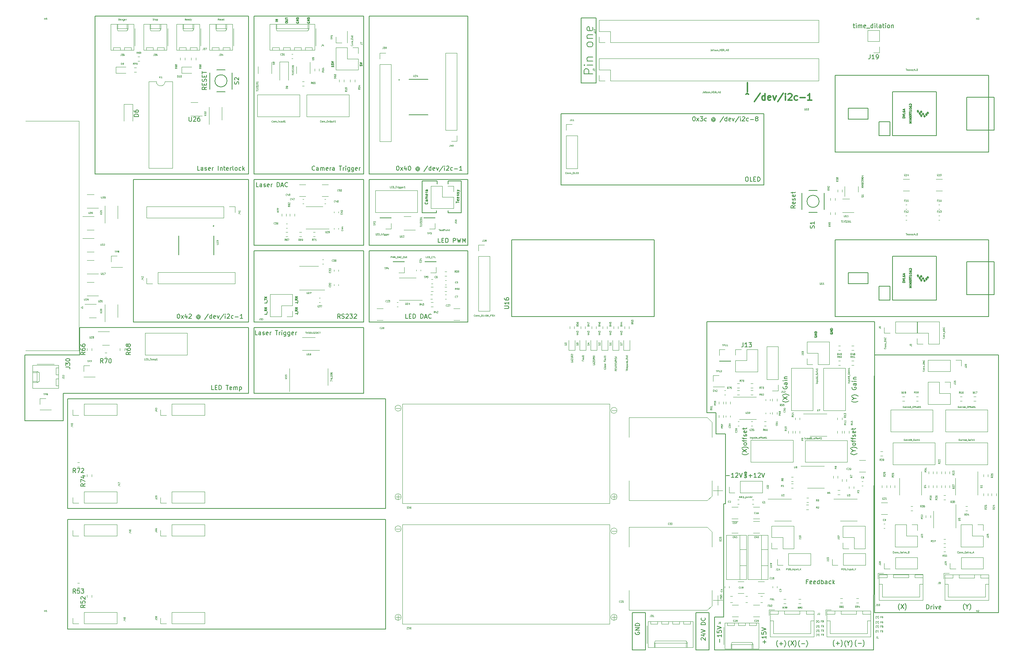
<source format=gbr>
%TF.GenerationSoftware,KiCad,Pcbnew,(6.0.5)*%
%TF.CreationDate,2022-07-10T20:23:42-07:00*%
%TF.ProjectId,main_board,6d61696e-5f62-46f6-9172-642e6b696361,rev?*%
%TF.SameCoordinates,PX5c0c740PYc1c9600*%
%TF.FileFunction,Legend,Top*%
%TF.FilePolarity,Positive*%
%FSLAX46Y46*%
G04 Gerber Fmt 4.6, Leading zero omitted, Abs format (unit mm)*
G04 Created by KiCad (PCBNEW (6.0.5)) date 2022-07-10 20:23:42*
%MOMM*%
%LPD*%
G01*
G04 APERTURE LIST*
%ADD10C,0.150000*%
%ADD11C,0.127000*%
%ADD12C,0.300000*%
%ADD13C,0.095250*%
%ADD14C,0.120000*%
%ADD15C,0.200000*%
%ADD16C,0.100000*%
G04 APERTURE END LIST*
D10*
X48260000Y104140000D02*
X73660000Y104140000D01*
X73660000Y104140000D02*
X73660000Y88900000D01*
X73660000Y88900000D02*
X48260000Y88900000D01*
X48260000Y88900000D02*
X48260000Y104140000D01*
X96266000Y103759000D02*
X96266000Y96393000D01*
X74930000Y88900000D02*
X97790000Y88900000D01*
X97790000Y88900000D02*
X97790000Y104140000D01*
X97790000Y104140000D02*
X74930000Y104140000D01*
X74930000Y104140000D02*
X74930000Y88900000D01*
X11430000Y141986000D02*
X46990000Y141986000D01*
X46990000Y141986000D02*
X46990000Y105410000D01*
X46990000Y105410000D02*
X11430000Y105410000D01*
X11430000Y105410000D02*
X11430000Y141986000D01*
X93218000Y96393000D02*
X93218000Y96901000D01*
X90678000Y103759000D02*
X87249000Y103759000D01*
X5080000Y0D02*
X78740000Y0D01*
X78740000Y0D02*
X78740000Y25400000D01*
X78740000Y25400000D02*
X5080000Y25400000D01*
X5080000Y25400000D02*
X5080000Y0D01*
X87249000Y96393000D02*
X90551000Y96393000D01*
X46990000Y54610000D02*
X4064000Y54610000D01*
X4064000Y48260000D01*
X-4826000Y48260000D01*
X-4826000Y63500000D01*
X7874000Y63500000D01*
X7874000Y69850000D01*
X46990000Y69850000D01*
X46990000Y54610000D01*
X5080000Y27940000D02*
X78740000Y27940000D01*
X78740000Y27940000D02*
X78740000Y53340000D01*
X78740000Y53340000D02*
X5080000Y53340000D01*
X5080000Y53340000D02*
X5080000Y27940000D01*
X135890000Y3810000D02*
X138938000Y3810000D01*
X138938000Y3810000D02*
X138938000Y-4826000D01*
X138938000Y-4826000D02*
X135890000Y-4826000D01*
X135890000Y-4826000D02*
X135890000Y3810000D01*
X74930000Y71120000D02*
X97790000Y71120000D01*
X97790000Y71120000D02*
X97790000Y87630000D01*
X97790000Y87630000D02*
X74930000Y87630000D01*
X74930000Y87630000D02*
X74930000Y71120000D01*
X96266000Y103759000D02*
X93218000Y103759000D01*
X127580000Y141500000D02*
X124080000Y141500000D01*
X124080000Y141500000D02*
X124080000Y126500000D01*
X124080000Y126500000D02*
X127580000Y126500000D01*
X127580000Y126500000D02*
X127580000Y141500000D01*
X48260000Y105410000D02*
X73660000Y105410000D01*
X73660000Y105410000D02*
X73660000Y141986000D01*
X73660000Y141986000D02*
X48260000Y141986000D01*
X48260000Y141986000D02*
X48260000Y105410000D01*
X46990000Y71120000D02*
X20320000Y71120000D01*
X20320000Y71120000D02*
X20320000Y104140000D01*
X20320000Y104140000D02*
X46990000Y104140000D01*
X46990000Y104140000D02*
X46990000Y71120000D01*
X119380000Y119380000D02*
X166370000Y119380000D01*
X166370000Y119380000D02*
X166370000Y102870000D01*
X166370000Y102870000D02*
X119380000Y102870000D01*
X119380000Y102870000D02*
X119380000Y119380000D01*
X150622000Y3810000D02*
X153670000Y3810000D01*
X153670000Y3810000D02*
X153670000Y-4826000D01*
X153670000Y-4826000D02*
X150622000Y-4826000D01*
X150622000Y-4826000D02*
X150622000Y3810000D01*
X220726000Y3810000D02*
X192024000Y3810000D01*
X192024000Y3810000D02*
X192024000Y63500000D01*
X192024000Y63500000D02*
X220726000Y63500000D01*
X220726000Y63500000D02*
X220726000Y3810000D01*
X87249000Y103759000D02*
X87249000Y96393000D01*
X96266000Y96393000D02*
X93218000Y96393000D01*
X90551000Y96393000D02*
X90551000Y96901000D01*
X73660000Y87630000D02*
X48260000Y87630000D01*
X48260000Y87630000D02*
X48260000Y71120000D01*
X48260000Y71120000D02*
X73660000Y71120000D01*
X73660000Y71120000D02*
X73660000Y87630000D01*
X93218000Y103759000D02*
X93218000Y103124000D01*
X74930000Y105410000D02*
X97790000Y105410000D01*
X97790000Y105410000D02*
X97790000Y141986000D01*
X97790000Y141986000D02*
X74930000Y141986000D01*
X74930000Y141986000D02*
X74930000Y105410000D01*
X48260000Y54610000D02*
X73660000Y54610000D01*
X73660000Y54610000D02*
X73660000Y69850000D01*
X73660000Y69850000D02*
X48260000Y69850000D01*
X48260000Y69850000D02*
X48260000Y54610000D01*
X191770000Y-4826000D02*
X154940000Y-4826000D01*
X154940000Y2794000D01*
X157073600Y2794000D01*
X157073600Y29006800D01*
X157480000Y29000000D01*
X157480000Y45200000D01*
X155280000Y45200000D01*
X155280000Y50100000D01*
X153180000Y50100000D01*
X153180000Y71200000D01*
X192024000Y71200000D01*
X191770000Y-4826000D01*
X90678000Y103124000D02*
X90678000Y103759000D01*
D11*
X57887809Y75583143D02*
X58250666Y75583143D01*
X58323238Y75558953D01*
X58371619Y75510572D01*
X58395809Y75438000D01*
X58395809Y75389620D01*
X58444190Y75704096D02*
X58444190Y76091143D01*
X58395809Y76502381D02*
X58153904Y76333048D01*
X58395809Y76212096D02*
X57887809Y76212096D01*
X57887809Y76405620D01*
X57912000Y76454000D01*
X57936190Y76478191D01*
X57984571Y76502381D01*
X58057142Y76502381D01*
X58105523Y76478191D01*
X58129714Y76454000D01*
X58153904Y76405620D01*
X58153904Y76212096D01*
X57887809Y76671715D02*
X58395809Y77010381D01*
X57887809Y77010381D02*
X58395809Y76671715D01*
X51283809Y75728286D02*
X51283809Y75486381D01*
X50775809Y75486381D01*
X51332190Y75776667D02*
X51332190Y76163715D01*
X50775809Y76212096D02*
X50775809Y76502381D01*
X51283809Y76357239D02*
X50775809Y76357239D01*
X50775809Y76623334D02*
X51283809Y76962000D01*
X50775809Y76962000D02*
X51283809Y76623334D01*
D10*
X173680380Y98075905D02*
X173204190Y97742572D01*
X173680380Y97504477D02*
X172680380Y97504477D01*
X172680380Y97885429D01*
X172728000Y97980667D01*
X172775619Y98028286D01*
X172870857Y98075905D01*
X173013714Y98075905D01*
X173108952Y98028286D01*
X173156571Y97980667D01*
X173204190Y97885429D01*
X173204190Y97504477D01*
X173632761Y98885429D02*
X173680380Y98790191D01*
X173680380Y98599715D01*
X173632761Y98504477D01*
X173537523Y98456858D01*
X173156571Y98456858D01*
X173061333Y98504477D01*
X173013714Y98599715D01*
X173013714Y98790191D01*
X173061333Y98885429D01*
X173156571Y98933048D01*
X173251809Y98933048D01*
X173347047Y98456858D01*
X173632761Y99314000D02*
X173680380Y99409239D01*
X173680380Y99599715D01*
X173632761Y99694953D01*
X173537523Y99742572D01*
X173489904Y99742572D01*
X173394666Y99694953D01*
X173347047Y99599715D01*
X173347047Y99456858D01*
X173299428Y99361620D01*
X173204190Y99314000D01*
X173156571Y99314000D01*
X173061333Y99361620D01*
X173013714Y99456858D01*
X173013714Y99599715D01*
X173061333Y99694953D01*
X173632761Y100552096D02*
X173680380Y100456858D01*
X173680380Y100266381D01*
X173632761Y100171143D01*
X173537523Y100123524D01*
X173156571Y100123524D01*
X173061333Y100171143D01*
X173013714Y100266381D01*
X173013714Y100456858D01*
X173061333Y100552096D01*
X173156571Y100599715D01*
X173251809Y100599715D01*
X173347047Y100123524D01*
X173013714Y100885429D02*
X173013714Y101266381D01*
X172680380Y101028286D02*
X173537523Y101028286D01*
X173632761Y101075905D01*
X173680380Y101171143D01*
X173680380Y101266381D01*
D11*
X72873809Y130688239D02*
X72873809Y130446334D01*
X73115714Y130422143D01*
X73091523Y130446334D01*
X73067333Y130494715D01*
X73067333Y130615667D01*
X73091523Y130664048D01*
X73115714Y130688239D01*
X73164095Y130712429D01*
X73285047Y130712429D01*
X73333428Y130688239D01*
X73357619Y130664048D01*
X73381809Y130615667D01*
X73381809Y130494715D01*
X73357619Y130446334D01*
X73333428Y130422143D01*
X72873809Y130857572D02*
X73381809Y131026905D01*
X72873809Y131196239D01*
D10*
X162377619Y104687620D02*
X162568095Y104687620D01*
X162663333Y104640000D01*
X162758571Y104544762D01*
X162806190Y104354286D01*
X162806190Y104020953D01*
X162758571Y103830477D01*
X162663333Y103735239D01*
X162568095Y103687620D01*
X162377619Y103687620D01*
X162282380Y103735239D01*
X162187142Y103830477D01*
X162139523Y104020953D01*
X162139523Y104354286D01*
X162187142Y104544762D01*
X162282380Y104640000D01*
X162377619Y104687620D01*
X163710952Y103687620D02*
X163234761Y103687620D01*
X163234761Y104687620D01*
X164044285Y104211429D02*
X164377619Y104211429D01*
X164520476Y103687620D02*
X164044285Y103687620D01*
X164044285Y104687620D01*
X164520476Y104687620D01*
X164949047Y103687620D02*
X164949047Y104687620D01*
X165187142Y104687620D01*
X165330000Y104640000D01*
X165425238Y104544762D01*
X165472857Y104449524D01*
X165520476Y104259048D01*
X165520476Y104116191D01*
X165472857Y103925715D01*
X165425238Y103830477D01*
X165330000Y103735239D01*
X165187142Y103687620D01*
X164949047Y103687620D01*
X30742857Y72937620D02*
X30838095Y72937620D01*
X30933333Y72890000D01*
X30980952Y72842381D01*
X31028571Y72747143D01*
X31076190Y72556667D01*
X31076190Y72318572D01*
X31028571Y72128096D01*
X30980952Y72032858D01*
X30933333Y71985239D01*
X30838095Y71937620D01*
X30742857Y71937620D01*
X30647619Y71985239D01*
X30600000Y72032858D01*
X30552380Y72128096D01*
X30504761Y72318572D01*
X30504761Y72556667D01*
X30552380Y72747143D01*
X30600000Y72842381D01*
X30647619Y72890000D01*
X30742857Y72937620D01*
X31409523Y71937620D02*
X31933333Y72604286D01*
X31409523Y72604286D02*
X31933333Y71937620D01*
X32742857Y72604286D02*
X32742857Y71937620D01*
X32504761Y72985239D02*
X32266666Y72270953D01*
X32885714Y72270953D01*
X33219047Y72842381D02*
X33266666Y72890000D01*
X33361904Y72937620D01*
X33600000Y72937620D01*
X33695238Y72890000D01*
X33742857Y72842381D01*
X33790476Y72747143D01*
X33790476Y72651905D01*
X33742857Y72509048D01*
X33171428Y71937620D01*
X33790476Y71937620D01*
X35600000Y72413810D02*
X35552380Y72461429D01*
X35457142Y72509048D01*
X35361904Y72509048D01*
X35266666Y72461429D01*
X35219047Y72413810D01*
X35171428Y72318572D01*
X35171428Y72223334D01*
X35219047Y72128096D01*
X35266666Y72080477D01*
X35361904Y72032858D01*
X35457142Y72032858D01*
X35552380Y72080477D01*
X35600000Y72128096D01*
X35600000Y72509048D02*
X35600000Y72128096D01*
X35647619Y72080477D01*
X35695238Y72080477D01*
X35790476Y72128096D01*
X35838095Y72223334D01*
X35838095Y72461429D01*
X35742857Y72604286D01*
X35600000Y72699524D01*
X35409523Y72747143D01*
X35219047Y72699524D01*
X35076190Y72604286D01*
X34980952Y72461429D01*
X34933333Y72270953D01*
X34980952Y72080477D01*
X35076190Y71937620D01*
X35219047Y71842381D01*
X35409523Y71794762D01*
X35600000Y71842381D01*
X35742857Y71937620D01*
X37742857Y72985239D02*
X36885714Y71699524D01*
X38504761Y71937620D02*
X38504761Y72937620D01*
X38504761Y71985239D02*
X38409523Y71937620D01*
X38219047Y71937620D01*
X38123809Y71985239D01*
X38076190Y72032858D01*
X38028571Y72128096D01*
X38028571Y72413810D01*
X38076190Y72509048D01*
X38123809Y72556667D01*
X38219047Y72604286D01*
X38409523Y72604286D01*
X38504761Y72556667D01*
X39361904Y71985239D02*
X39266666Y71937620D01*
X39076190Y71937620D01*
X38980952Y71985239D01*
X38933333Y72080477D01*
X38933333Y72461429D01*
X38980952Y72556667D01*
X39076190Y72604286D01*
X39266666Y72604286D01*
X39361904Y72556667D01*
X39409523Y72461429D01*
X39409523Y72366191D01*
X38933333Y72270953D01*
X39742857Y72604286D02*
X39980952Y71937620D01*
X40219047Y72604286D01*
X41314285Y72985239D02*
X40457142Y71699524D01*
X41647619Y71937620D02*
X41647619Y72604286D01*
X41647619Y72937620D02*
X41600000Y72890000D01*
X41647619Y72842381D01*
X41695238Y72890000D01*
X41647619Y72937620D01*
X41647619Y72842381D01*
X42076190Y72842381D02*
X42123809Y72890000D01*
X42219047Y72937620D01*
X42457142Y72937620D01*
X42552380Y72890000D01*
X42600000Y72842381D01*
X42647619Y72747143D01*
X42647619Y72651905D01*
X42600000Y72509048D01*
X42028571Y71937620D01*
X42647619Y71937620D01*
X43504761Y71985239D02*
X43409523Y71937620D01*
X43219047Y71937620D01*
X43123809Y71985239D01*
X43076190Y72032858D01*
X43028571Y72128096D01*
X43028571Y72413810D01*
X43076190Y72509048D01*
X43123809Y72556667D01*
X43219047Y72604286D01*
X43409523Y72604286D01*
X43504761Y72556667D01*
X43933333Y72318572D02*
X44695238Y72318572D01*
X45695238Y71937620D02*
X45123809Y71937620D01*
X45409523Y71937620D02*
X45409523Y72937620D01*
X45314285Y72794762D01*
X45219047Y72699524D01*
X45123809Y72651905D01*
D11*
X53819809Y140703905D02*
X53311809Y140703905D01*
X53819809Y140945810D02*
X53311809Y140945810D01*
X53819809Y141236096D01*
X53311809Y141236096D01*
X58166000Y140582953D02*
X58141809Y140534572D01*
X58141809Y140462000D01*
X58166000Y140389429D01*
X58214380Y140341048D01*
X58262761Y140316858D01*
X58359523Y140292667D01*
X58432095Y140292667D01*
X58528857Y140316858D01*
X58577238Y140341048D01*
X58625619Y140389429D01*
X58649809Y140462000D01*
X58649809Y140510381D01*
X58625619Y140582953D01*
X58601428Y140607143D01*
X58432095Y140607143D01*
X58432095Y140510381D01*
X58649809Y140824858D02*
X58141809Y140824858D01*
X58649809Y141115143D01*
X58141809Y141115143D01*
X58649809Y141357048D02*
X58141809Y141357048D01*
X58141809Y141478000D01*
X58166000Y141550572D01*
X58214380Y141598953D01*
X58262761Y141623143D01*
X58359523Y141647334D01*
X58432095Y141647334D01*
X58528857Y141623143D01*
X58577238Y141598953D01*
X58625619Y141550572D01*
X58649809Y141478000D01*
X58649809Y141357048D01*
D12*
X162560000Y124449829D02*
X162560000Y126592686D01*
D10*
X212908561Y4366667D02*
X212860942Y4414286D01*
X212765704Y4557143D01*
X212718085Y4652381D01*
X212670466Y4795239D01*
X212622847Y5033334D01*
X212622847Y5223810D01*
X212670466Y5461905D01*
X212718085Y5604762D01*
X212765704Y5700000D01*
X212860942Y5842858D01*
X212908561Y5890477D01*
X213479990Y5223810D02*
X213479990Y4747620D01*
X213146656Y5747620D02*
X213479990Y5223810D01*
X213813323Y5747620D01*
X214051418Y4366667D02*
X214099037Y4414286D01*
X214194275Y4557143D01*
X214241894Y4652381D01*
X214289513Y4795239D01*
X214337132Y5033334D01*
X214337132Y5223810D01*
X214289513Y5461905D01*
X214241894Y5604762D01*
X214194275Y5700000D01*
X214099037Y5842858D01*
X214051418Y5890477D01*
D11*
X51283809Y73127810D02*
X51283809Y72885905D01*
X50775809Y72885905D01*
X51332190Y73176191D02*
X51332190Y73563239D01*
X51283809Y73974477D02*
X51041904Y73805143D01*
X51283809Y73684191D02*
X50775809Y73684191D01*
X50775809Y73877715D01*
X50800000Y73926096D01*
X50824190Y73950286D01*
X50872571Y73974477D01*
X50945142Y73974477D01*
X50993523Y73950286D01*
X51017714Y73926096D01*
X51041904Y73877715D01*
X51041904Y73684191D01*
X50775809Y74143810D02*
X51283809Y74482477D01*
X50775809Y74482477D02*
X51283809Y74143810D01*
D10*
X172213333Y52857143D02*
X172165714Y52809524D01*
X172022857Y52714286D01*
X171927619Y52666667D01*
X171784761Y52619048D01*
X171546666Y52571429D01*
X171356190Y52571429D01*
X171118095Y52619048D01*
X170975238Y52666667D01*
X170880000Y52714286D01*
X170737142Y52809524D01*
X170689523Y52857143D01*
X170832380Y53142858D02*
X171832380Y53809524D01*
X170832380Y53809524D02*
X171832380Y53142858D01*
X172213333Y54095239D02*
X172165714Y54142858D01*
X172022857Y54238096D01*
X171927619Y54285715D01*
X171784761Y54333334D01*
X171546666Y54380953D01*
X171356190Y54380953D01*
X171118095Y54333334D01*
X170975238Y54285715D01*
X170880000Y54238096D01*
X170737142Y54142858D01*
X170689523Y54095239D01*
X170880000Y56142858D02*
X170832380Y56047620D01*
X170832380Y55904762D01*
X170880000Y55761905D01*
X170975238Y55666667D01*
X171070476Y55619048D01*
X171260952Y55571429D01*
X171403809Y55571429D01*
X171594285Y55619048D01*
X171689523Y55666667D01*
X171784761Y55761905D01*
X171832380Y55904762D01*
X171832380Y56000000D01*
X171784761Y56142858D01*
X171737142Y56190477D01*
X171403809Y56190477D01*
X171403809Y56000000D01*
X171832380Y57047620D02*
X171308571Y57047620D01*
X171213333Y57000000D01*
X171165714Y56904762D01*
X171165714Y56714286D01*
X171213333Y56619048D01*
X171784761Y57047620D02*
X171832380Y56952381D01*
X171832380Y56714286D01*
X171784761Y56619048D01*
X171689523Y56571429D01*
X171594285Y56571429D01*
X171499047Y56619048D01*
X171451428Y56714286D01*
X171451428Y56952381D01*
X171403809Y57047620D01*
X171832380Y57523810D02*
X171165714Y57523810D01*
X170832380Y57523810D02*
X170880000Y57476191D01*
X170927619Y57523810D01*
X170880000Y57571429D01*
X170832380Y57523810D01*
X170927619Y57523810D01*
X171165714Y58000000D02*
X171832380Y58000000D01*
X171260952Y58000000D02*
X171213333Y58047620D01*
X171165714Y58142858D01*
X171165714Y58285715D01*
X171213333Y58380953D01*
X171308571Y58428572D01*
X171832380Y58428572D01*
X68254761Y71937620D02*
X67921428Y72413810D01*
X67683333Y71937620D02*
X67683333Y72937620D01*
X68064285Y72937620D01*
X68159523Y72890000D01*
X68207142Y72842381D01*
X68254761Y72747143D01*
X68254761Y72604286D01*
X68207142Y72509048D01*
X68159523Y72461429D01*
X68064285Y72413810D01*
X67683333Y72413810D01*
X68635714Y71985239D02*
X68778571Y71937620D01*
X69016666Y71937620D01*
X69111904Y71985239D01*
X69159523Y72032858D01*
X69207142Y72128096D01*
X69207142Y72223334D01*
X69159523Y72318572D01*
X69111904Y72366191D01*
X69016666Y72413810D01*
X68826190Y72461429D01*
X68730952Y72509048D01*
X68683333Y72556667D01*
X68635714Y72651905D01*
X68635714Y72747143D01*
X68683333Y72842381D01*
X68730952Y72890000D01*
X68826190Y72937620D01*
X69064285Y72937620D01*
X69207142Y72890000D01*
X69588095Y72842381D02*
X69635714Y72890000D01*
X69730952Y72937620D01*
X69969047Y72937620D01*
X70064285Y72890000D01*
X70111904Y72842381D01*
X70159523Y72747143D01*
X70159523Y72651905D01*
X70111904Y72509048D01*
X69540476Y71937620D01*
X70159523Y71937620D01*
X70492857Y72937620D02*
X71111904Y72937620D01*
X70778571Y72556667D01*
X70921428Y72556667D01*
X71016666Y72509048D01*
X71064285Y72461429D01*
X71111904Y72366191D01*
X71111904Y72128096D01*
X71064285Y72032858D01*
X71016666Y71985239D01*
X70921428Y71937620D01*
X70635714Y71937620D01*
X70540476Y71985239D01*
X70492857Y72032858D01*
X71492857Y72842381D02*
X71540476Y72890000D01*
X71635714Y72937620D01*
X71873809Y72937620D01*
X71969047Y72890000D01*
X72016666Y72842381D01*
X72064285Y72747143D01*
X72064285Y72651905D01*
X72016666Y72509048D01*
X71445238Y71937620D01*
X72064285Y71937620D01*
X188213333Y52804762D02*
X188165714Y52757143D01*
X188022857Y52661905D01*
X187927619Y52614286D01*
X187784761Y52566667D01*
X187546666Y52519048D01*
X187356190Y52519048D01*
X187118095Y52566667D01*
X186975238Y52614286D01*
X186880000Y52661905D01*
X186737142Y52757143D01*
X186689523Y52804762D01*
X187356190Y53376191D02*
X187832380Y53376191D01*
X186832380Y53042858D02*
X187356190Y53376191D01*
X186832380Y53709524D01*
X188213333Y53947620D02*
X188165714Y53995239D01*
X188022857Y54090477D01*
X187927619Y54138096D01*
X187784761Y54185715D01*
X187546666Y54233334D01*
X187356190Y54233334D01*
X187118095Y54185715D01*
X186975238Y54138096D01*
X186880000Y54090477D01*
X186737142Y53995239D01*
X186689523Y53947620D01*
X186880000Y55995239D02*
X186832380Y55900000D01*
X186832380Y55757143D01*
X186880000Y55614286D01*
X186975238Y55519048D01*
X187070476Y55471429D01*
X187260952Y55423810D01*
X187403809Y55423810D01*
X187594285Y55471429D01*
X187689523Y55519048D01*
X187784761Y55614286D01*
X187832380Y55757143D01*
X187832380Y55852381D01*
X187784761Y55995239D01*
X187737142Y56042858D01*
X187403809Y56042858D01*
X187403809Y55852381D01*
X187832380Y56900000D02*
X187308571Y56900000D01*
X187213333Y56852381D01*
X187165714Y56757143D01*
X187165714Y56566667D01*
X187213333Y56471429D01*
X187784761Y56900000D02*
X187832380Y56804762D01*
X187832380Y56566667D01*
X187784761Y56471429D01*
X187689523Y56423810D01*
X187594285Y56423810D01*
X187499047Y56471429D01*
X187451428Y56566667D01*
X187451428Y56804762D01*
X187403809Y56900000D01*
X187832380Y57376191D02*
X187165714Y57376191D01*
X186832380Y57376191D02*
X186880000Y57328572D01*
X186927619Y57376191D01*
X186880000Y57423810D01*
X186832380Y57376191D01*
X186927619Y57376191D01*
X187165714Y57852381D02*
X187832380Y57852381D01*
X187260952Y57852381D02*
X187213333Y57900000D01*
X187165714Y57995239D01*
X187165714Y58138096D01*
X187213333Y58233334D01*
X187308571Y58280953D01*
X187832380Y58280953D01*
D12*
X162247428Y123868572D02*
X162533142Y124082858D01*
X162818857Y123868572D01*
X165533142Y124082858D02*
X164247428Y122154286D01*
X166676000Y122511429D02*
X166676000Y124011429D01*
X166676000Y122582858D02*
X166533142Y122511429D01*
X166247428Y122511429D01*
X166104571Y122582858D01*
X166033142Y122654286D01*
X165961714Y122797143D01*
X165961714Y123225715D01*
X166033142Y123368572D01*
X166104571Y123440000D01*
X166247428Y123511429D01*
X166533142Y123511429D01*
X166676000Y123440000D01*
X167961714Y122582858D02*
X167818857Y122511429D01*
X167533142Y122511429D01*
X167390285Y122582858D01*
X167318857Y122725715D01*
X167318857Y123297143D01*
X167390285Y123440000D01*
X167533142Y123511429D01*
X167818857Y123511429D01*
X167961714Y123440000D01*
X168033142Y123297143D01*
X168033142Y123154286D01*
X167318857Y123011429D01*
X168533142Y123511429D02*
X168890285Y122511429D01*
X169247428Y123511429D01*
X170890285Y124082858D02*
X169604571Y122154286D01*
X171390285Y122511429D02*
X171390285Y123511429D01*
X171390285Y124011429D02*
X171318857Y123940000D01*
X171390285Y123868572D01*
X171461714Y123940000D01*
X171390285Y124011429D01*
X171390285Y123868572D01*
X172033142Y123868572D02*
X172104571Y123940000D01*
X172247428Y124011429D01*
X172604571Y124011429D01*
X172747428Y123940000D01*
X172818857Y123868572D01*
X172890285Y123725715D01*
X172890285Y123582858D01*
X172818857Y123368572D01*
X171961714Y122511429D01*
X172890285Y122511429D01*
X174176000Y122582858D02*
X174033142Y122511429D01*
X173747428Y122511429D01*
X173604571Y122582858D01*
X173533142Y122654286D01*
X173461714Y122797143D01*
X173461714Y123225715D01*
X173533142Y123368572D01*
X173604571Y123440000D01*
X173747428Y123511429D01*
X174033142Y123511429D01*
X174176000Y123440000D01*
X174818857Y123082858D02*
X175961714Y123082858D01*
X177461714Y122511429D02*
X176604571Y122511429D01*
X177033142Y122511429D02*
X177033142Y124011429D01*
X176890285Y123797143D01*
X176747428Y123654286D01*
X176604571Y123582858D01*
D10*
X185408571Y-4133333D02*
X185360952Y-4085714D01*
X185265714Y-3942857D01*
X185218095Y-3847619D01*
X185170476Y-3704761D01*
X185122857Y-3466666D01*
X185122857Y-3276190D01*
X185170476Y-3038095D01*
X185218095Y-2895238D01*
X185265714Y-2800000D01*
X185360952Y-2657142D01*
X185408571Y-2609523D01*
X185980000Y-3276190D02*
X185980000Y-3752380D01*
X185646666Y-2752380D02*
X185980000Y-3276190D01*
X186313333Y-2752380D01*
X186551428Y-4133333D02*
X186599047Y-4085714D01*
X186694285Y-3942857D01*
X186741904Y-3847619D01*
X186789523Y-3704761D01*
X186837142Y-3466666D01*
X186837142Y-3276190D01*
X186789523Y-3038095D01*
X186741904Y-2895238D01*
X186694285Y-2800000D01*
X186599047Y-2657142D01*
X186551428Y-2609523D01*
X162918106Y35528577D02*
X163680011Y35528577D01*
X163299058Y35147625D02*
X163299058Y35909529D01*
X164680011Y35147625D02*
X164108582Y35147625D01*
X164394296Y35147625D02*
X164394296Y36147625D01*
X164299058Y36004767D01*
X164203820Y35909529D01*
X164108582Y35861910D01*
X165060963Y36052386D02*
X165108582Y36100005D01*
X165203820Y36147625D01*
X165441915Y36147625D01*
X165537153Y36100005D01*
X165584772Y36052386D01*
X165632391Y35957148D01*
X165632391Y35861910D01*
X165584772Y35719053D01*
X165013344Y35147625D01*
X165632391Y35147625D01*
X165918106Y36147625D02*
X166251439Y35147625D01*
X166584772Y36147625D01*
X188013333Y40685715D02*
X187965714Y40638096D01*
X187822857Y40542858D01*
X187727619Y40495239D01*
X187584761Y40447620D01*
X187346666Y40400000D01*
X187156190Y40400000D01*
X186918095Y40447620D01*
X186775238Y40495239D01*
X186680000Y40542858D01*
X186537142Y40638096D01*
X186489523Y40685715D01*
X187156190Y41257143D02*
X187632380Y41257143D01*
X186632380Y40923810D02*
X187156190Y41257143D01*
X186632380Y41590477D01*
X188013333Y41828572D02*
X187965714Y41876191D01*
X187822857Y41971429D01*
X187727619Y42019048D01*
X187584761Y42066667D01*
X187346666Y42114286D01*
X187156190Y42114286D01*
X186918095Y42066667D01*
X186775238Y42019048D01*
X186680000Y41971429D01*
X186537142Y41876191D01*
X186489523Y41828572D01*
X187632380Y42733334D02*
X187584761Y42638096D01*
X187537142Y42590477D01*
X187441904Y42542858D01*
X187156190Y42542858D01*
X187060952Y42590477D01*
X187013333Y42638096D01*
X186965714Y42733334D01*
X186965714Y42876191D01*
X187013333Y42971429D01*
X187060952Y43019048D01*
X187156190Y43066667D01*
X187441904Y43066667D01*
X187537142Y43019048D01*
X187584761Y42971429D01*
X187632380Y42876191D01*
X187632380Y42733334D01*
X186965714Y43352381D02*
X186965714Y43733334D01*
X187632380Y43495239D02*
X186775238Y43495239D01*
X186680000Y43542858D01*
X186632380Y43638096D01*
X186632380Y43733334D01*
X186965714Y43923810D02*
X186965714Y44304762D01*
X187632380Y44066667D02*
X186775238Y44066667D01*
X186680000Y44114286D01*
X186632380Y44209524D01*
X186632380Y44304762D01*
X187584761Y44590477D02*
X187632380Y44685715D01*
X187632380Y44876191D01*
X187584761Y44971429D01*
X187489523Y45019048D01*
X187441904Y45019048D01*
X187346666Y44971429D01*
X187299047Y44876191D01*
X187299047Y44733334D01*
X187251428Y44638096D01*
X187156190Y44590477D01*
X187108571Y44590477D01*
X187013333Y44638096D01*
X186965714Y44733334D01*
X186965714Y44876191D01*
X187013333Y44971429D01*
X187584761Y45828572D02*
X187632380Y45733334D01*
X187632380Y45542858D01*
X187584761Y45447620D01*
X187489523Y45400000D01*
X187108571Y45400000D01*
X187013333Y45447620D01*
X186965714Y45542858D01*
X186965714Y45733334D01*
X187013333Y45828572D01*
X187108571Y45876191D01*
X187203809Y45876191D01*
X187299047Y45400000D01*
X186965714Y46161905D02*
X186965714Y46542858D01*
X186632380Y46304762D02*
X187489523Y46304762D01*
X187584761Y46352381D01*
X187632380Y46447620D01*
X187632380Y46542858D01*
X187833095Y-4078333D02*
X187785476Y-4030714D01*
X187690238Y-3887857D01*
X187642619Y-3792619D01*
X187595000Y-3649761D01*
X187547380Y-3411666D01*
X187547380Y-3221190D01*
X187595000Y-2983095D01*
X187642619Y-2840238D01*
X187690238Y-2745000D01*
X187785476Y-2602142D01*
X187833095Y-2554523D01*
X188214047Y-3316428D02*
X188975952Y-3316428D01*
X189356904Y-4078333D02*
X189404523Y-4030714D01*
X189499761Y-3887857D01*
X189547380Y-3792619D01*
X189595000Y-3649761D01*
X189642619Y-3411666D01*
X189642619Y-3221190D01*
X189595000Y-2983095D01*
X189547380Y-2840238D01*
X189499761Y-2745000D01*
X189404523Y-2602142D01*
X189356904Y-2554523D01*
X162813333Y40638096D02*
X162765714Y40590477D01*
X162622857Y40495239D01*
X162527619Y40447620D01*
X162384761Y40400000D01*
X162146666Y40352381D01*
X161956190Y40352381D01*
X161718095Y40400000D01*
X161575238Y40447620D01*
X161480000Y40495239D01*
X161337142Y40590477D01*
X161289523Y40638096D01*
X161432380Y40923810D02*
X162432380Y41590477D01*
X161432380Y41590477D02*
X162432380Y40923810D01*
X162813333Y41876191D02*
X162765714Y41923810D01*
X162622857Y42019048D01*
X162527619Y42066667D01*
X162384761Y42114286D01*
X162146666Y42161905D01*
X161956190Y42161905D01*
X161718095Y42114286D01*
X161575238Y42066667D01*
X161480000Y42019048D01*
X161337142Y41923810D01*
X161289523Y41876191D01*
X162432380Y42780953D02*
X162384761Y42685715D01*
X162337142Y42638096D01*
X162241904Y42590477D01*
X161956190Y42590477D01*
X161860952Y42638096D01*
X161813333Y42685715D01*
X161765714Y42780953D01*
X161765714Y42923810D01*
X161813333Y43019048D01*
X161860952Y43066667D01*
X161956190Y43114286D01*
X162241904Y43114286D01*
X162337142Y43066667D01*
X162384761Y43019048D01*
X162432380Y42923810D01*
X162432380Y42780953D01*
X161765714Y43400000D02*
X161765714Y43780953D01*
X162432380Y43542858D02*
X161575238Y43542858D01*
X161480000Y43590477D01*
X161432380Y43685715D01*
X161432380Y43780953D01*
X161765714Y43971429D02*
X161765714Y44352381D01*
X162432380Y44114286D02*
X161575238Y44114286D01*
X161480000Y44161905D01*
X161432380Y44257143D01*
X161432380Y44352381D01*
X162384761Y44638096D02*
X162432380Y44733334D01*
X162432380Y44923810D01*
X162384761Y45019048D01*
X162289523Y45066667D01*
X162241904Y45066667D01*
X162146666Y45019048D01*
X162099047Y44923810D01*
X162099047Y44780953D01*
X162051428Y44685715D01*
X161956190Y44638096D01*
X161908571Y44638096D01*
X161813333Y44685715D01*
X161765714Y44780953D01*
X161765714Y44923810D01*
X161813333Y45019048D01*
X162384761Y45876191D02*
X162432380Y45780953D01*
X162432380Y45590477D01*
X162384761Y45495239D01*
X162289523Y45447620D01*
X161908571Y45447620D01*
X161813333Y45495239D01*
X161765714Y45590477D01*
X161765714Y45780953D01*
X161813333Y45876191D01*
X161908571Y45923810D01*
X162003809Y45923810D01*
X162099047Y45447620D01*
X161765714Y46209524D02*
X161765714Y46590477D01*
X161432380Y46352381D02*
X162289523Y46352381D01*
X162384761Y46400000D01*
X162432380Y46495239D01*
X162432380Y46590477D01*
X169638095Y-4133333D02*
X169590476Y-4085714D01*
X169495238Y-3942857D01*
X169447619Y-3847619D01*
X169400000Y-3704761D01*
X169352380Y-3466666D01*
X169352380Y-3276190D01*
X169400000Y-3038095D01*
X169447619Y-2895238D01*
X169495238Y-2800000D01*
X169590476Y-2657142D01*
X169638095Y-2609523D01*
X170019047Y-3371428D02*
X170780952Y-3371428D01*
X170400000Y-3752380D02*
X170400000Y-2990476D01*
X171161904Y-4133333D02*
X171209523Y-4085714D01*
X171304761Y-3942857D01*
X171352380Y-3847619D01*
X171400000Y-3704761D01*
X171447619Y-3466666D01*
X171447619Y-3276190D01*
X171400000Y-3038095D01*
X171352380Y-2895238D01*
X171304761Y-2800000D01*
X171209523Y-2657142D01*
X171161904Y-2609523D01*
D11*
X55601809Y140462000D02*
X55601809Y140558762D01*
X55626000Y140607143D01*
X55674380Y140655524D01*
X55771142Y140679715D01*
X55940476Y140679715D01*
X56037238Y140655524D01*
X56085619Y140607143D01*
X56109809Y140558762D01*
X56109809Y140462000D01*
X56085619Y140413620D01*
X56037238Y140365239D01*
X55940476Y140341048D01*
X55771142Y140341048D01*
X55674380Y140365239D01*
X55626000Y140413620D01*
X55601809Y140462000D01*
X55601809Y140897429D02*
X56013047Y140897429D01*
X56061428Y140921620D01*
X56085619Y140945810D01*
X56109809Y140994191D01*
X56109809Y141090953D01*
X56085619Y141139334D01*
X56061428Y141163524D01*
X56013047Y141187715D01*
X55601809Y141187715D01*
X55601809Y141357048D02*
X55601809Y141647334D01*
X56109809Y141502191D02*
X55601809Y141502191D01*
X95156261Y98691096D02*
X95156261Y99053953D01*
X95791261Y98872524D02*
X95156261Y98872524D01*
X95761023Y99507524D02*
X95791261Y99447048D01*
X95791261Y99326096D01*
X95761023Y99265620D01*
X95700547Y99235381D01*
X95458642Y99235381D01*
X95398166Y99265620D01*
X95367928Y99326096D01*
X95367928Y99447048D01*
X95398166Y99507524D01*
X95458642Y99537762D01*
X95519119Y99537762D01*
X95579595Y99235381D01*
X95761023Y100051810D02*
X95791261Y99991334D01*
X95791261Y99870381D01*
X95761023Y99809905D01*
X95700547Y99779667D01*
X95458642Y99779667D01*
X95398166Y99809905D01*
X95367928Y99870381D01*
X95367928Y99991334D01*
X95398166Y100051810D01*
X95458642Y100082048D01*
X95519119Y100082048D01*
X95579595Y99779667D01*
X95367928Y100354191D02*
X95791261Y100354191D01*
X95428404Y100354191D02*
X95398166Y100384429D01*
X95367928Y100444905D01*
X95367928Y100535620D01*
X95398166Y100596096D01*
X95458642Y100626334D01*
X95791261Y100626334D01*
X95761023Y100898477D02*
X95791261Y100958953D01*
X95791261Y101079905D01*
X95761023Y101140381D01*
X95700547Y101170620D01*
X95670309Y101170620D01*
X95609833Y101140381D01*
X95579595Y101079905D01*
X95579595Y100989191D01*
X95549357Y100928715D01*
X95488880Y100898477D01*
X95458642Y100898477D01*
X95398166Y100928715D01*
X95367928Y100989191D01*
X95367928Y101079905D01*
X95398166Y101140381D01*
X95367928Y101382286D02*
X95791261Y101533477D01*
X95367928Y101684667D02*
X95791261Y101533477D01*
X95942452Y101473000D01*
X95972690Y101442762D01*
X96002928Y101382286D01*
D10*
X150170476Y118657620D02*
X150265714Y118657620D01*
X150360952Y118610000D01*
X150408571Y118562381D01*
X150456190Y118467143D01*
X150503809Y118276667D01*
X150503809Y118038572D01*
X150456190Y117848096D01*
X150408571Y117752858D01*
X150360952Y117705239D01*
X150265714Y117657620D01*
X150170476Y117657620D01*
X150075238Y117705239D01*
X150027619Y117752858D01*
X149980000Y117848096D01*
X149932380Y118038572D01*
X149932380Y118276667D01*
X149980000Y118467143D01*
X150027619Y118562381D01*
X150075238Y118610000D01*
X150170476Y118657620D01*
X150837142Y117657620D02*
X151360952Y118324286D01*
X150837142Y118324286D02*
X151360952Y117657620D01*
X151646666Y118657620D02*
X152265714Y118657620D01*
X151932380Y118276667D01*
X152075238Y118276667D01*
X152170476Y118229048D01*
X152218095Y118181429D01*
X152265714Y118086191D01*
X152265714Y117848096D01*
X152218095Y117752858D01*
X152170476Y117705239D01*
X152075238Y117657620D01*
X151789523Y117657620D01*
X151694285Y117705239D01*
X151646666Y117752858D01*
X153122857Y117705239D02*
X153027619Y117657620D01*
X152837142Y117657620D01*
X152741904Y117705239D01*
X152694285Y117752858D01*
X152646666Y117848096D01*
X152646666Y118133810D01*
X152694285Y118229048D01*
X152741904Y118276667D01*
X152837142Y118324286D01*
X153027619Y118324286D01*
X153122857Y118276667D01*
X154932380Y118133810D02*
X154884761Y118181429D01*
X154789523Y118229048D01*
X154694285Y118229048D01*
X154599047Y118181429D01*
X154551428Y118133810D01*
X154503809Y118038572D01*
X154503809Y117943334D01*
X154551428Y117848096D01*
X154599047Y117800477D01*
X154694285Y117752858D01*
X154789523Y117752858D01*
X154884761Y117800477D01*
X154932380Y117848096D01*
X154932380Y118229048D02*
X154932380Y117848096D01*
X154980000Y117800477D01*
X155027619Y117800477D01*
X155122857Y117848096D01*
X155170476Y117943334D01*
X155170476Y118181429D01*
X155075238Y118324286D01*
X154932380Y118419524D01*
X154741904Y118467143D01*
X154551428Y118419524D01*
X154408571Y118324286D01*
X154313333Y118181429D01*
X154265714Y117990953D01*
X154313333Y117800477D01*
X154408571Y117657620D01*
X154551428Y117562381D01*
X154741904Y117514762D01*
X154932380Y117562381D01*
X155075238Y117657620D01*
X157075238Y118705239D02*
X156218095Y117419524D01*
X157837142Y117657620D02*
X157837142Y118657620D01*
X157837142Y117705239D02*
X157741904Y117657620D01*
X157551428Y117657620D01*
X157456190Y117705239D01*
X157408571Y117752858D01*
X157360952Y117848096D01*
X157360952Y118133810D01*
X157408571Y118229048D01*
X157456190Y118276667D01*
X157551428Y118324286D01*
X157741904Y118324286D01*
X157837142Y118276667D01*
X158694285Y117705239D02*
X158599047Y117657620D01*
X158408571Y117657620D01*
X158313333Y117705239D01*
X158265714Y117800477D01*
X158265714Y118181429D01*
X158313333Y118276667D01*
X158408571Y118324286D01*
X158599047Y118324286D01*
X158694285Y118276667D01*
X158741904Y118181429D01*
X158741904Y118086191D01*
X158265714Y117990953D01*
X159075238Y118324286D02*
X159313333Y117657620D01*
X159551428Y118324286D01*
X160646666Y118705239D02*
X159789523Y117419524D01*
X160980000Y117657620D02*
X160980000Y118324286D01*
X160980000Y118657620D02*
X160932380Y118610000D01*
X160980000Y118562381D01*
X161027619Y118610000D01*
X160980000Y118657620D01*
X160980000Y118562381D01*
X161408571Y118562381D02*
X161456190Y118610000D01*
X161551428Y118657620D01*
X161789523Y118657620D01*
X161884761Y118610000D01*
X161932380Y118562381D01*
X161980000Y118467143D01*
X161980000Y118371905D01*
X161932380Y118229048D01*
X161360952Y117657620D01*
X161980000Y117657620D01*
X162837142Y117705239D02*
X162741904Y117657620D01*
X162551428Y117657620D01*
X162456190Y117705239D01*
X162408571Y117752858D01*
X162360952Y117848096D01*
X162360952Y118133810D01*
X162408571Y118229048D01*
X162456190Y118276667D01*
X162551428Y118324286D01*
X162741904Y118324286D01*
X162837142Y118276667D01*
X163265714Y118038572D02*
X164027619Y118038572D01*
X164646666Y118229048D02*
X164551428Y118276667D01*
X164503809Y118324286D01*
X164456190Y118419524D01*
X164456190Y118467143D01*
X164503809Y118562381D01*
X164551428Y118610000D01*
X164646666Y118657620D01*
X164837142Y118657620D01*
X164932380Y118610000D01*
X164980000Y118562381D01*
X165027619Y118467143D01*
X165027619Y118419524D01*
X164980000Y118324286D01*
X164932380Y118276667D01*
X164837142Y118229048D01*
X164646666Y118229048D01*
X164551428Y118181429D01*
X164503809Y118133810D01*
X164456190Y118038572D01*
X164456190Y117848096D01*
X164503809Y117752858D01*
X164551428Y117705239D01*
X164646666Y117657620D01*
X164837142Y117657620D01*
X164932380Y117705239D01*
X164980000Y117752858D01*
X165027619Y117848096D01*
X165027619Y118038572D01*
X164980000Y118133810D01*
X164932380Y118181429D01*
X164837142Y118229048D01*
X49355761Y102417620D02*
X48879571Y102417620D01*
X48879571Y103417620D01*
X50117666Y102417620D02*
X50117666Y102941429D01*
X50070047Y103036667D01*
X49974809Y103084286D01*
X49784333Y103084286D01*
X49689095Y103036667D01*
X50117666Y102465239D02*
X50022428Y102417620D01*
X49784333Y102417620D01*
X49689095Y102465239D01*
X49641476Y102560477D01*
X49641476Y102655715D01*
X49689095Y102750953D01*
X49784333Y102798572D01*
X50022428Y102798572D01*
X50117666Y102846191D01*
X50546238Y102465239D02*
X50641476Y102417620D01*
X50831952Y102417620D01*
X50927190Y102465239D01*
X50974809Y102560477D01*
X50974809Y102608096D01*
X50927190Y102703334D01*
X50831952Y102750953D01*
X50689095Y102750953D01*
X50593857Y102798572D01*
X50546238Y102893810D01*
X50546238Y102941429D01*
X50593857Y103036667D01*
X50689095Y103084286D01*
X50831952Y103084286D01*
X50927190Y103036667D01*
X51784333Y102465239D02*
X51689095Y102417620D01*
X51498619Y102417620D01*
X51403380Y102465239D01*
X51355761Y102560477D01*
X51355761Y102941429D01*
X51403380Y103036667D01*
X51498619Y103084286D01*
X51689095Y103084286D01*
X51784333Y103036667D01*
X51831952Y102941429D01*
X51831952Y102846191D01*
X51355761Y102750953D01*
X52260523Y102417620D02*
X52260523Y103084286D01*
X52260523Y102893810D02*
X52308142Y102989048D01*
X52355761Y103036667D01*
X52451000Y103084286D01*
X52546238Y103084286D01*
X53641476Y102417620D02*
X53641476Y103417620D01*
X53879571Y103417620D01*
X54022428Y103370000D01*
X54117666Y103274762D01*
X54165285Y103179524D01*
X54212904Y102989048D01*
X54212904Y102846191D01*
X54165285Y102655715D01*
X54117666Y102560477D01*
X54022428Y102465239D01*
X53879571Y102417620D01*
X53641476Y102417620D01*
X54593857Y102703334D02*
X55070047Y102703334D01*
X54498619Y102417620D02*
X54831952Y103417620D01*
X55165285Y102417620D01*
X56070047Y102512858D02*
X56022428Y102465239D01*
X55879571Y102417620D01*
X55784333Y102417620D01*
X55641476Y102465239D01*
X55546238Y102560477D01*
X55498619Y102655715D01*
X55451000Y102846191D01*
X55451000Y102989048D01*
X55498619Y103179524D01*
X55546238Y103274762D01*
X55641476Y103370000D01*
X55784333Y103417620D01*
X55879571Y103417620D01*
X56022428Y103370000D01*
X56070047Y103322381D01*
X81542857Y107227620D02*
X81638095Y107227620D01*
X81733333Y107180000D01*
X81780952Y107132381D01*
X81828571Y107037143D01*
X81876190Y106846667D01*
X81876190Y106608572D01*
X81828571Y106418096D01*
X81780952Y106322858D01*
X81733333Y106275239D01*
X81638095Y106227620D01*
X81542857Y106227620D01*
X81447619Y106275239D01*
X81400000Y106322858D01*
X81352380Y106418096D01*
X81304761Y106608572D01*
X81304761Y106846667D01*
X81352380Y107037143D01*
X81400000Y107132381D01*
X81447619Y107180000D01*
X81542857Y107227620D01*
X82209523Y106227620D02*
X82733333Y106894286D01*
X82209523Y106894286D02*
X82733333Y106227620D01*
X83542857Y106894286D02*
X83542857Y106227620D01*
X83304761Y107275239D02*
X83066666Y106560953D01*
X83685714Y106560953D01*
X84257142Y107227620D02*
X84352380Y107227620D01*
X84447619Y107180000D01*
X84495238Y107132381D01*
X84542857Y107037143D01*
X84590476Y106846667D01*
X84590476Y106608572D01*
X84542857Y106418096D01*
X84495238Y106322858D01*
X84447619Y106275239D01*
X84352380Y106227620D01*
X84257142Y106227620D01*
X84161904Y106275239D01*
X84114285Y106322858D01*
X84066666Y106418096D01*
X84019047Y106608572D01*
X84019047Y106846667D01*
X84066666Y107037143D01*
X84114285Y107132381D01*
X84161904Y107180000D01*
X84257142Y107227620D01*
X86400000Y106703810D02*
X86352380Y106751429D01*
X86257142Y106799048D01*
X86161904Y106799048D01*
X86066666Y106751429D01*
X86019047Y106703810D01*
X85971428Y106608572D01*
X85971428Y106513334D01*
X86019047Y106418096D01*
X86066666Y106370477D01*
X86161904Y106322858D01*
X86257142Y106322858D01*
X86352380Y106370477D01*
X86400000Y106418096D01*
X86400000Y106799048D02*
X86400000Y106418096D01*
X86447619Y106370477D01*
X86495238Y106370477D01*
X86590476Y106418096D01*
X86638095Y106513334D01*
X86638095Y106751429D01*
X86542857Y106894286D01*
X86400000Y106989524D01*
X86209523Y107037143D01*
X86019047Y106989524D01*
X85876190Y106894286D01*
X85780952Y106751429D01*
X85733333Y106560953D01*
X85780952Y106370477D01*
X85876190Y106227620D01*
X86019047Y106132381D01*
X86209523Y106084762D01*
X86400000Y106132381D01*
X86542857Y106227620D01*
X88542857Y107275239D02*
X87685714Y105989524D01*
X89304761Y106227620D02*
X89304761Y107227620D01*
X89304761Y106275239D02*
X89209523Y106227620D01*
X89019047Y106227620D01*
X88923809Y106275239D01*
X88876190Y106322858D01*
X88828571Y106418096D01*
X88828571Y106703810D01*
X88876190Y106799048D01*
X88923809Y106846667D01*
X89019047Y106894286D01*
X89209523Y106894286D01*
X89304761Y106846667D01*
X90161904Y106275239D02*
X90066666Y106227620D01*
X89876190Y106227620D01*
X89780952Y106275239D01*
X89733333Y106370477D01*
X89733333Y106751429D01*
X89780952Y106846667D01*
X89876190Y106894286D01*
X90066666Y106894286D01*
X90161904Y106846667D01*
X90209523Y106751429D01*
X90209523Y106656191D01*
X89733333Y106560953D01*
X90542857Y106894286D02*
X90780952Y106227620D01*
X91019047Y106894286D01*
X92114285Y107275239D02*
X91257142Y105989524D01*
X92447619Y106227620D02*
X92447619Y106894286D01*
X92447619Y107227620D02*
X92399999Y107180000D01*
X92447619Y107132381D01*
X92495238Y107180000D01*
X92447619Y107227620D01*
X92447619Y107132381D01*
X92876190Y107132381D02*
X92923809Y107180000D01*
X93019047Y107227620D01*
X93257142Y107227620D01*
X93352380Y107180000D01*
X93399999Y107132381D01*
X93447619Y107037143D01*
X93447619Y106941905D01*
X93399999Y106799048D01*
X92828571Y106227620D01*
X93447619Y106227620D01*
X94304761Y106275239D02*
X94209523Y106227620D01*
X94019047Y106227620D01*
X93923809Y106275239D01*
X93876190Y106322858D01*
X93828571Y106418096D01*
X93828571Y106703810D01*
X93876190Y106799048D01*
X93923809Y106846667D01*
X94019047Y106894286D01*
X94209523Y106894286D01*
X94304761Y106846667D01*
X94733333Y106608572D02*
X95495238Y106608572D01*
X96495238Y106227620D02*
X95923809Y106227620D01*
X96209523Y106227620D02*
X96209523Y107227620D01*
X96114285Y107084762D01*
X96019047Y106989524D01*
X95923809Y106941905D01*
D11*
X161926000Y35312953D02*
X161901809Y35264572D01*
X161901809Y35192000D01*
X161926000Y35119429D01*
X161974380Y35071048D01*
X162022761Y35046858D01*
X162119523Y35022667D01*
X162192095Y35022667D01*
X162288857Y35046858D01*
X162337238Y35071048D01*
X162385619Y35119429D01*
X162409809Y35192000D01*
X162409809Y35240381D01*
X162385619Y35312953D01*
X162361428Y35337143D01*
X162192095Y35337143D01*
X162192095Y35240381D01*
X162409809Y35554858D02*
X161901809Y35554858D01*
X162409809Y35845143D01*
X161901809Y35845143D01*
X162409809Y36087048D02*
X161901809Y36087048D01*
X161901809Y36208000D01*
X161926000Y36280572D01*
X161974380Y36328953D01*
X162022761Y36353143D01*
X162119523Y36377334D01*
X162192095Y36377334D01*
X162288857Y36353143D01*
X162337238Y36328953D01*
X162385619Y36280572D01*
X162409809Y36208000D01*
X162409809Y36087048D01*
D10*
X197860946Y4366667D02*
X197813327Y4414286D01*
X197718089Y4557143D01*
X197670470Y4652381D01*
X197622851Y4795239D01*
X197575232Y5033334D01*
X197575232Y5223810D01*
X197622851Y5461905D01*
X197670470Y5604762D01*
X197718089Y5700000D01*
X197813327Y5842858D01*
X197860946Y5890477D01*
X198146660Y5747620D02*
X198813327Y4747620D01*
X198813327Y5747620D02*
X198146660Y4747620D01*
X199099041Y4366667D02*
X199146660Y4414286D01*
X199241898Y4557143D01*
X199289517Y4652381D01*
X199337136Y4795239D01*
X199384755Y5033334D01*
X199384755Y5223810D01*
X199337136Y5461905D01*
X199289517Y5604762D01*
X199241898Y5700000D01*
X199146660Y5842858D01*
X199099041Y5890477D01*
D11*
X178181000Y67832953D02*
X178156809Y67784572D01*
X178156809Y67712000D01*
X178181000Y67639429D01*
X178229380Y67591048D01*
X178277761Y67566858D01*
X178374523Y67542667D01*
X178447095Y67542667D01*
X178543857Y67566858D01*
X178592238Y67591048D01*
X178640619Y67639429D01*
X178664809Y67712000D01*
X178664809Y67760381D01*
X178640619Y67832953D01*
X178616428Y67857143D01*
X178447095Y67857143D01*
X178447095Y67760381D01*
X178664809Y68074858D02*
X178156809Y68074858D01*
X178664809Y68365143D01*
X178156809Y68365143D01*
X178664809Y68607048D02*
X178156809Y68607048D01*
X178156809Y68728000D01*
X178181000Y68800572D01*
X178229380Y68848953D01*
X178277761Y68873143D01*
X178374523Y68897334D01*
X178447095Y68897334D01*
X178543857Y68873143D01*
X178592238Y68848953D01*
X178640619Y68800572D01*
X178664809Y68728000D01*
X178664809Y68607048D01*
D10*
X204120952Y4627620D02*
X204120952Y5627620D01*
X204359047Y5627620D01*
X204501904Y5580000D01*
X204597142Y5484762D01*
X204644761Y5389524D01*
X204692380Y5199048D01*
X204692380Y5056191D01*
X204644761Y4865715D01*
X204597142Y4770477D01*
X204501904Y4675239D01*
X204359047Y4627620D01*
X204120952Y4627620D01*
X205120952Y4627620D02*
X205120952Y5294286D01*
X205120952Y5103810D02*
X205168571Y5199048D01*
X205216190Y5246667D01*
X205311428Y5294286D01*
X205406666Y5294286D01*
X205740000Y4627620D02*
X205740000Y5294286D01*
X205740000Y5627620D02*
X205692380Y5580000D01*
X205740000Y5532381D01*
X205787619Y5580000D01*
X205740000Y5627620D01*
X205740000Y5532381D01*
X206120952Y5294286D02*
X206359047Y4627620D01*
X206597142Y5294286D01*
X207359047Y4675239D02*
X207263809Y4627620D01*
X207073333Y4627620D01*
X206978095Y4675239D01*
X206930476Y4770477D01*
X206930476Y5151429D01*
X206978095Y5246667D01*
X207073333Y5294286D01*
X207263809Y5294286D01*
X207359047Y5246667D01*
X207406666Y5151429D01*
X207406666Y5056191D01*
X206930476Y4960953D01*
X174718095Y-4133333D02*
X174670476Y-4085714D01*
X174575238Y-3942857D01*
X174527619Y-3847619D01*
X174480000Y-3704761D01*
X174432380Y-3466666D01*
X174432380Y-3276190D01*
X174480000Y-3038095D01*
X174527619Y-2895238D01*
X174575238Y-2800000D01*
X174670476Y-2657142D01*
X174718095Y-2609523D01*
X175099047Y-3371428D02*
X175860952Y-3371428D01*
X176241904Y-4133333D02*
X176289523Y-4085714D01*
X176384761Y-3942857D01*
X176432380Y-3847619D01*
X176480000Y-3704761D01*
X176527619Y-3466666D01*
X176527619Y-3276190D01*
X176480000Y-3038095D01*
X176432380Y-2895238D01*
X176384761Y-2800000D01*
X176289523Y-2657142D01*
X176241904Y-2609523D01*
D11*
X88491785Y98806000D02*
X88522023Y98775762D01*
X88552261Y98685048D01*
X88552261Y98624572D01*
X88522023Y98533858D01*
X88461547Y98473381D01*
X88401071Y98443143D01*
X88280119Y98412905D01*
X88189404Y98412905D01*
X88068452Y98443143D01*
X88007976Y98473381D01*
X87947500Y98533858D01*
X87917261Y98624572D01*
X87917261Y98685048D01*
X87947500Y98775762D01*
X87977738Y98806000D01*
X88552261Y99350286D02*
X88219642Y99350286D01*
X88159166Y99320048D01*
X88128928Y99259572D01*
X88128928Y99138620D01*
X88159166Y99078143D01*
X88522023Y99350286D02*
X88552261Y99289810D01*
X88552261Y99138620D01*
X88522023Y99078143D01*
X88461547Y99047905D01*
X88401071Y99047905D01*
X88340595Y99078143D01*
X88310357Y99138620D01*
X88310357Y99289810D01*
X88280119Y99350286D01*
X88552261Y99652667D02*
X88128928Y99652667D01*
X88189404Y99652667D02*
X88159166Y99682905D01*
X88128928Y99743381D01*
X88128928Y99834096D01*
X88159166Y99894572D01*
X88219642Y99924810D01*
X88552261Y99924810D01*
X88219642Y99924810D02*
X88159166Y99955048D01*
X88128928Y100015524D01*
X88128928Y100106239D01*
X88159166Y100166715D01*
X88219642Y100196953D01*
X88552261Y100196953D01*
X88522023Y100741239D02*
X88552261Y100680762D01*
X88552261Y100559810D01*
X88522023Y100499334D01*
X88461547Y100469096D01*
X88219642Y100469096D01*
X88159166Y100499334D01*
X88128928Y100559810D01*
X88128928Y100680762D01*
X88159166Y100741239D01*
X88219642Y100771477D01*
X88280119Y100771477D01*
X88340595Y100469096D01*
X88552261Y101043620D02*
X88128928Y101043620D01*
X88249880Y101043620D02*
X88189404Y101073858D01*
X88159166Y101104096D01*
X88128928Y101164572D01*
X88128928Y101225048D01*
X88552261Y101708858D02*
X88219642Y101708858D01*
X88159166Y101678620D01*
X88128928Y101618143D01*
X88128928Y101497191D01*
X88159166Y101436715D01*
X88522023Y101708858D02*
X88552261Y101648381D01*
X88552261Y101497191D01*
X88522023Y101436715D01*
X88461547Y101406477D01*
X88401071Y101406477D01*
X88340595Y101436715D01*
X88310357Y101497191D01*
X88310357Y101648381D01*
X88280119Y101708858D01*
D10*
X176575238Y10971429D02*
X176241904Y10971429D01*
X176241904Y10447620D02*
X176241904Y11447620D01*
X176718095Y11447620D01*
X177480000Y10495239D02*
X177384761Y10447620D01*
X177194285Y10447620D01*
X177099047Y10495239D01*
X177051428Y10590477D01*
X177051428Y10971429D01*
X177099047Y11066667D01*
X177194285Y11114286D01*
X177384761Y11114286D01*
X177480000Y11066667D01*
X177527619Y10971429D01*
X177527619Y10876191D01*
X177051428Y10780953D01*
X178337142Y10495239D02*
X178241904Y10447620D01*
X178051428Y10447620D01*
X177956190Y10495239D01*
X177908571Y10590477D01*
X177908571Y10971429D01*
X177956190Y11066667D01*
X178051428Y11114286D01*
X178241904Y11114286D01*
X178337142Y11066667D01*
X178384761Y10971429D01*
X178384761Y10876191D01*
X177908571Y10780953D01*
X179241904Y10447620D02*
X179241904Y11447620D01*
X179241904Y10495239D02*
X179146666Y10447620D01*
X178956190Y10447620D01*
X178860952Y10495239D01*
X178813333Y10542858D01*
X178765714Y10638096D01*
X178765714Y10923810D01*
X178813333Y11019048D01*
X178860952Y11066667D01*
X178956190Y11114286D01*
X179146666Y11114286D01*
X179241904Y11066667D01*
X179718095Y10447620D02*
X179718095Y11447620D01*
X179718095Y11066667D02*
X179813333Y11114286D01*
X180003809Y11114286D01*
X180099047Y11066667D01*
X180146666Y11019048D01*
X180194285Y10923810D01*
X180194285Y10638096D01*
X180146666Y10542858D01*
X180099047Y10495239D01*
X180003809Y10447620D01*
X179813333Y10447620D01*
X179718095Y10495239D01*
X181051428Y10447620D02*
X181051428Y10971429D01*
X181003809Y11066667D01*
X180908571Y11114286D01*
X180718095Y11114286D01*
X180622857Y11066667D01*
X181051428Y10495239D02*
X180956190Y10447620D01*
X180718095Y10447620D01*
X180622857Y10495239D01*
X180575238Y10590477D01*
X180575238Y10685715D01*
X180622857Y10780953D01*
X180718095Y10828572D01*
X180956190Y10828572D01*
X181051428Y10876191D01*
X181956190Y10495239D02*
X181860952Y10447620D01*
X181670476Y10447620D01*
X181575238Y10495239D01*
X181527619Y10542858D01*
X181480000Y10638096D01*
X181480000Y10923810D01*
X181527619Y11019048D01*
X181575238Y11066667D01*
X181670476Y11114286D01*
X181860952Y11114286D01*
X181956190Y11066667D01*
X182384761Y10447620D02*
X182384761Y11447620D01*
X182480000Y10828572D02*
X182765714Y10447620D01*
X182765714Y11114286D02*
X182384761Y10733334D01*
X62357619Y106322858D02*
X62310000Y106275239D01*
X62167142Y106227620D01*
X62071904Y106227620D01*
X61929047Y106275239D01*
X61833809Y106370477D01*
X61786190Y106465715D01*
X61738571Y106656191D01*
X61738571Y106799048D01*
X61786190Y106989524D01*
X61833809Y107084762D01*
X61929047Y107180000D01*
X62071904Y107227620D01*
X62167142Y107227620D01*
X62310000Y107180000D01*
X62357619Y107132381D01*
X63214761Y106227620D02*
X63214761Y106751429D01*
X63167142Y106846667D01*
X63071904Y106894286D01*
X62881428Y106894286D01*
X62786190Y106846667D01*
X63214761Y106275239D02*
X63119523Y106227620D01*
X62881428Y106227620D01*
X62786190Y106275239D01*
X62738571Y106370477D01*
X62738571Y106465715D01*
X62786190Y106560953D01*
X62881428Y106608572D01*
X63119523Y106608572D01*
X63214761Y106656191D01*
X63690952Y106227620D02*
X63690952Y106894286D01*
X63690952Y106799048D02*
X63738571Y106846667D01*
X63833809Y106894286D01*
X63976666Y106894286D01*
X64071904Y106846667D01*
X64119523Y106751429D01*
X64119523Y106227620D01*
X64119523Y106751429D02*
X64167142Y106846667D01*
X64262380Y106894286D01*
X64405238Y106894286D01*
X64500476Y106846667D01*
X64548095Y106751429D01*
X64548095Y106227620D01*
X65405238Y106275239D02*
X65310000Y106227620D01*
X65119523Y106227620D01*
X65024285Y106275239D01*
X64976666Y106370477D01*
X64976666Y106751429D01*
X65024285Y106846667D01*
X65119523Y106894286D01*
X65310000Y106894286D01*
X65405238Y106846667D01*
X65452857Y106751429D01*
X65452857Y106656191D01*
X64976666Y106560953D01*
X65881428Y106227620D02*
X65881428Y106894286D01*
X65881428Y106703810D02*
X65929047Y106799048D01*
X65976666Y106846667D01*
X66071904Y106894286D01*
X66167142Y106894286D01*
X66929047Y106227620D02*
X66929047Y106751429D01*
X66881428Y106846667D01*
X66786190Y106894286D01*
X66595714Y106894286D01*
X66500476Y106846667D01*
X66929047Y106275239D02*
X66833809Y106227620D01*
X66595714Y106227620D01*
X66500476Y106275239D01*
X66452857Y106370477D01*
X66452857Y106465715D01*
X66500476Y106560953D01*
X66595714Y106608572D01*
X66833809Y106608572D01*
X66929047Y106656191D01*
X68024285Y107227620D02*
X68595714Y107227620D01*
X68310000Y106227620D02*
X68310000Y107227620D01*
X68929047Y106227620D02*
X68929047Y106894286D01*
X68929047Y106703810D02*
X68976666Y106799048D01*
X69024285Y106846667D01*
X69119523Y106894286D01*
X69214761Y106894286D01*
X69548095Y106227620D02*
X69548095Y106894286D01*
X69548095Y107227620D02*
X69500476Y107180000D01*
X69548095Y107132381D01*
X69595714Y107180000D01*
X69548095Y107227620D01*
X69548095Y107132381D01*
X70452857Y106894286D02*
X70452857Y106084762D01*
X70405238Y105989524D01*
X70357619Y105941905D01*
X70262380Y105894286D01*
X70119523Y105894286D01*
X70024285Y105941905D01*
X70452857Y106275239D02*
X70357619Y106227620D01*
X70167142Y106227620D01*
X70071904Y106275239D01*
X70024285Y106322858D01*
X69976666Y106418096D01*
X69976666Y106703810D01*
X70024285Y106799048D01*
X70071904Y106846667D01*
X70167142Y106894286D01*
X70357619Y106894286D01*
X70452857Y106846667D01*
X71357619Y106894286D02*
X71357619Y106084762D01*
X71310000Y105989524D01*
X71262380Y105941905D01*
X71167142Y105894286D01*
X71024285Y105894286D01*
X70929047Y105941905D01*
X71357619Y106275239D02*
X71262380Y106227620D01*
X71071904Y106227620D01*
X70976666Y106275239D01*
X70929047Y106322858D01*
X70881428Y106418096D01*
X70881428Y106703810D01*
X70929047Y106799048D01*
X70976666Y106846667D01*
X71071904Y106894286D01*
X71262380Y106894286D01*
X71357619Y106846667D01*
X72214761Y106275239D02*
X72119523Y106227620D01*
X71929047Y106227620D01*
X71833809Y106275239D01*
X71786190Y106370477D01*
X71786190Y106751429D01*
X71833809Y106846667D01*
X71929047Y106894286D01*
X72119523Y106894286D01*
X72214761Y106846667D01*
X72262380Y106751429D01*
X72262380Y106656191D01*
X71786190Y106560953D01*
X72690952Y106227620D02*
X72690952Y106894286D01*
X72690952Y106703810D02*
X72738571Y106799048D01*
X72786190Y106846667D01*
X72881428Y106894286D01*
X72976666Y106894286D01*
X35711428Y106227620D02*
X35235238Y106227620D01*
X35235238Y107227620D01*
X36473333Y106227620D02*
X36473333Y106751429D01*
X36425714Y106846667D01*
X36330476Y106894286D01*
X36140000Y106894286D01*
X36044761Y106846667D01*
X36473333Y106275239D02*
X36378095Y106227620D01*
X36140000Y106227620D01*
X36044761Y106275239D01*
X35997142Y106370477D01*
X35997142Y106465715D01*
X36044761Y106560953D01*
X36140000Y106608572D01*
X36378095Y106608572D01*
X36473333Y106656191D01*
X36901904Y106275239D02*
X36997142Y106227620D01*
X37187619Y106227620D01*
X37282857Y106275239D01*
X37330476Y106370477D01*
X37330476Y106418096D01*
X37282857Y106513334D01*
X37187619Y106560953D01*
X37044761Y106560953D01*
X36949523Y106608572D01*
X36901904Y106703810D01*
X36901904Y106751429D01*
X36949523Y106846667D01*
X37044761Y106894286D01*
X37187619Y106894286D01*
X37282857Y106846667D01*
X38140000Y106275239D02*
X38044761Y106227620D01*
X37854285Y106227620D01*
X37759047Y106275239D01*
X37711428Y106370477D01*
X37711428Y106751429D01*
X37759047Y106846667D01*
X37854285Y106894286D01*
X38044761Y106894286D01*
X38140000Y106846667D01*
X38187619Y106751429D01*
X38187619Y106656191D01*
X37711428Y106560953D01*
X38616190Y106227620D02*
X38616190Y106894286D01*
X38616190Y106703810D02*
X38663809Y106799048D01*
X38711428Y106846667D01*
X38806666Y106894286D01*
X38901904Y106894286D01*
X39997142Y106227620D02*
X39997142Y107227620D01*
X40473333Y106894286D02*
X40473333Y106227620D01*
X40473333Y106799048D02*
X40520952Y106846667D01*
X40616190Y106894286D01*
X40759047Y106894286D01*
X40854285Y106846667D01*
X40901904Y106751429D01*
X40901904Y106227620D01*
X41235238Y106894286D02*
X41616190Y106894286D01*
X41378095Y107227620D02*
X41378095Y106370477D01*
X41425714Y106275239D01*
X41520952Y106227620D01*
X41616190Y106227620D01*
X42330476Y106275239D02*
X42235238Y106227620D01*
X42044761Y106227620D01*
X41949523Y106275239D01*
X41901904Y106370477D01*
X41901904Y106751429D01*
X41949523Y106846667D01*
X42044761Y106894286D01*
X42235238Y106894286D01*
X42330476Y106846667D01*
X42378095Y106751429D01*
X42378095Y106656191D01*
X41901904Y106560953D01*
X42806666Y106227620D02*
X42806666Y106894286D01*
X42806666Y106703810D02*
X42854285Y106799048D01*
X42901904Y106846667D01*
X42997142Y106894286D01*
X43092380Y106894286D01*
X43568571Y106227620D02*
X43473333Y106275239D01*
X43425714Y106370477D01*
X43425714Y107227620D01*
X44092380Y106227620D02*
X43997142Y106275239D01*
X43949523Y106322858D01*
X43901904Y106418096D01*
X43901904Y106703810D01*
X43949523Y106799048D01*
X43997142Y106846667D01*
X44092380Y106894286D01*
X44235238Y106894286D01*
X44330476Y106846667D01*
X44378095Y106799048D01*
X44425714Y106703810D01*
X44425714Y106418096D01*
X44378095Y106322858D01*
X44330476Y106275239D01*
X44235238Y106227620D01*
X44092380Y106227620D01*
X45282857Y106275239D02*
X45187619Y106227620D01*
X44997142Y106227620D01*
X44901904Y106275239D01*
X44854285Y106322858D01*
X44806666Y106418096D01*
X44806666Y106703810D01*
X44854285Y106799048D01*
X44901904Y106846667D01*
X44997142Y106894286D01*
X45187619Y106894286D01*
X45282857Y106846667D01*
X45711428Y106227620D02*
X45711428Y107227620D01*
X45806666Y106608572D02*
X46092380Y106227620D01*
X46092380Y106894286D02*
X45711428Y106513334D01*
X126799250Y128581345D02*
X124767250Y128581345D01*
X124767250Y129355440D01*
X124864012Y129548964D01*
X124960773Y129645726D01*
X125154297Y129742488D01*
X125444583Y129742488D01*
X125638107Y129645726D01*
X125734869Y129548964D01*
X125831631Y129355440D01*
X125831631Y128581345D01*
X126799250Y130613345D02*
X125444583Y130613345D01*
X124767250Y130613345D02*
X124864012Y130516583D01*
X124960773Y130613345D01*
X124864012Y130710107D01*
X124767250Y130613345D01*
X124960773Y130613345D01*
X125444583Y131580964D02*
X126799250Y131580964D01*
X125638107Y131580964D02*
X125541345Y131677726D01*
X125444583Y131871250D01*
X125444583Y132161535D01*
X125541345Y132355059D01*
X125734869Y132451821D01*
X126799250Y132451821D01*
X126799250Y135257916D02*
X126702488Y135064392D01*
X126605726Y134967631D01*
X126412202Y134870869D01*
X125831631Y134870869D01*
X125638107Y134967631D01*
X125541345Y135064392D01*
X125444583Y135257916D01*
X125444583Y135548202D01*
X125541345Y135741726D01*
X125638107Y135838488D01*
X125831631Y135935250D01*
X126412202Y135935250D01*
X126605726Y135838488D01*
X126702488Y135741726D01*
X126799250Y135548202D01*
X126799250Y135257916D01*
X125444583Y136806107D02*
X126799250Y136806107D01*
X125638107Y136806107D02*
X125541345Y136902869D01*
X125444583Y137096392D01*
X125444583Y137386678D01*
X125541345Y137580202D01*
X125734869Y137676964D01*
X126799250Y137676964D01*
X126702488Y139418678D02*
X126799250Y139225154D01*
X126799250Y138838107D01*
X126702488Y138644583D01*
X126508964Y138547821D01*
X125734869Y138547821D01*
X125541345Y138644583D01*
X125444583Y138838107D01*
X125444583Y139225154D01*
X125541345Y139418678D01*
X125734869Y139515440D01*
X125928392Y139515440D01*
X126121916Y138547821D01*
X38957619Y55427620D02*
X38481428Y55427620D01*
X38481428Y56427620D01*
X39290952Y55951429D02*
X39624285Y55951429D01*
X39767142Y55427620D02*
X39290952Y55427620D01*
X39290952Y56427620D01*
X39767142Y56427620D01*
X40195714Y55427620D02*
X40195714Y56427620D01*
X40433809Y56427620D01*
X40576666Y56380000D01*
X40671904Y56284762D01*
X40719523Y56189524D01*
X40767142Y55999048D01*
X40767142Y55856191D01*
X40719523Y55665715D01*
X40671904Y55570477D01*
X40576666Y55475239D01*
X40433809Y55427620D01*
X40195714Y55427620D01*
X41814761Y56427620D02*
X42386190Y56427620D01*
X42100476Y55427620D02*
X42100476Y56427620D01*
X43100476Y55475239D02*
X43005238Y55427620D01*
X42814761Y55427620D01*
X42719523Y55475239D01*
X42671904Y55570477D01*
X42671904Y55951429D01*
X42719523Y56046667D01*
X42814761Y56094286D01*
X43005238Y56094286D01*
X43100476Y56046667D01*
X43148095Y55951429D01*
X43148095Y55856191D01*
X42671904Y55760953D01*
X43576666Y55427620D02*
X43576666Y56094286D01*
X43576666Y55999048D02*
X43624285Y56046667D01*
X43719523Y56094286D01*
X43862380Y56094286D01*
X43957619Y56046667D01*
X44005238Y55951429D01*
X44005238Y55427620D01*
X44005238Y55951429D02*
X44052857Y56046667D01*
X44148095Y56094286D01*
X44290952Y56094286D01*
X44386190Y56046667D01*
X44433809Y55951429D01*
X44433809Y55427620D01*
X44910000Y56094286D02*
X44910000Y55094286D01*
X44910000Y56046667D02*
X45005238Y56094286D01*
X45195714Y56094286D01*
X45290952Y56046667D01*
X45338571Y55999048D01*
X45386190Y55903810D01*
X45386190Y55618096D01*
X45338571Y55522858D01*
X45290952Y55475239D01*
X45195714Y55427620D01*
X45005238Y55427620D01*
X44910000Y55475239D01*
X136660000Y-761904D02*
X136612380Y-857142D01*
X136612380Y-1000000D01*
X136660000Y-1142857D01*
X136755238Y-1238095D01*
X136850476Y-1285714D01*
X137040952Y-1333333D01*
X137183809Y-1333333D01*
X137374285Y-1285714D01*
X137469523Y-1238095D01*
X137564761Y-1142857D01*
X137612380Y-1000000D01*
X137612380Y-904761D01*
X137564761Y-761904D01*
X137517142Y-714285D01*
X137183809Y-714285D01*
X137183809Y-904761D01*
X137612380Y-285714D02*
X136612380Y-285714D01*
X137612380Y285715D01*
X136612380Y285715D01*
X137612380Y761905D02*
X136612380Y761905D01*
X136612380Y1000000D01*
X136660000Y1142858D01*
X136755238Y1238096D01*
X136850476Y1285715D01*
X137040952Y1333334D01*
X137183809Y1333334D01*
X137374285Y1285715D01*
X137469523Y1238096D01*
X137564761Y1142858D01*
X137612380Y1000000D01*
X137612380Y761905D01*
X83907619Y71937620D02*
X83431428Y71937620D01*
X83431428Y72937620D01*
X84240952Y72461429D02*
X84574285Y72461429D01*
X84717142Y71937620D02*
X84240952Y71937620D01*
X84240952Y72937620D01*
X84717142Y72937620D01*
X85145714Y71937620D02*
X85145714Y72937620D01*
X85383809Y72937620D01*
X85526666Y72890000D01*
X85621904Y72794762D01*
X85669523Y72699524D01*
X85717142Y72509048D01*
X85717142Y72366191D01*
X85669523Y72175715D01*
X85621904Y72080477D01*
X85526666Y71985239D01*
X85383809Y71937620D01*
X85145714Y71937620D01*
X86907619Y71937620D02*
X86907619Y72937620D01*
X87145714Y72937620D01*
X87288571Y72890000D01*
X87383809Y72794762D01*
X87431428Y72699524D01*
X87479047Y72509048D01*
X87479047Y72366191D01*
X87431428Y72175715D01*
X87383809Y72080477D01*
X87288571Y71985239D01*
X87145714Y71937620D01*
X86907619Y71937620D01*
X87860000Y72223334D02*
X88336190Y72223334D01*
X87764761Y71937620D02*
X88098095Y72937620D01*
X88431428Y71937620D01*
X89336190Y72032858D02*
X89288571Y71985239D01*
X89145714Y71937620D01*
X89050476Y71937620D01*
X88907619Y71985239D01*
X88812380Y72080477D01*
X88764761Y72175715D01*
X88717142Y72366191D01*
X88717142Y72509048D01*
X88764761Y72699524D01*
X88812380Y72794762D01*
X88907619Y72890000D01*
X89050476Y72937620D01*
X89145714Y72937620D01*
X89288571Y72890000D01*
X89336190Y72842381D01*
D11*
X57887809Y73043143D02*
X58250666Y73043143D01*
X58323238Y73018953D01*
X58371619Y72970572D01*
X58395809Y72898000D01*
X58395809Y72849620D01*
X58444190Y73164096D02*
X58444190Y73551143D01*
X58395809Y73962381D02*
X58153904Y73793048D01*
X58395809Y73672096D02*
X57887809Y73672096D01*
X57887809Y73865620D01*
X57912000Y73914000D01*
X57936190Y73938191D01*
X57984571Y73962381D01*
X58057142Y73962381D01*
X58105523Y73938191D01*
X58129714Y73914000D01*
X58153904Y73865620D01*
X58153904Y73672096D01*
X57887809Y74131715D02*
X58395809Y74470381D01*
X57887809Y74470381D02*
X58395809Y74131715D01*
X181864000Y68573953D02*
X181839809Y68525572D01*
X181839809Y68453000D01*
X181864000Y68380429D01*
X181912380Y68332048D01*
X181960761Y68307858D01*
X182057523Y68283667D01*
X182130095Y68283667D01*
X182226857Y68307858D01*
X182275238Y68332048D01*
X182323619Y68380429D01*
X182347809Y68453000D01*
X182347809Y68501381D01*
X182323619Y68573953D01*
X182299428Y68598143D01*
X182130095Y68598143D01*
X182130095Y68501381D01*
X182347809Y68815858D02*
X181839809Y68815858D01*
X182347809Y69106143D01*
X181839809Y69106143D01*
X182347809Y69348048D02*
X181839809Y69348048D01*
X181839809Y69469000D01*
X181864000Y69541572D01*
X181912380Y69589953D01*
X181960761Y69614143D01*
X182057523Y69638334D01*
X182130095Y69638334D01*
X182226857Y69614143D01*
X182275238Y69589953D01*
X182323619Y69541572D01*
X182347809Y69469000D01*
X182347809Y69348048D01*
D10*
X37282380Y125547620D02*
X36806190Y125214286D01*
X37282380Y124976191D02*
X36282380Y124976191D01*
X36282380Y125357143D01*
X36330000Y125452381D01*
X36377619Y125500000D01*
X36472857Y125547620D01*
X36615714Y125547620D01*
X36710952Y125500000D01*
X36758571Y125452381D01*
X36806190Y125357143D01*
X36806190Y124976191D01*
X36758571Y125976191D02*
X36758571Y126309524D01*
X37282380Y126452381D02*
X37282380Y125976191D01*
X36282380Y125976191D01*
X36282380Y126452381D01*
X37234761Y126833334D02*
X37282380Y126976191D01*
X37282380Y127214286D01*
X37234761Y127309524D01*
X37187142Y127357143D01*
X37091904Y127404762D01*
X36996666Y127404762D01*
X36901428Y127357143D01*
X36853809Y127309524D01*
X36806190Y127214286D01*
X36758571Y127023810D01*
X36710952Y126928572D01*
X36663333Y126880953D01*
X36568095Y126833334D01*
X36472857Y126833334D01*
X36377619Y126880953D01*
X36330000Y126928572D01*
X36282380Y127023810D01*
X36282380Y127261905D01*
X36330000Y127404762D01*
X36758571Y127833334D02*
X36758571Y128166667D01*
X37282380Y128309524D02*
X37282380Y127833334D01*
X36282380Y127833334D01*
X36282380Y128309524D01*
X36282380Y128595239D02*
X36282380Y129166667D01*
X37282380Y128880953D02*
X36282380Y128880953D01*
X91465733Y89514420D02*
X90989542Y89514420D01*
X90989542Y90514420D01*
X91799066Y90038229D02*
X92132400Y90038229D01*
X92275257Y89514420D02*
X91799066Y89514420D01*
X91799066Y90514420D01*
X92275257Y90514420D01*
X92703828Y89514420D02*
X92703828Y90514420D01*
X92941923Y90514420D01*
X93084780Y90466800D01*
X93180019Y90371562D01*
X93227638Y90276324D01*
X93275257Y90085848D01*
X93275257Y89942991D01*
X93227638Y89752515D01*
X93180019Y89657277D01*
X93084780Y89562039D01*
X92941923Y89514420D01*
X92703828Y89514420D01*
X94465733Y89514420D02*
X94465733Y90514420D01*
X94846685Y90514420D01*
X94941923Y90466800D01*
X94989542Y90419181D01*
X95037161Y90323943D01*
X95037161Y90181086D01*
X94989542Y90085848D01*
X94941923Y90038229D01*
X94846685Y89990610D01*
X94465733Y89990610D01*
X95370495Y90514420D02*
X95608590Y89514420D01*
X95799066Y90228705D01*
X95989542Y89514420D01*
X96227638Y90514420D01*
X96608590Y89514420D02*
X96608590Y90514420D01*
X96941923Y89800134D01*
X97275257Y90514420D01*
X97275257Y89514420D01*
X151947619Y-2571428D02*
X151900000Y-2523809D01*
X151852380Y-2428571D01*
X151852380Y-2190476D01*
X151900000Y-2095238D01*
X151947619Y-2047619D01*
X152042857Y-2000000D01*
X152138095Y-2000000D01*
X152280952Y-2047619D01*
X152852380Y-2619047D01*
X152852380Y-2000000D01*
X152185714Y-1142857D02*
X152852380Y-1142857D01*
X151804761Y-1380952D02*
X152519047Y-1619047D01*
X152519047Y-1000000D01*
X151852380Y-761904D02*
X152852380Y-428571D01*
X151852380Y-95238D01*
X152852380Y1000000D02*
X151852380Y1000000D01*
X151852380Y1238096D01*
X151900000Y1380953D01*
X151995238Y1476191D01*
X152090476Y1523810D01*
X152280952Y1571429D01*
X152423809Y1571429D01*
X152614285Y1523810D01*
X152709523Y1476191D01*
X152804761Y1380953D01*
X152852380Y1238096D01*
X152852380Y1000000D01*
X152757142Y2571429D02*
X152804761Y2523810D01*
X152852380Y2380953D01*
X152852380Y2285715D01*
X152804761Y2142858D01*
X152709523Y2047620D01*
X152614285Y2000000D01*
X152423809Y1952381D01*
X152280952Y1952381D01*
X152090476Y2000000D01*
X151995238Y2047620D01*
X151900000Y2142858D01*
X151852380Y2285715D01*
X151852380Y2380953D01*
X151900000Y2523810D01*
X151947619Y2571429D01*
D11*
X66777809Y130495524D02*
X66777809Y130205239D01*
X66777809Y130350381D02*
X66269809Y130350381D01*
X66342380Y130302000D01*
X66390761Y130253620D01*
X66414952Y130205239D01*
X66269809Y130955143D02*
X66269809Y130713239D01*
X66511714Y130689048D01*
X66487523Y130713239D01*
X66463333Y130761620D01*
X66463333Y130882572D01*
X66487523Y130930953D01*
X66511714Y130955143D01*
X66560095Y130979334D01*
X66681047Y130979334D01*
X66729428Y130955143D01*
X66753619Y130930953D01*
X66777809Y130882572D01*
X66777809Y130761620D01*
X66753619Y130713239D01*
X66729428Y130689048D01*
X66269809Y131124477D02*
X66777809Y131293810D01*
X66269809Y131463143D01*
X60706000Y140582953D02*
X60681809Y140534572D01*
X60681809Y140462000D01*
X60706000Y140389429D01*
X60754380Y140341048D01*
X60802761Y140316858D01*
X60899523Y140292667D01*
X60972095Y140292667D01*
X61068857Y140316858D01*
X61117238Y140341048D01*
X61165619Y140389429D01*
X61189809Y140462000D01*
X61189809Y140510381D01*
X61165619Y140582953D01*
X61141428Y140607143D01*
X60972095Y140607143D01*
X60972095Y140510381D01*
X61189809Y140824858D02*
X60681809Y140824858D01*
X61189809Y141115143D01*
X60681809Y141115143D01*
X61189809Y141357048D02*
X60681809Y141357048D01*
X60681809Y141478000D01*
X60706000Y141550572D01*
X60754380Y141598953D01*
X60802761Y141623143D01*
X60899523Y141647334D01*
X60972095Y141647334D01*
X61068857Y141623143D01*
X61117238Y141598953D01*
X61165619Y141550572D01*
X61189809Y141478000D01*
X61189809Y141357048D01*
D10*
X166551428Y-3361904D02*
X166551428Y-2600000D01*
X166932380Y-2980952D02*
X166170476Y-2980952D01*
X166932380Y-1600000D02*
X166932380Y-2171428D01*
X166932380Y-1885714D02*
X165932380Y-1885714D01*
X166075238Y-1980952D01*
X166170476Y-2076190D01*
X166218095Y-2171428D01*
X165932380Y-695238D02*
X165932380Y-1171428D01*
X166408571Y-1219047D01*
X166360952Y-1171428D01*
X166313333Y-1076190D01*
X166313333Y-838095D01*
X166360952Y-742857D01*
X166408571Y-695238D01*
X166503809Y-647619D01*
X166741904Y-647619D01*
X166837142Y-695238D01*
X166884761Y-742857D01*
X166932380Y-838095D01*
X166932380Y-1076190D01*
X166884761Y-1171428D01*
X166837142Y-1219047D01*
X165932380Y-361904D02*
X166932380Y-28571D01*
X165932380Y304762D01*
X172360952Y-4133333D02*
X172313333Y-4085714D01*
X172218095Y-3942857D01*
X172170476Y-3847619D01*
X172122857Y-3704761D01*
X172075238Y-3466666D01*
X172075238Y-3276190D01*
X172122857Y-3038095D01*
X172170476Y-2895238D01*
X172218095Y-2800000D01*
X172313333Y-2657142D01*
X172360952Y-2609523D01*
X172646666Y-2752380D02*
X173313333Y-3752380D01*
X173313333Y-2752380D02*
X172646666Y-3752380D01*
X173599047Y-4133333D02*
X173646666Y-4085714D01*
X173741904Y-3942857D01*
X173789523Y-3847619D01*
X173837142Y-3704761D01*
X173884761Y-3466666D01*
X173884761Y-3276190D01*
X173837142Y-3038095D01*
X173789523Y-2895238D01*
X173741904Y-2800000D01*
X173646666Y-2657142D01*
X173599047Y-2609523D01*
X182753095Y-4078333D02*
X182705476Y-4030714D01*
X182610238Y-3887857D01*
X182562619Y-3792619D01*
X182515000Y-3649761D01*
X182467380Y-3411666D01*
X182467380Y-3221190D01*
X182515000Y-2983095D01*
X182562619Y-2840238D01*
X182610238Y-2745000D01*
X182705476Y-2602142D01*
X182753095Y-2554523D01*
X183134047Y-3316428D02*
X183895952Y-3316428D01*
X183515000Y-3697380D02*
X183515000Y-2935476D01*
X184276904Y-4078333D02*
X184324523Y-4030714D01*
X184419761Y-3887857D01*
X184467380Y-3792619D01*
X184515000Y-3649761D01*
X184562619Y-3411666D01*
X184562619Y-3221190D01*
X184515000Y-2983095D01*
X184467380Y-2840238D01*
X184419761Y-2745000D01*
X184324523Y-2602142D01*
X184276904Y-2554523D01*
X49101904Y68127620D02*
X48625714Y68127620D01*
X48625714Y69127620D01*
X49863809Y68127620D02*
X49863809Y68651429D01*
X49816190Y68746667D01*
X49720952Y68794286D01*
X49530476Y68794286D01*
X49435238Y68746667D01*
X49863809Y68175239D02*
X49768571Y68127620D01*
X49530476Y68127620D01*
X49435238Y68175239D01*
X49387619Y68270477D01*
X49387619Y68365715D01*
X49435238Y68460953D01*
X49530476Y68508572D01*
X49768571Y68508572D01*
X49863809Y68556191D01*
X50292380Y68175239D02*
X50387619Y68127620D01*
X50578095Y68127620D01*
X50673333Y68175239D01*
X50720952Y68270477D01*
X50720952Y68318096D01*
X50673333Y68413334D01*
X50578095Y68460953D01*
X50435238Y68460953D01*
X50340000Y68508572D01*
X50292380Y68603810D01*
X50292380Y68651429D01*
X50340000Y68746667D01*
X50435238Y68794286D01*
X50578095Y68794286D01*
X50673333Y68746667D01*
X51530476Y68175239D02*
X51435238Y68127620D01*
X51244761Y68127620D01*
X51149523Y68175239D01*
X51101904Y68270477D01*
X51101904Y68651429D01*
X51149523Y68746667D01*
X51244761Y68794286D01*
X51435238Y68794286D01*
X51530476Y68746667D01*
X51578095Y68651429D01*
X51578095Y68556191D01*
X51101904Y68460953D01*
X52006666Y68127620D02*
X52006666Y68794286D01*
X52006666Y68603810D02*
X52054285Y68699048D01*
X52101904Y68746667D01*
X52197142Y68794286D01*
X52292380Y68794286D01*
X53244761Y69127620D02*
X53816190Y69127620D01*
X53530476Y68127620D02*
X53530476Y69127620D01*
X54149523Y68127620D02*
X54149523Y68794286D01*
X54149523Y68603810D02*
X54197142Y68699048D01*
X54244761Y68746667D01*
X54340000Y68794286D01*
X54435238Y68794286D01*
X54768571Y68127620D02*
X54768571Y68794286D01*
X54768571Y69127620D02*
X54720952Y69080000D01*
X54768571Y69032381D01*
X54816190Y69080000D01*
X54768571Y69127620D01*
X54768571Y69032381D01*
X55673333Y68794286D02*
X55673333Y67984762D01*
X55625714Y67889524D01*
X55578095Y67841905D01*
X55482857Y67794286D01*
X55340000Y67794286D01*
X55244761Y67841905D01*
X55673333Y68175239D02*
X55578095Y68127620D01*
X55387619Y68127620D01*
X55292380Y68175239D01*
X55244761Y68222858D01*
X55197142Y68318096D01*
X55197142Y68603810D01*
X55244761Y68699048D01*
X55292380Y68746667D01*
X55387619Y68794286D01*
X55578095Y68794286D01*
X55673333Y68746667D01*
X56578095Y68794286D02*
X56578095Y67984762D01*
X56530476Y67889524D01*
X56482857Y67841905D01*
X56387619Y67794286D01*
X56244761Y67794286D01*
X56149523Y67841905D01*
X56578095Y68175239D02*
X56482857Y68127620D01*
X56292380Y68127620D01*
X56197142Y68175239D01*
X56149523Y68222858D01*
X56101904Y68318096D01*
X56101904Y68603810D01*
X56149523Y68699048D01*
X56197142Y68746667D01*
X56292380Y68794286D01*
X56482857Y68794286D01*
X56578095Y68746667D01*
X57435238Y68175239D02*
X57340000Y68127620D01*
X57149523Y68127620D01*
X57054285Y68175239D01*
X57006666Y68270477D01*
X57006666Y68651429D01*
X57054285Y68746667D01*
X57149523Y68794286D01*
X57340000Y68794286D01*
X57435238Y68746667D01*
X57482857Y68651429D01*
X57482857Y68556191D01*
X57006666Y68460953D01*
X57911428Y68127620D02*
X57911428Y68794286D01*
X57911428Y68603810D02*
X57959047Y68699048D01*
X58006666Y68746667D01*
X58101904Y68794286D01*
X58197142Y68794286D01*
X157718091Y35528577D02*
X158479996Y35528577D01*
X159479996Y35147625D02*
X158908567Y35147625D01*
X159194281Y35147625D02*
X159194281Y36147625D01*
X159099043Y36004767D01*
X159003805Y35909529D01*
X158908567Y35861910D01*
X159860948Y36052386D02*
X159908567Y36100005D01*
X160003805Y36147625D01*
X160241900Y36147625D01*
X160337138Y36100005D01*
X160384757Y36052386D01*
X160432376Y35957148D01*
X160432376Y35861910D01*
X160384757Y35719053D01*
X159813329Y35147625D01*
X160432376Y35147625D01*
X160718091Y36147625D02*
X161051424Y35147625D01*
X161384757Y36147625D01*
X156192428Y-3031904D02*
X156192428Y-2270000D01*
X156573380Y-1270000D02*
X156573380Y-1841428D01*
X156573380Y-1555714D02*
X155573380Y-1555714D01*
X155716238Y-1650952D01*
X155811476Y-1746190D01*
X155859095Y-1841428D01*
X155573380Y-365238D02*
X155573380Y-841428D01*
X156049571Y-889047D01*
X156001952Y-841428D01*
X155954333Y-746190D01*
X155954333Y-508095D01*
X156001952Y-412857D01*
X156049571Y-365238D01*
X156144809Y-317619D01*
X156382904Y-317619D01*
X156478142Y-365238D01*
X156525761Y-412857D01*
X156573380Y-508095D01*
X156573380Y-746190D01*
X156525761Y-841428D01*
X156478142Y-889047D01*
X155573380Y-31904D02*
X156573380Y301429D01*
X155573380Y634762D01*
D13*
%TO.C,C34*%
X158616071Y46855072D02*
X158634214Y46836929D01*
X158652357Y46782500D01*
X158652357Y46746215D01*
X158634214Y46691786D01*
X158597928Y46655500D01*
X158561642Y46637358D01*
X158489071Y46619215D01*
X158434642Y46619215D01*
X158362071Y46637358D01*
X158325785Y46655500D01*
X158289500Y46691786D01*
X158271357Y46746215D01*
X158271357Y46782500D01*
X158289500Y46836929D01*
X158307642Y46855072D01*
X158271357Y46982072D02*
X158271357Y47217929D01*
X158416500Y47090929D01*
X158416500Y47145358D01*
X158434642Y47181643D01*
X158452785Y47199786D01*
X158489071Y47217929D01*
X158579785Y47217929D01*
X158616071Y47199786D01*
X158634214Y47181643D01*
X158652357Y47145358D01*
X158652357Y47036500D01*
X158634214Y47000215D01*
X158616071Y46982072D01*
X158398357Y47544500D02*
X158652357Y47544500D01*
X158253214Y47453786D02*
X158525357Y47363072D01*
X158525357Y47598929D01*
%TO.C,InputB_Gain1*%
X186227357Y56926072D02*
X185846357Y56926072D01*
X185973357Y57107500D02*
X186227357Y57107500D01*
X186009642Y57107500D02*
X185991500Y57125643D01*
X185973357Y57161929D01*
X185973357Y57216358D01*
X185991500Y57252643D01*
X186027785Y57270786D01*
X186227357Y57270786D01*
X185973357Y57452215D02*
X186354357Y57452215D01*
X185991500Y57452215D02*
X185973357Y57488500D01*
X185973357Y57561072D01*
X185991500Y57597358D01*
X186009642Y57615500D01*
X186045928Y57633643D01*
X186154785Y57633643D01*
X186191071Y57615500D01*
X186209214Y57597358D01*
X186227357Y57561072D01*
X186227357Y57488500D01*
X186209214Y57452215D01*
X185973357Y57960215D02*
X186227357Y57960215D01*
X185973357Y57796929D02*
X186172928Y57796929D01*
X186209214Y57815072D01*
X186227357Y57851358D01*
X186227357Y57905786D01*
X186209214Y57942072D01*
X186191071Y57960215D01*
X185973357Y58087215D02*
X185973357Y58232358D01*
X185846357Y58141643D02*
X186172928Y58141643D01*
X186209214Y58159786D01*
X186227357Y58196072D01*
X186227357Y58232358D01*
X186027785Y58486358D02*
X186045928Y58540786D01*
X186064071Y58558929D01*
X186100357Y58577072D01*
X186154785Y58577072D01*
X186191071Y58558929D01*
X186209214Y58540786D01*
X186227357Y58504500D01*
X186227357Y58359358D01*
X185846357Y58359358D01*
X185846357Y58486358D01*
X185864500Y58522643D01*
X185882642Y58540786D01*
X185918928Y58558929D01*
X185955214Y58558929D01*
X185991500Y58540786D01*
X186009642Y58522643D01*
X186027785Y58486358D01*
X186027785Y58359358D01*
X186263642Y58649643D02*
X186263642Y58939929D01*
X185864500Y59230215D02*
X185846357Y59193929D01*
X185846357Y59139500D01*
X185864500Y59085072D01*
X185900785Y59048786D01*
X185937071Y59030643D01*
X186009642Y59012500D01*
X186064071Y59012500D01*
X186136642Y59030643D01*
X186172928Y59048786D01*
X186209214Y59085072D01*
X186227357Y59139500D01*
X186227357Y59175786D01*
X186209214Y59230215D01*
X186191071Y59248358D01*
X186064071Y59248358D01*
X186064071Y59175786D01*
X186227357Y59574929D02*
X186027785Y59574929D01*
X185991500Y59556786D01*
X185973357Y59520500D01*
X185973357Y59447929D01*
X185991500Y59411643D01*
X186209214Y59574929D02*
X186227357Y59538643D01*
X186227357Y59447929D01*
X186209214Y59411643D01*
X186172928Y59393500D01*
X186136642Y59393500D01*
X186100357Y59411643D01*
X186082214Y59447929D01*
X186082214Y59538643D01*
X186064071Y59574929D01*
X186227357Y59756358D02*
X185973357Y59756358D01*
X185846357Y59756358D02*
X185864500Y59738215D01*
X185882642Y59756358D01*
X185864500Y59774500D01*
X185846357Y59756358D01*
X185882642Y59756358D01*
X185973357Y59937786D02*
X186227357Y59937786D01*
X186009642Y59937786D02*
X185991500Y59955929D01*
X185973357Y59992215D01*
X185973357Y60046643D01*
X185991500Y60082929D01*
X186027785Y60101072D01*
X186227357Y60101072D01*
X186227357Y60482072D02*
X186227357Y60264358D01*
X186227357Y60373215D02*
X185846357Y60373215D01*
X185900785Y60336929D01*
X185937071Y60300643D01*
X185955214Y60264358D01*
D10*
%TO.C,R53*%
X6977142Y8277620D02*
X6643809Y8753810D01*
X6405714Y8277620D02*
X6405714Y9277620D01*
X6786666Y9277620D01*
X6881904Y9230000D01*
X6929523Y9182381D01*
X6977142Y9087143D01*
X6977142Y8944286D01*
X6929523Y8849048D01*
X6881904Y8801429D01*
X6786666Y8753810D01*
X6405714Y8753810D01*
X7881904Y9277620D02*
X7405714Y9277620D01*
X7358095Y8801429D01*
X7405714Y8849048D01*
X7500952Y8896667D01*
X7739047Y8896667D01*
X7834285Y8849048D01*
X7881904Y8801429D01*
X7929523Y8706191D01*
X7929523Y8468096D01*
X7881904Y8372858D01*
X7834285Y8325239D01*
X7739047Y8277620D01*
X7500952Y8277620D01*
X7405714Y8325239D01*
X7358095Y8372858D01*
X8262857Y9277620D02*
X8881904Y9277620D01*
X8548571Y8896667D01*
X8691428Y8896667D01*
X8786666Y8849048D01*
X8834285Y8801429D01*
X8881904Y8706191D01*
X8881904Y8468096D01*
X8834285Y8372858D01*
X8786666Y8325239D01*
X8691428Y8277620D01*
X8405714Y8277620D01*
X8310476Y8325239D01*
X8262857Y8372858D01*
D13*
%TO.C,R57*%
X156852357Y46755072D02*
X156670928Y46628072D01*
X156852357Y46537358D02*
X156471357Y46537358D01*
X156471357Y46682500D01*
X156489500Y46718786D01*
X156507642Y46736929D01*
X156543928Y46755072D01*
X156598357Y46755072D01*
X156634642Y46736929D01*
X156652785Y46718786D01*
X156670928Y46682500D01*
X156670928Y46537358D01*
X156471357Y47099786D02*
X156471357Y46918358D01*
X156652785Y46900215D01*
X156634642Y46918358D01*
X156616500Y46954643D01*
X156616500Y47045358D01*
X156634642Y47081643D01*
X156652785Y47099786D01*
X156689071Y47117929D01*
X156779785Y47117929D01*
X156816071Y47099786D01*
X156834214Y47081643D01*
X156852357Y47045358D01*
X156852357Y46954643D01*
X156834214Y46918358D01*
X156816071Y46900215D01*
X156471357Y47244929D02*
X156471357Y47498929D01*
X156852357Y47335643D01*
%TO.C,R5*%
X170860357Y34577700D02*
X170678928Y34450700D01*
X170860357Y34359986D02*
X170479357Y34359986D01*
X170479357Y34505129D01*
X170497500Y34541415D01*
X170515642Y34559558D01*
X170551928Y34577700D01*
X170606357Y34577700D01*
X170642642Y34559558D01*
X170660785Y34541415D01*
X170678928Y34505129D01*
X170678928Y34359986D01*
X170479357Y34922415D02*
X170479357Y34740986D01*
X170660785Y34722843D01*
X170642642Y34740986D01*
X170624500Y34777272D01*
X170624500Y34867986D01*
X170642642Y34904272D01*
X170660785Y34922415D01*
X170697071Y34940558D01*
X170787785Y34940558D01*
X170824071Y34922415D01*
X170842214Y34904272D01*
X170860357Y34867986D01*
X170860357Y34777272D01*
X170842214Y34740986D01*
X170824071Y34722843D01*
%TO.C,C20*%
X185810071Y36968929D02*
X185791928Y36950786D01*
X185737500Y36932643D01*
X185701214Y36932643D01*
X185646785Y36950786D01*
X185610500Y36987072D01*
X185592357Y37023358D01*
X185574214Y37095929D01*
X185574214Y37150358D01*
X185592357Y37222929D01*
X185610500Y37259215D01*
X185646785Y37295500D01*
X185701214Y37313643D01*
X185737500Y37313643D01*
X185791928Y37295500D01*
X185810071Y37277358D01*
X185955214Y37277358D02*
X185973357Y37295500D01*
X186009642Y37313643D01*
X186100357Y37313643D01*
X186136642Y37295500D01*
X186154785Y37277358D01*
X186172928Y37241072D01*
X186172928Y37204786D01*
X186154785Y37150358D01*
X185937071Y36932643D01*
X186172928Y36932643D01*
X186408785Y37313643D02*
X186445071Y37313643D01*
X186481357Y37295500D01*
X186499500Y37277358D01*
X186517642Y37241072D01*
X186535785Y37168500D01*
X186535785Y37077786D01*
X186517642Y37005215D01*
X186499500Y36968929D01*
X186481357Y36950786D01*
X186445071Y36932643D01*
X186408785Y36932643D01*
X186372500Y36950786D01*
X186354357Y36968929D01*
X186336214Y37005215D01*
X186318071Y37077786D01*
X186318071Y37168500D01*
X186336214Y37241072D01*
X186354357Y37277358D01*
X186372500Y37295500D01*
X186408785Y37313643D01*
%TO.C,R34*%
X213115071Y26345243D02*
X212988071Y26526672D01*
X212897357Y26345243D02*
X212897357Y26726243D01*
X213042500Y26726243D01*
X213078785Y26708100D01*
X213096928Y26689958D01*
X213115071Y26653672D01*
X213115071Y26599243D01*
X213096928Y26562958D01*
X213078785Y26544815D01*
X213042500Y26526672D01*
X212897357Y26526672D01*
X213242071Y26726243D02*
X213477928Y26726243D01*
X213350928Y26581100D01*
X213405357Y26581100D01*
X213441642Y26562958D01*
X213459785Y26544815D01*
X213477928Y26508529D01*
X213477928Y26417815D01*
X213459785Y26381529D01*
X213441642Y26363386D01*
X213405357Y26345243D01*
X213296500Y26345243D01*
X213260214Y26363386D01*
X213242071Y26381529D01*
X213804500Y26599243D02*
X213804500Y26345243D01*
X213713785Y26744386D02*
X213623071Y26472243D01*
X213858928Y26472243D01*
%TO.C,R63*%
X136082357Y70875072D02*
X135900928Y70748072D01*
X136082357Y70657358D02*
X135701357Y70657358D01*
X135701357Y70802500D01*
X135719500Y70838786D01*
X135737642Y70856929D01*
X135773928Y70875072D01*
X135828357Y70875072D01*
X135864642Y70856929D01*
X135882785Y70838786D01*
X135900928Y70802500D01*
X135900928Y70657358D01*
X135701357Y71201643D02*
X135701357Y71129072D01*
X135719500Y71092786D01*
X135737642Y71074643D01*
X135792071Y71038358D01*
X135864642Y71020215D01*
X136009785Y71020215D01*
X136046071Y71038358D01*
X136064214Y71056500D01*
X136082357Y71092786D01*
X136082357Y71165358D01*
X136064214Y71201643D01*
X136046071Y71219786D01*
X136009785Y71237929D01*
X135919071Y71237929D01*
X135882785Y71219786D01*
X135864642Y71201643D01*
X135846500Y71165358D01*
X135846500Y71092786D01*
X135864642Y71056500D01*
X135882785Y71038358D01*
X135919071Y71020215D01*
X135701357Y71364929D02*
X135701357Y71600786D01*
X135846500Y71473786D01*
X135846500Y71528215D01*
X135864642Y71564500D01*
X135882785Y71582643D01*
X135919071Y71600786D01*
X136009785Y71600786D01*
X136046071Y71582643D01*
X136064214Y71564500D01*
X136082357Y71528215D01*
X136082357Y71419358D01*
X136064214Y71383072D01*
X136046071Y71364929D01*
%TO.C,GalvoB_Gain1*%
X199027142Y44005500D02*
X198990857Y44023643D01*
X198936428Y44023643D01*
X198882000Y44005500D01*
X198845714Y43969215D01*
X198827571Y43932929D01*
X198809428Y43860358D01*
X198809428Y43805929D01*
X198827571Y43733358D01*
X198845714Y43697072D01*
X198882000Y43660786D01*
X198936428Y43642643D01*
X198972714Y43642643D01*
X199027142Y43660786D01*
X199045285Y43678929D01*
X199045285Y43805929D01*
X198972714Y43805929D01*
X199371857Y43642643D02*
X199371857Y43842215D01*
X199353714Y43878500D01*
X199317428Y43896643D01*
X199244857Y43896643D01*
X199208571Y43878500D01*
X199371857Y43660786D02*
X199335571Y43642643D01*
X199244857Y43642643D01*
X199208571Y43660786D01*
X199190428Y43697072D01*
X199190428Y43733358D01*
X199208571Y43769643D01*
X199244857Y43787786D01*
X199335571Y43787786D01*
X199371857Y43805929D01*
X199607714Y43642643D02*
X199571428Y43660786D01*
X199553285Y43697072D01*
X199553285Y44023643D01*
X199716571Y43896643D02*
X199807285Y43642643D01*
X199898000Y43896643D01*
X200097571Y43642643D02*
X200061285Y43660786D01*
X200043142Y43678929D01*
X200025000Y43715215D01*
X200025000Y43824072D01*
X200043142Y43860358D01*
X200061285Y43878500D01*
X200097571Y43896643D01*
X200152000Y43896643D01*
X200188285Y43878500D01*
X200206428Y43860358D01*
X200224571Y43824072D01*
X200224571Y43715215D01*
X200206428Y43678929D01*
X200188285Y43660786D01*
X200152000Y43642643D01*
X200097571Y43642643D01*
X200514857Y43842215D02*
X200569285Y43824072D01*
X200587428Y43805929D01*
X200605571Y43769643D01*
X200605571Y43715215D01*
X200587428Y43678929D01*
X200569285Y43660786D01*
X200533000Y43642643D01*
X200387857Y43642643D01*
X200387857Y44023643D01*
X200514857Y44023643D01*
X200551142Y44005500D01*
X200569285Y43987358D01*
X200587428Y43951072D01*
X200587428Y43914786D01*
X200569285Y43878500D01*
X200551142Y43860358D01*
X200514857Y43842215D01*
X200387857Y43842215D01*
X200678142Y43606358D02*
X200968428Y43606358D01*
X201258714Y44005500D02*
X201222428Y44023643D01*
X201168000Y44023643D01*
X201113571Y44005500D01*
X201077285Y43969215D01*
X201059142Y43932929D01*
X201041000Y43860358D01*
X201041000Y43805929D01*
X201059142Y43733358D01*
X201077285Y43697072D01*
X201113571Y43660786D01*
X201168000Y43642643D01*
X201204285Y43642643D01*
X201258714Y43660786D01*
X201276857Y43678929D01*
X201276857Y43805929D01*
X201204285Y43805929D01*
X201603428Y43642643D02*
X201603428Y43842215D01*
X201585285Y43878500D01*
X201549000Y43896643D01*
X201476428Y43896643D01*
X201440142Y43878500D01*
X201603428Y43660786D02*
X201567142Y43642643D01*
X201476428Y43642643D01*
X201440142Y43660786D01*
X201422000Y43697072D01*
X201422000Y43733358D01*
X201440142Y43769643D01*
X201476428Y43787786D01*
X201567142Y43787786D01*
X201603428Y43805929D01*
X201784857Y43642643D02*
X201784857Y43896643D01*
X201784857Y44023643D02*
X201766714Y44005500D01*
X201784857Y43987358D01*
X201803000Y44005500D01*
X201784857Y44023643D01*
X201784857Y43987358D01*
X201966285Y43896643D02*
X201966285Y43642643D01*
X201966285Y43860358D02*
X201984428Y43878500D01*
X202020714Y43896643D01*
X202075142Y43896643D01*
X202111428Y43878500D01*
X202129571Y43842215D01*
X202129571Y43642643D01*
X202510571Y43642643D02*
X202292857Y43642643D01*
X202401714Y43642643D02*
X202401714Y44023643D01*
X202365428Y43969215D01*
X202329142Y43932929D01*
X202292857Y43914786D01*
%TO.C,C26*%
X77670071Y69586929D02*
X77651928Y69568786D01*
X77597500Y69550643D01*
X77561214Y69550643D01*
X77506785Y69568786D01*
X77470500Y69605072D01*
X77452357Y69641358D01*
X77434214Y69713929D01*
X77434214Y69768358D01*
X77452357Y69840929D01*
X77470500Y69877215D01*
X77506785Y69913500D01*
X77561214Y69931643D01*
X77597500Y69931643D01*
X77651928Y69913500D01*
X77670071Y69895358D01*
X77815214Y69895358D02*
X77833357Y69913500D01*
X77869642Y69931643D01*
X77960357Y69931643D01*
X77996642Y69913500D01*
X78014785Y69895358D01*
X78032928Y69859072D01*
X78032928Y69822786D01*
X78014785Y69768358D01*
X77797071Y69550643D01*
X78032928Y69550643D01*
X78359500Y69931643D02*
X78286928Y69931643D01*
X78250642Y69913500D01*
X78232500Y69895358D01*
X78196214Y69840929D01*
X78178071Y69768358D01*
X78178071Y69623215D01*
X78196214Y69586929D01*
X78214357Y69568786D01*
X78250642Y69550643D01*
X78323214Y69550643D01*
X78359500Y69568786D01*
X78377642Y69586929D01*
X78395785Y69623215D01*
X78395785Y69713929D01*
X78377642Y69750215D01*
X78359500Y69768358D01*
X78323214Y69786500D01*
X78250642Y69786500D01*
X78214357Y69768358D01*
X78196214Y69750215D01*
X78178071Y69713929D01*
%TO.C,R78*%
X170985082Y4797643D02*
X170858082Y4979072D01*
X170767368Y4797643D02*
X170767368Y5178643D01*
X170912511Y5178643D01*
X170948796Y5160500D01*
X170966939Y5142358D01*
X170985082Y5106072D01*
X170985082Y5051643D01*
X170966939Y5015358D01*
X170948796Y4997215D01*
X170912511Y4979072D01*
X170767368Y4979072D01*
X171112082Y5178643D02*
X171366082Y5178643D01*
X171202796Y4797643D01*
X171565653Y5015358D02*
X171529368Y5033500D01*
X171511225Y5051643D01*
X171493082Y5087929D01*
X171493082Y5106072D01*
X171511225Y5142358D01*
X171529368Y5160500D01*
X171565653Y5178643D01*
X171638225Y5178643D01*
X171674511Y5160500D01*
X171692653Y5142358D01*
X171710796Y5106072D01*
X171710796Y5087929D01*
X171692653Y5051643D01*
X171674511Y5033500D01*
X171638225Y5015358D01*
X171565653Y5015358D01*
X171529368Y4997215D01*
X171511225Y4979072D01*
X171493082Y4942786D01*
X171493082Y4870215D01*
X171511225Y4833929D01*
X171529368Y4815786D01*
X171565653Y4797643D01*
X171638225Y4797643D01*
X171674511Y4815786D01*
X171692653Y4833929D01*
X171710796Y4870215D01*
X171710796Y4942786D01*
X171692653Y4979072D01*
X171674511Y4997215D01*
X171638225Y5015358D01*
%TO.C,R59*%
X155247357Y52120072D02*
X155065928Y51993072D01*
X155247357Y51902358D02*
X154866357Y51902358D01*
X154866357Y52047500D01*
X154884500Y52083786D01*
X154902642Y52101929D01*
X154938928Y52120072D01*
X154993357Y52120072D01*
X155029642Y52101929D01*
X155047785Y52083786D01*
X155065928Y52047500D01*
X155065928Y51902358D01*
X154866357Y52464786D02*
X154866357Y52283358D01*
X155047785Y52265215D01*
X155029642Y52283358D01*
X155011500Y52319643D01*
X155011500Y52410358D01*
X155029642Y52446643D01*
X155047785Y52464786D01*
X155084071Y52482929D01*
X155174785Y52482929D01*
X155211071Y52464786D01*
X155229214Y52446643D01*
X155247357Y52410358D01*
X155247357Y52319643D01*
X155229214Y52283358D01*
X155211071Y52265215D01*
X155247357Y52664358D02*
X155247357Y52736929D01*
X155229214Y52773215D01*
X155211071Y52791358D01*
X155156642Y52827643D01*
X155084071Y52845786D01*
X154938928Y52845786D01*
X154902642Y52827643D01*
X154884500Y52809500D01*
X154866357Y52773215D01*
X154866357Y52700643D01*
X154884500Y52664358D01*
X154902642Y52646215D01*
X154938928Y52628072D01*
X155029642Y52628072D01*
X155065928Y52646215D01*
X155084071Y52664358D01*
X155102214Y52700643D01*
X155102214Y52773215D01*
X155084071Y52809500D01*
X155065928Y52827643D01*
X155029642Y52845786D01*
%TO.C,R14*%
X173247957Y49386672D02*
X173066528Y49259672D01*
X173247957Y49168958D02*
X172866957Y49168958D01*
X172866957Y49314100D01*
X172885100Y49350386D01*
X172903242Y49368529D01*
X172939528Y49386672D01*
X172993957Y49386672D01*
X173030242Y49368529D01*
X173048385Y49350386D01*
X173066528Y49314100D01*
X173066528Y49168958D01*
X173247957Y49749529D02*
X173247957Y49531815D01*
X173247957Y49640672D02*
X172866957Y49640672D01*
X172921385Y49604386D01*
X172957671Y49568100D01*
X172975814Y49531815D01*
X172993957Y50076100D02*
X173247957Y50076100D01*
X172848814Y49985386D02*
X173120957Y49894672D01*
X173120957Y50130529D01*
D10*
%TO.C,U26*%
X33255104Y118594420D02*
X33255104Y117784896D01*
X33302723Y117689658D01*
X33350342Y117642039D01*
X33445580Y117594420D01*
X33636057Y117594420D01*
X33731295Y117642039D01*
X33778914Y117689658D01*
X33826533Y117784896D01*
X33826533Y118594420D01*
X34255104Y118499181D02*
X34302723Y118546800D01*
X34397961Y118594420D01*
X34636057Y118594420D01*
X34731295Y118546800D01*
X34778914Y118499181D01*
X34826533Y118403943D01*
X34826533Y118308705D01*
X34778914Y118165848D01*
X34207485Y117594420D01*
X34826533Y117594420D01*
X35683676Y118594420D02*
X35493200Y118594420D01*
X35397961Y118546800D01*
X35350342Y118499181D01*
X35255104Y118356324D01*
X35207485Y118165848D01*
X35207485Y117784896D01*
X35255104Y117689658D01*
X35302723Y117642039D01*
X35397961Y117594420D01*
X35588438Y117594420D01*
X35683676Y117642039D01*
X35731295Y117689658D01*
X35778914Y117784896D01*
X35778914Y118022991D01*
X35731295Y118118229D01*
X35683676Y118165848D01*
X35588438Y118213467D01*
X35397961Y118213467D01*
X35302723Y118165848D01*
X35255104Y118118229D01*
X35207485Y118022991D01*
D13*
%TO.C,C39*%
X160116071Y45755072D02*
X160134214Y45736929D01*
X160152357Y45682500D01*
X160152357Y45646215D01*
X160134214Y45591786D01*
X160097928Y45555500D01*
X160061642Y45537358D01*
X159989071Y45519215D01*
X159934642Y45519215D01*
X159862071Y45537358D01*
X159825785Y45555500D01*
X159789500Y45591786D01*
X159771357Y45646215D01*
X159771357Y45682500D01*
X159789500Y45736929D01*
X159807642Y45755072D01*
X159771357Y45882072D02*
X159771357Y46117929D01*
X159916500Y45990929D01*
X159916500Y46045358D01*
X159934642Y46081643D01*
X159952785Y46099786D01*
X159989071Y46117929D01*
X160079785Y46117929D01*
X160116071Y46099786D01*
X160134214Y46081643D01*
X160152357Y46045358D01*
X160152357Y45936500D01*
X160134214Y45900215D01*
X160116071Y45882072D01*
X160152357Y46299358D02*
X160152357Y46371929D01*
X160134214Y46408215D01*
X160116071Y46426358D01*
X160061642Y46462643D01*
X159989071Y46480786D01*
X159843928Y46480786D01*
X159807642Y46462643D01*
X159789500Y46444500D01*
X159771357Y46408215D01*
X159771357Y46335643D01*
X159789500Y46299358D01*
X159807642Y46281215D01*
X159843928Y46263072D01*
X159934642Y46263072D01*
X159970928Y46281215D01*
X159989071Y46299358D01*
X160007214Y46335643D01*
X160007214Y46408215D01*
X159989071Y46444500D01*
X159970928Y46462643D01*
X159934642Y46480786D01*
%TO.C,U7*%
X178754720Y50873643D02*
X178754720Y50565215D01*
X178772863Y50528929D01*
X178791006Y50510786D01*
X178827291Y50492643D01*
X178899863Y50492643D01*
X178936148Y50510786D01*
X178954291Y50528929D01*
X178972434Y50565215D01*
X178972434Y50873643D01*
X179117577Y50873643D02*
X179371577Y50873643D01*
X179208291Y50492643D01*
%TO.C,C28*%
X159535071Y1763929D02*
X159516928Y1745786D01*
X159462500Y1727643D01*
X159426214Y1727643D01*
X159371785Y1745786D01*
X159335500Y1782072D01*
X159317357Y1818358D01*
X159299214Y1890929D01*
X159299214Y1945358D01*
X159317357Y2017929D01*
X159335500Y2054215D01*
X159371785Y2090500D01*
X159426214Y2108643D01*
X159462500Y2108643D01*
X159516928Y2090500D01*
X159535071Y2072358D01*
X159680214Y2072358D02*
X159698357Y2090500D01*
X159734642Y2108643D01*
X159825357Y2108643D01*
X159861642Y2090500D01*
X159879785Y2072358D01*
X159897928Y2036072D01*
X159897928Y1999786D01*
X159879785Y1945358D01*
X159662071Y1727643D01*
X159897928Y1727643D01*
X160115642Y1945358D02*
X160079357Y1963500D01*
X160061214Y1981643D01*
X160043071Y2017929D01*
X160043071Y2036072D01*
X160061214Y2072358D01*
X160079357Y2090500D01*
X160115642Y2108643D01*
X160188214Y2108643D01*
X160224500Y2090500D01*
X160242642Y2072358D01*
X160260785Y2036072D01*
X160260785Y2017929D01*
X160242642Y1981643D01*
X160224500Y1963500D01*
X160188214Y1945358D01*
X160115642Y1945358D01*
X160079357Y1927215D01*
X160061214Y1909072D01*
X160043071Y1872786D01*
X160043071Y1800215D01*
X160061214Y1763929D01*
X160079357Y1745786D01*
X160115642Y1727643D01*
X160188214Y1727643D01*
X160224500Y1745786D01*
X160242642Y1763929D01*
X160260785Y1800215D01*
X160260785Y1872786D01*
X160242642Y1909072D01*
X160224500Y1927215D01*
X160188214Y1945358D01*
%TO.C,R51*%
X186735071Y62873643D02*
X186608071Y63055072D01*
X186517357Y62873643D02*
X186517357Y63254643D01*
X186662500Y63254643D01*
X186698785Y63236500D01*
X186716928Y63218358D01*
X186735071Y63182072D01*
X186735071Y63127643D01*
X186716928Y63091358D01*
X186698785Y63073215D01*
X186662500Y63055072D01*
X186517357Y63055072D01*
X187079785Y63254643D02*
X186898357Y63254643D01*
X186880214Y63073215D01*
X186898357Y63091358D01*
X186934642Y63109500D01*
X187025357Y63109500D01*
X187061642Y63091358D01*
X187079785Y63073215D01*
X187097928Y63036929D01*
X187097928Y62946215D01*
X187079785Y62909929D01*
X187061642Y62891786D01*
X187025357Y62873643D01*
X186934642Y62873643D01*
X186898357Y62891786D01*
X186880214Y62909929D01*
X187460785Y62873643D02*
X187243071Y62873643D01*
X187351928Y62873643D02*
X187351928Y63254643D01*
X187315642Y63200215D01*
X187279357Y63163929D01*
X187243071Y63145786D01*
%TO.C,R28*%
X194482357Y35619872D02*
X194300928Y35492872D01*
X194482357Y35402158D02*
X194101357Y35402158D01*
X194101357Y35547300D01*
X194119500Y35583586D01*
X194137642Y35601729D01*
X194173928Y35619872D01*
X194228357Y35619872D01*
X194264642Y35601729D01*
X194282785Y35583586D01*
X194300928Y35547300D01*
X194300928Y35402158D01*
X194137642Y35765015D02*
X194119500Y35783158D01*
X194101357Y35819443D01*
X194101357Y35910158D01*
X194119500Y35946443D01*
X194137642Y35964586D01*
X194173928Y35982729D01*
X194210214Y35982729D01*
X194264642Y35964586D01*
X194482357Y35746872D01*
X194482357Y35982729D01*
X194264642Y36200443D02*
X194246500Y36164158D01*
X194228357Y36146015D01*
X194192071Y36127872D01*
X194173928Y36127872D01*
X194137642Y36146015D01*
X194119500Y36164158D01*
X194101357Y36200443D01*
X194101357Y36273015D01*
X194119500Y36309300D01*
X194137642Y36327443D01*
X194173928Y36345586D01*
X194192071Y36345586D01*
X194228357Y36327443D01*
X194246500Y36309300D01*
X194264642Y36273015D01*
X194264642Y36200443D01*
X194282785Y36164158D01*
X194300928Y36146015D01*
X194337214Y36127872D01*
X194409785Y36127872D01*
X194446071Y36146015D01*
X194464214Y36164158D01*
X194482357Y36200443D01*
X194482357Y36273015D01*
X194464214Y36309300D01*
X194446071Y36327443D01*
X194409785Y36345586D01*
X194337214Y36345586D01*
X194300928Y36327443D01*
X194282785Y36309300D01*
X194264642Y36273015D01*
%TO.C,TP11*%
X156717785Y65938643D02*
X156935500Y65938643D01*
X156826642Y65557643D02*
X156826642Y65938643D01*
X157062500Y65557643D02*
X157062500Y65938643D01*
X157207642Y65938643D01*
X157243928Y65920500D01*
X157262071Y65902358D01*
X157280214Y65866072D01*
X157280214Y65811643D01*
X157262071Y65775358D01*
X157243928Y65757215D01*
X157207642Y65739072D01*
X157062500Y65739072D01*
X157643071Y65557643D02*
X157425357Y65557643D01*
X157534214Y65557643D02*
X157534214Y65938643D01*
X157497928Y65884215D01*
X157461642Y65847929D01*
X157425357Y65829786D01*
X158005928Y65557643D02*
X157788214Y65557643D01*
X157897071Y65557643D02*
X157897071Y65938643D01*
X157860785Y65884215D01*
X157824500Y65847929D01*
X157788214Y65829786D01*
%TO.C,J3*%
X126791357Y129413000D02*
X127063500Y129413000D01*
X127117928Y129394858D01*
X127154214Y129358572D01*
X127172357Y129304143D01*
X127172357Y129267858D01*
X126791357Y129558143D02*
X126791357Y129794000D01*
X126936500Y129667000D01*
X126936500Y129721429D01*
X126954642Y129757715D01*
X126972785Y129775858D01*
X127009071Y129794000D01*
X127099785Y129794000D01*
X127136071Y129775858D01*
X127154214Y129757715D01*
X127172357Y129721429D01*
X127172357Y129612572D01*
X127154214Y129576286D01*
X127136071Y129558143D01*
X152329242Y124567043D02*
X152329242Y124294900D01*
X152311100Y124240472D01*
X152274814Y124204186D01*
X152220385Y124186043D01*
X152184100Y124186043D01*
X152655814Y124204186D02*
X152619528Y124186043D01*
X152546957Y124186043D01*
X152510671Y124204186D01*
X152492528Y124240472D01*
X152492528Y124385615D01*
X152510671Y124421900D01*
X152546957Y124440043D01*
X152619528Y124440043D01*
X152655814Y124421900D01*
X152673957Y124385615D01*
X152673957Y124349329D01*
X152492528Y124313043D01*
X152782814Y124440043D02*
X152927957Y124440043D01*
X152837242Y124567043D02*
X152837242Y124240472D01*
X152855385Y124204186D01*
X152891671Y124186043D01*
X152927957Y124186043D01*
X153036814Y124204186D02*
X153073100Y124186043D01*
X153145671Y124186043D01*
X153181957Y124204186D01*
X153200100Y124240472D01*
X153200100Y124258615D01*
X153181957Y124294900D01*
X153145671Y124313043D01*
X153091242Y124313043D01*
X153054957Y124331186D01*
X153036814Y124367472D01*
X153036814Y124385615D01*
X153054957Y124421900D01*
X153091242Y124440043D01*
X153145671Y124440043D01*
X153181957Y124421900D01*
X153417814Y124186043D02*
X153381528Y124204186D01*
X153363385Y124222329D01*
X153345242Y124258615D01*
X153345242Y124367472D01*
X153363385Y124403758D01*
X153381528Y124421900D01*
X153417814Y124440043D01*
X153472242Y124440043D01*
X153508528Y124421900D01*
X153526671Y124403758D01*
X153544814Y124367472D01*
X153544814Y124258615D01*
X153526671Y124222329D01*
X153508528Y124204186D01*
X153472242Y124186043D01*
X153417814Y124186043D01*
X153708100Y124440043D02*
X153708100Y124186043D01*
X153708100Y124403758D02*
X153726242Y124421900D01*
X153762528Y124440043D01*
X153816957Y124440043D01*
X153853242Y124421900D01*
X153871385Y124385615D01*
X153871385Y124186043D01*
X153962100Y124149758D02*
X154252385Y124149758D01*
X154343100Y124186043D02*
X154343100Y124567043D01*
X154343100Y124385615D02*
X154560814Y124385615D01*
X154560814Y124186043D02*
X154560814Y124567043D01*
X154742242Y124186043D02*
X154742242Y124567043D01*
X154832957Y124567043D01*
X154887385Y124548900D01*
X154923671Y124512615D01*
X154941814Y124476329D01*
X154959957Y124403758D01*
X154959957Y124349329D01*
X154941814Y124276758D01*
X154923671Y124240472D01*
X154887385Y124204186D01*
X154832957Y124186043D01*
X154742242Y124186043D01*
X155340957Y124186043D02*
X155213957Y124367472D01*
X155123242Y124186043D02*
X155123242Y124567043D01*
X155268385Y124567043D01*
X155304671Y124548900D01*
X155322814Y124530758D01*
X155340957Y124494472D01*
X155340957Y124440043D01*
X155322814Y124403758D01*
X155304671Y124385615D01*
X155268385Y124367472D01*
X155123242Y124367472D01*
X155413528Y124149758D02*
X155703814Y124149758D01*
X155957814Y124440043D02*
X155957814Y124186043D01*
X155867100Y124585186D02*
X155776385Y124313043D01*
X156012242Y124313043D01*
X156229957Y124567043D02*
X156266242Y124567043D01*
X156302528Y124548900D01*
X156320671Y124530758D01*
X156338814Y124494472D01*
X156356957Y124421900D01*
X156356957Y124331186D01*
X156338814Y124258615D01*
X156320671Y124222329D01*
X156302528Y124204186D01*
X156266242Y124186043D01*
X156229957Y124186043D01*
X156193671Y124204186D01*
X156175528Y124222329D01*
X156157385Y124258615D01*
X156139242Y124331186D01*
X156139242Y124421900D01*
X156157385Y124494472D01*
X156175528Y124530758D01*
X156193671Y124548900D01*
X156229957Y124567043D01*
%TO.C,TP2*%
X75991357Y93499215D02*
X75991357Y93716929D01*
X76372357Y93608072D02*
X75991357Y93608072D01*
X76372357Y93843929D02*
X75991357Y93843929D01*
X75991357Y93989072D01*
X76009500Y94025358D01*
X76027642Y94043500D01*
X76063928Y94061643D01*
X76118357Y94061643D01*
X76154642Y94043500D01*
X76172785Y94025358D01*
X76190928Y93989072D01*
X76190928Y93843929D01*
X76027642Y94206786D02*
X76009500Y94224929D01*
X75991357Y94261215D01*
X75991357Y94351929D01*
X76009500Y94388215D01*
X76027642Y94406358D01*
X76063928Y94424500D01*
X76100214Y94424500D01*
X76154642Y94406358D01*
X76372357Y94188643D01*
X76372357Y94424500D01*
X76644500Y91267643D02*
X76463071Y91267643D01*
X76463071Y91648643D01*
X76771500Y91467215D02*
X76898500Y91467215D01*
X76952928Y91267643D02*
X76771500Y91267643D01*
X76771500Y91648643D01*
X76952928Y91648643D01*
X77116214Y91267643D02*
X77116214Y91648643D01*
X77206928Y91648643D01*
X77261357Y91630500D01*
X77297642Y91594215D01*
X77315785Y91557929D01*
X77333928Y91485358D01*
X77333928Y91430929D01*
X77315785Y91358358D01*
X77297642Y91322072D01*
X77261357Y91285786D01*
X77206928Y91267643D01*
X77116214Y91267643D01*
X77406500Y91231358D02*
X77696785Y91231358D01*
X77733071Y91521643D02*
X77878214Y91521643D01*
X77787500Y91648643D02*
X77787500Y91322072D01*
X77805642Y91285786D01*
X77841928Y91267643D01*
X77878214Y91267643D01*
X78005214Y91267643D02*
X78005214Y91521643D01*
X78005214Y91449072D02*
X78023357Y91485358D01*
X78041500Y91503500D01*
X78077785Y91521643D01*
X78114071Y91521643D01*
X78241071Y91267643D02*
X78241071Y91521643D01*
X78241071Y91648643D02*
X78222928Y91630500D01*
X78241071Y91612358D01*
X78259214Y91630500D01*
X78241071Y91648643D01*
X78241071Y91612358D01*
X78585785Y91521643D02*
X78585785Y91213215D01*
X78567642Y91176929D01*
X78549500Y91158786D01*
X78513214Y91140643D01*
X78458785Y91140643D01*
X78422500Y91158786D01*
X78585785Y91285786D02*
X78549500Y91267643D01*
X78476928Y91267643D01*
X78440642Y91285786D01*
X78422500Y91303929D01*
X78404357Y91340215D01*
X78404357Y91449072D01*
X78422500Y91485358D01*
X78440642Y91503500D01*
X78476928Y91521643D01*
X78549500Y91521643D01*
X78585785Y91503500D01*
X78930500Y91521643D02*
X78930500Y91213215D01*
X78912357Y91176929D01*
X78894214Y91158786D01*
X78857928Y91140643D01*
X78803500Y91140643D01*
X78767214Y91158786D01*
X78930500Y91285786D02*
X78894214Y91267643D01*
X78821642Y91267643D01*
X78785357Y91285786D01*
X78767214Y91303929D01*
X78749071Y91340215D01*
X78749071Y91449072D01*
X78767214Y91485358D01*
X78785357Y91503500D01*
X78821642Y91521643D01*
X78894214Y91521643D01*
X78930500Y91503500D01*
X79257071Y91285786D02*
X79220785Y91267643D01*
X79148214Y91267643D01*
X79111928Y91285786D01*
X79093785Y91322072D01*
X79093785Y91467215D01*
X79111928Y91503500D01*
X79148214Y91521643D01*
X79220785Y91521643D01*
X79257071Y91503500D01*
X79275214Y91467215D01*
X79275214Y91430929D01*
X79093785Y91394643D01*
X79438500Y91267643D02*
X79438500Y91521643D01*
X79438500Y91449072D02*
X79456642Y91485358D01*
X79474785Y91503500D01*
X79511071Y91521643D01*
X79547357Y91521643D01*
%TO.C,R71*%
X61985071Y89997643D02*
X61858071Y90179072D01*
X61767357Y89997643D02*
X61767357Y90378643D01*
X61912500Y90378643D01*
X61948785Y90360500D01*
X61966928Y90342358D01*
X61985071Y90306072D01*
X61985071Y90251643D01*
X61966928Y90215358D01*
X61948785Y90197215D01*
X61912500Y90179072D01*
X61767357Y90179072D01*
X62112071Y90378643D02*
X62366071Y90378643D01*
X62202785Y89997643D01*
X62710785Y89997643D02*
X62493071Y89997643D01*
X62601928Y89997643D02*
X62601928Y90378643D01*
X62565642Y90324215D01*
X62529357Y90287929D01*
X62493071Y90269786D01*
%TO.C,J20*%
X212941357Y60651572D02*
X213213500Y60651572D01*
X213267928Y60633429D01*
X213304214Y60597143D01*
X213322357Y60542715D01*
X213322357Y60506429D01*
X212977642Y60814858D02*
X212959500Y60833000D01*
X212941357Y60869286D01*
X212941357Y60960000D01*
X212959500Y60996286D01*
X212977642Y61014429D01*
X213013928Y61032572D01*
X213050214Y61032572D01*
X213104642Y61014429D01*
X213322357Y60796715D01*
X213322357Y61032572D01*
X212941357Y61268429D02*
X212941357Y61304715D01*
X212959500Y61341000D01*
X212977642Y61359143D01*
X213013928Y61377286D01*
X213086500Y61395429D01*
X213177214Y61395429D01*
X213249785Y61377286D01*
X213286071Y61359143D01*
X213304214Y61341000D01*
X213322357Y61304715D01*
X213322357Y61268429D01*
X213304214Y61232143D01*
X213286071Y61214000D01*
X213249785Y61195858D01*
X213177214Y61177715D01*
X213086500Y61177715D01*
X213013928Y61195858D01*
X212977642Y61214000D01*
X212959500Y61232143D01*
X212941357Y61268429D01*
X203546071Y59871429D02*
X203564214Y59853286D01*
X203582357Y59798858D01*
X203582357Y59762572D01*
X203564214Y59708143D01*
X203527928Y59671858D01*
X203491642Y59653715D01*
X203419071Y59635572D01*
X203364642Y59635572D01*
X203292071Y59653715D01*
X203255785Y59671858D01*
X203219500Y59708143D01*
X203201357Y59762572D01*
X203201357Y59798858D01*
X203219500Y59853286D01*
X203237642Y59871429D01*
X203582357Y60089143D02*
X203564214Y60052858D01*
X203546071Y60034715D01*
X203509785Y60016572D01*
X203400928Y60016572D01*
X203364642Y60034715D01*
X203346500Y60052858D01*
X203328357Y60089143D01*
X203328357Y60143572D01*
X203346500Y60179858D01*
X203364642Y60198000D01*
X203400928Y60216143D01*
X203509785Y60216143D01*
X203546071Y60198000D01*
X203564214Y60179858D01*
X203582357Y60143572D01*
X203582357Y60089143D01*
X203328357Y60379429D02*
X203582357Y60379429D01*
X203364642Y60379429D02*
X203346500Y60397572D01*
X203328357Y60433858D01*
X203328357Y60488286D01*
X203346500Y60524572D01*
X203382785Y60542715D01*
X203582357Y60542715D01*
X203328357Y60724143D02*
X203582357Y60724143D01*
X203364642Y60724143D02*
X203346500Y60742286D01*
X203328357Y60778572D01*
X203328357Y60833000D01*
X203346500Y60869286D01*
X203382785Y60887429D01*
X203582357Y60887429D01*
X203618642Y60978143D02*
X203618642Y61268429D01*
X203582357Y61359143D02*
X203201357Y61359143D01*
X203201357Y61449858D01*
X203219500Y61504286D01*
X203255785Y61540572D01*
X203292071Y61558715D01*
X203364642Y61576858D01*
X203419071Y61576858D01*
X203491642Y61558715D01*
X203527928Y61540572D01*
X203564214Y61504286D01*
X203582357Y61449858D01*
X203582357Y61359143D01*
X203473500Y61722000D02*
X203473500Y61903429D01*
X203582357Y61685715D02*
X203201357Y61812715D01*
X203582357Y61939715D01*
X203546071Y62284429D02*
X203564214Y62266286D01*
X203582357Y62211858D01*
X203582357Y62175572D01*
X203564214Y62121143D01*
X203527928Y62084858D01*
X203491642Y62066715D01*
X203419071Y62048572D01*
X203364642Y62048572D01*
X203292071Y62066715D01*
X203255785Y62084858D01*
X203219500Y62121143D01*
X203201357Y62175572D01*
X203201357Y62211858D01*
X203219500Y62266286D01*
X203237642Y62284429D01*
%TO.C,U15*%
X55471357Y57948286D02*
X55779785Y57948286D01*
X55816071Y57966429D01*
X55834214Y57984572D01*
X55852357Y58020858D01*
X55852357Y58093429D01*
X55834214Y58129715D01*
X55816071Y58147858D01*
X55779785Y58166000D01*
X55471357Y58166000D01*
X55852357Y58547000D02*
X55852357Y58329286D01*
X55852357Y58438143D02*
X55471357Y58438143D01*
X55525785Y58401858D01*
X55562071Y58365572D01*
X55580214Y58329286D01*
X55471357Y58891715D02*
X55471357Y58710286D01*
X55652785Y58692143D01*
X55634642Y58710286D01*
X55616500Y58746572D01*
X55616500Y58837286D01*
X55634642Y58873572D01*
X55652785Y58891715D01*
X55689071Y58909858D01*
X55779785Y58909858D01*
X55816071Y58891715D01*
X55834214Y58873572D01*
X55852357Y58837286D01*
X55852357Y58746572D01*
X55834214Y58710286D01*
X55816071Y58692143D01*
X66031357Y57413072D02*
X66031357Y57667072D01*
X66412357Y57503786D01*
X66158357Y57975500D02*
X66412357Y57975500D01*
X66013214Y57884786D02*
X66285357Y57794072D01*
X66285357Y58029929D01*
X66412357Y58356500D02*
X66412357Y58175072D01*
X66031357Y58175072D01*
X66394214Y58465358D02*
X66412357Y58519786D01*
X66412357Y58610500D01*
X66394214Y58646786D01*
X66376071Y58664929D01*
X66339785Y58683072D01*
X66303500Y58683072D01*
X66267214Y58664929D01*
X66249071Y58646786D01*
X66230928Y58610500D01*
X66212785Y58537929D01*
X66194642Y58501643D01*
X66176500Y58483500D01*
X66140214Y58465358D01*
X66103928Y58465358D01*
X66067642Y58483500D01*
X66049500Y58501643D01*
X66031357Y58537929D01*
X66031357Y58628643D01*
X66049500Y58683072D01*
X66031357Y58918929D02*
X66031357Y58955215D01*
X66049500Y58991500D01*
X66067642Y59009643D01*
X66103928Y59027786D01*
X66176500Y59045929D01*
X66267214Y59045929D01*
X66339785Y59027786D01*
X66376071Y59009643D01*
X66394214Y58991500D01*
X66412357Y58955215D01*
X66412357Y58918929D01*
X66394214Y58882643D01*
X66376071Y58864500D01*
X66339785Y58846358D01*
X66267214Y58828215D01*
X66176500Y58828215D01*
X66103928Y58846358D01*
X66067642Y58864500D01*
X66049500Y58882643D01*
X66031357Y58918929D01*
X66194642Y59263643D02*
X66176500Y59227358D01*
X66158357Y59209215D01*
X66122071Y59191072D01*
X66103928Y59191072D01*
X66067642Y59209215D01*
X66049500Y59227358D01*
X66031357Y59263643D01*
X66031357Y59336215D01*
X66049500Y59372500D01*
X66067642Y59390643D01*
X66103928Y59408786D01*
X66122071Y59408786D01*
X66158357Y59390643D01*
X66176500Y59372500D01*
X66194642Y59336215D01*
X66194642Y59263643D01*
X66212785Y59227358D01*
X66230928Y59209215D01*
X66267214Y59191072D01*
X66339785Y59191072D01*
X66376071Y59209215D01*
X66394214Y59227358D01*
X66412357Y59263643D01*
X66412357Y59336215D01*
X66394214Y59372500D01*
X66376071Y59390643D01*
X66339785Y59408786D01*
X66267214Y59408786D01*
X66230928Y59390643D01*
X66212785Y59372500D01*
X66194642Y59336215D01*
%TO.C,R35*%
X209863871Y29291643D02*
X209736871Y29473072D01*
X209646157Y29291643D02*
X209646157Y29672643D01*
X209791300Y29672643D01*
X209827585Y29654500D01*
X209845728Y29636358D01*
X209863871Y29600072D01*
X209863871Y29545643D01*
X209845728Y29509358D01*
X209827585Y29491215D01*
X209791300Y29473072D01*
X209646157Y29473072D01*
X209990871Y29672643D02*
X210226728Y29672643D01*
X210099728Y29527500D01*
X210154157Y29527500D01*
X210190442Y29509358D01*
X210208585Y29491215D01*
X210226728Y29454929D01*
X210226728Y29364215D01*
X210208585Y29327929D01*
X210190442Y29309786D01*
X210154157Y29291643D01*
X210045300Y29291643D01*
X210009014Y29309786D01*
X209990871Y29327929D01*
X210571442Y29672643D02*
X210390014Y29672643D01*
X210371871Y29491215D01*
X210390014Y29509358D01*
X210426300Y29527500D01*
X210517014Y29527500D01*
X210553300Y29509358D01*
X210571442Y29491215D01*
X210589585Y29454929D01*
X210589585Y29364215D01*
X210571442Y29327929D01*
X210553300Y29309786D01*
X210517014Y29291643D01*
X210426300Y29291643D01*
X210390014Y29309786D01*
X210371871Y29327929D01*
%TO.C,J21*%
X210408157Y56790772D02*
X210680300Y56790772D01*
X210734728Y56772629D01*
X210771014Y56736343D01*
X210789157Y56681915D01*
X210789157Y56645629D01*
X210444442Y56954058D02*
X210426300Y56972200D01*
X210408157Y57008486D01*
X210408157Y57099200D01*
X210426300Y57135486D01*
X210444442Y57153629D01*
X210480728Y57171772D01*
X210517014Y57171772D01*
X210571442Y57153629D01*
X210789157Y56935915D01*
X210789157Y57171772D01*
X210789157Y57534629D02*
X210789157Y57316915D01*
X210789157Y57425772D02*
X210408157Y57425772D01*
X210462585Y57389486D01*
X210498871Y57353200D01*
X210517014Y57316915D01*
%TO.C,C27*%
X92973071Y74793929D02*
X92954928Y74775786D01*
X92900500Y74757643D01*
X92864214Y74757643D01*
X92809785Y74775786D01*
X92773500Y74812072D01*
X92755357Y74848358D01*
X92737214Y74920929D01*
X92737214Y74975358D01*
X92755357Y75047929D01*
X92773500Y75084215D01*
X92809785Y75120500D01*
X92864214Y75138643D01*
X92900500Y75138643D01*
X92954928Y75120500D01*
X92973071Y75102358D01*
X93118214Y75102358D02*
X93136357Y75120500D01*
X93172642Y75138643D01*
X93263357Y75138643D01*
X93299642Y75120500D01*
X93317785Y75102358D01*
X93335928Y75066072D01*
X93335928Y75029786D01*
X93317785Y74975358D01*
X93100071Y74757643D01*
X93335928Y74757643D01*
X93462928Y75138643D02*
X93716928Y75138643D01*
X93553642Y74757643D01*
%TO.C,TP12*%
X155293785Y59942643D02*
X155511500Y59942643D01*
X155402642Y59561643D02*
X155402642Y59942643D01*
X155638500Y59561643D02*
X155638500Y59942643D01*
X155783642Y59942643D01*
X155819928Y59924500D01*
X155838071Y59906358D01*
X155856214Y59870072D01*
X155856214Y59815643D01*
X155838071Y59779358D01*
X155819928Y59761215D01*
X155783642Y59743072D01*
X155638500Y59743072D01*
X156219071Y59561643D02*
X156001357Y59561643D01*
X156110214Y59561643D02*
X156110214Y59942643D01*
X156073928Y59888215D01*
X156037642Y59851929D01*
X156001357Y59833786D01*
X156364214Y59906358D02*
X156382357Y59924500D01*
X156418642Y59942643D01*
X156509357Y59942643D01*
X156545642Y59924500D01*
X156563785Y59906358D01*
X156581928Y59870072D01*
X156581928Y59833786D01*
X156563785Y59779358D01*
X156346071Y59561643D01*
X156581928Y59561643D01*
%TO.C,K1*%
X26398785Y127617643D02*
X26398785Y127998643D01*
X26616500Y127617643D02*
X26453214Y127835358D01*
X26616500Y127998643D02*
X26398785Y127780929D01*
X26979357Y127617643D02*
X26761642Y127617643D01*
X26870500Y127617643D02*
X26870500Y127998643D01*
X26834214Y127944215D01*
X26797928Y127907929D01*
X26761642Y127889786D01*
%TO.C,GalvoA_Offset1*%
X211536642Y51625500D02*
X211500357Y51643643D01*
X211445928Y51643643D01*
X211391500Y51625500D01*
X211355214Y51589215D01*
X211337071Y51552929D01*
X211318928Y51480358D01*
X211318928Y51425929D01*
X211337071Y51353358D01*
X211355214Y51317072D01*
X211391500Y51280786D01*
X211445928Y51262643D01*
X211482214Y51262643D01*
X211536642Y51280786D01*
X211554785Y51298929D01*
X211554785Y51425929D01*
X211482214Y51425929D01*
X211881357Y51262643D02*
X211881357Y51462215D01*
X211863214Y51498500D01*
X211826928Y51516643D01*
X211754357Y51516643D01*
X211718071Y51498500D01*
X211881357Y51280786D02*
X211845071Y51262643D01*
X211754357Y51262643D01*
X211718071Y51280786D01*
X211699928Y51317072D01*
X211699928Y51353358D01*
X211718071Y51389643D01*
X211754357Y51407786D01*
X211845071Y51407786D01*
X211881357Y51425929D01*
X212117214Y51262643D02*
X212080928Y51280786D01*
X212062785Y51317072D01*
X212062785Y51643643D01*
X212226071Y51516643D02*
X212316785Y51262643D01*
X212407500Y51516643D01*
X212607071Y51262643D02*
X212570785Y51280786D01*
X212552642Y51298929D01*
X212534500Y51335215D01*
X212534500Y51444072D01*
X212552642Y51480358D01*
X212570785Y51498500D01*
X212607071Y51516643D01*
X212661500Y51516643D01*
X212697785Y51498500D01*
X212715928Y51480358D01*
X212734071Y51444072D01*
X212734071Y51335215D01*
X212715928Y51298929D01*
X212697785Y51280786D01*
X212661500Y51262643D01*
X212607071Y51262643D01*
X212879214Y51371500D02*
X213060642Y51371500D01*
X212842928Y51262643D02*
X212969928Y51643643D01*
X213096928Y51262643D01*
X213133214Y51226358D02*
X213423500Y51226358D01*
X213586785Y51643643D02*
X213659357Y51643643D01*
X213695642Y51625500D01*
X213731928Y51589215D01*
X213750071Y51516643D01*
X213750071Y51389643D01*
X213731928Y51317072D01*
X213695642Y51280786D01*
X213659357Y51262643D01*
X213586785Y51262643D01*
X213550500Y51280786D01*
X213514214Y51317072D01*
X213496071Y51389643D01*
X213496071Y51516643D01*
X213514214Y51589215D01*
X213550500Y51625500D01*
X213586785Y51643643D01*
X213858928Y51516643D02*
X214004071Y51516643D01*
X213913357Y51262643D02*
X213913357Y51589215D01*
X213931500Y51625500D01*
X213967785Y51643643D01*
X214004071Y51643643D01*
X214076642Y51516643D02*
X214221785Y51516643D01*
X214131071Y51262643D02*
X214131071Y51589215D01*
X214149214Y51625500D01*
X214185500Y51643643D01*
X214221785Y51643643D01*
X214330642Y51280786D02*
X214366928Y51262643D01*
X214439500Y51262643D01*
X214475785Y51280786D01*
X214493928Y51317072D01*
X214493928Y51335215D01*
X214475785Y51371500D01*
X214439500Y51389643D01*
X214385071Y51389643D01*
X214348785Y51407786D01*
X214330642Y51444072D01*
X214330642Y51462215D01*
X214348785Y51498500D01*
X214385071Y51516643D01*
X214439500Y51516643D01*
X214475785Y51498500D01*
X214802357Y51280786D02*
X214766071Y51262643D01*
X214693500Y51262643D01*
X214657214Y51280786D01*
X214639071Y51317072D01*
X214639071Y51462215D01*
X214657214Y51498500D01*
X214693500Y51516643D01*
X214766071Y51516643D01*
X214802357Y51498500D01*
X214820500Y51462215D01*
X214820500Y51425929D01*
X214639071Y51389643D01*
X214929357Y51516643D02*
X215074500Y51516643D01*
X214983785Y51643643D02*
X214983785Y51317072D01*
X215001928Y51280786D01*
X215038214Y51262643D01*
X215074500Y51262643D01*
X215401071Y51262643D02*
X215183357Y51262643D01*
X215292214Y51262643D02*
X215292214Y51643643D01*
X215255928Y51589215D01*
X215219642Y51552929D01*
X215183357Y51534786D01*
%TO.C,R16*%
X211845071Y54597643D02*
X211718071Y54779072D01*
X211627357Y54597643D02*
X211627357Y54978643D01*
X211772500Y54978643D01*
X211808785Y54960500D01*
X211826928Y54942358D01*
X211845071Y54906072D01*
X211845071Y54851643D01*
X211826928Y54815358D01*
X211808785Y54797215D01*
X211772500Y54779072D01*
X211627357Y54779072D01*
X212207928Y54597643D02*
X211990214Y54597643D01*
X212099071Y54597643D02*
X212099071Y54978643D01*
X212062785Y54924215D01*
X212026500Y54887929D01*
X211990214Y54869786D01*
X212534500Y54978643D02*
X212461928Y54978643D01*
X212425642Y54960500D01*
X212407500Y54942358D01*
X212371214Y54887929D01*
X212353071Y54815358D01*
X212353071Y54670215D01*
X212371214Y54633929D01*
X212389357Y54615786D01*
X212425642Y54597643D01*
X212498214Y54597643D01*
X212534500Y54615786D01*
X212552642Y54633929D01*
X212570785Y54670215D01*
X212570785Y54760929D01*
X212552642Y54797215D01*
X212534500Y54815358D01*
X212498214Y54833500D01*
X212425642Y54833500D01*
X212389357Y54815358D01*
X212371214Y54797215D01*
X212353071Y54760929D01*
%TO.C,U14*%
X83348285Y75547073D02*
X83348285Y75238645D01*
X83366428Y75202359D01*
X83384571Y75184216D01*
X83420857Y75166073D01*
X83493428Y75166073D01*
X83529714Y75184216D01*
X83547857Y75202359D01*
X83566000Y75238645D01*
X83566000Y75547073D01*
X83947000Y75166073D02*
X83729285Y75166073D01*
X83838142Y75166073D02*
X83838142Y75547073D01*
X83801857Y75492645D01*
X83765571Y75456359D01*
X83729285Y75438216D01*
X84273571Y75420073D02*
X84273571Y75166073D01*
X84182857Y75565216D02*
X84092142Y75293073D01*
X84328000Y75293073D01*
%TO.C,C12*%
X199145071Y96543929D02*
X199126928Y96525786D01*
X199072500Y96507643D01*
X199036214Y96507643D01*
X198981785Y96525786D01*
X198945500Y96562072D01*
X198927357Y96598358D01*
X198909214Y96670929D01*
X198909214Y96725358D01*
X198927357Y96797929D01*
X198945500Y96834215D01*
X198981785Y96870500D01*
X199036214Y96888643D01*
X199072500Y96888643D01*
X199126928Y96870500D01*
X199145071Y96852358D01*
X199507928Y96507643D02*
X199290214Y96507643D01*
X199399071Y96507643D02*
X199399071Y96888643D01*
X199362785Y96834215D01*
X199326500Y96797929D01*
X199290214Y96779786D01*
X199653071Y96852358D02*
X199671214Y96870500D01*
X199707500Y96888643D01*
X199798214Y96888643D01*
X199834500Y96870500D01*
X199852642Y96852358D01*
X199870785Y96816072D01*
X199870785Y96779786D01*
X199852642Y96725358D01*
X199634928Y96507643D01*
X199870785Y96507643D01*
%TO.C,J23*%
X202781357Y21281572D02*
X203053500Y21281572D01*
X203107928Y21263429D01*
X203144214Y21227143D01*
X203162357Y21172715D01*
X203162357Y21136429D01*
X202817642Y21444858D02*
X202799500Y21463000D01*
X202781357Y21499286D01*
X202781357Y21590000D01*
X202799500Y21626286D01*
X202817642Y21644429D01*
X202853928Y21662572D01*
X202890214Y21662572D01*
X202944642Y21644429D01*
X203162357Y21426715D01*
X203162357Y21662572D01*
X202781357Y21789572D02*
X202781357Y22025429D01*
X202926500Y21898429D01*
X202926500Y21952858D01*
X202944642Y21989143D01*
X202962785Y22007286D01*
X202999071Y22025429D01*
X203089785Y22025429D01*
X203126071Y22007286D01*
X203144214Y21989143D01*
X203162357Y21952858D01*
X203162357Y21844000D01*
X203144214Y21807715D01*
X203126071Y21789572D01*
%TO.C,J42*%
X22226357Y80971572D02*
X22498500Y80971572D01*
X22552928Y80953429D01*
X22589214Y80917143D01*
X22607357Y80862715D01*
X22607357Y80826429D01*
X22353357Y81316286D02*
X22607357Y81316286D01*
X22208214Y81225572D02*
X22480357Y81134858D01*
X22480357Y81370715D01*
X22262642Y81497715D02*
X22244500Y81515858D01*
X22226357Y81552143D01*
X22226357Y81642858D01*
X22244500Y81679143D01*
X22262642Y81697286D01*
X22298928Y81715429D01*
X22335214Y81715429D01*
X22389642Y81697286D01*
X22607357Y81479572D01*
X22607357Y81715429D01*
%TO.C,R39*%
X95005071Y82631643D02*
X94878071Y82813072D01*
X94787357Y82631643D02*
X94787357Y83012643D01*
X94932500Y83012643D01*
X94968785Y82994500D01*
X94986928Y82976358D01*
X95005071Y82940072D01*
X95005071Y82885643D01*
X94986928Y82849358D01*
X94968785Y82831215D01*
X94932500Y82813072D01*
X94787357Y82813072D01*
X95132071Y83012643D02*
X95367928Y83012643D01*
X95240928Y82867500D01*
X95295357Y82867500D01*
X95331642Y82849358D01*
X95349785Y82831215D01*
X95367928Y82794929D01*
X95367928Y82704215D01*
X95349785Y82667929D01*
X95331642Y82649786D01*
X95295357Y82631643D01*
X95186500Y82631643D01*
X95150214Y82649786D01*
X95132071Y82667929D01*
X95549357Y82631643D02*
X95621928Y82631643D01*
X95658214Y82649786D01*
X95676357Y82667929D01*
X95712642Y82722358D01*
X95730785Y82794929D01*
X95730785Y82940072D01*
X95712642Y82976358D01*
X95694500Y82994500D01*
X95658214Y83012643D01*
X95585642Y83012643D01*
X95549357Y82994500D01*
X95531214Y82976358D01*
X95513071Y82940072D01*
X95513071Y82849358D01*
X95531214Y82813072D01*
X95549357Y82794929D01*
X95585642Y82776786D01*
X95658214Y82776786D01*
X95694500Y82794929D01*
X95712642Y82813072D01*
X95730785Y82849358D01*
%TO.C,U18*%
X60488285Y63848643D02*
X60488285Y63540215D01*
X60506428Y63503929D01*
X60524571Y63485786D01*
X60560857Y63467643D01*
X60633428Y63467643D01*
X60669714Y63485786D01*
X60687857Y63503929D01*
X60706000Y63540215D01*
X60706000Y63848643D01*
X61087000Y63467643D02*
X60869285Y63467643D01*
X60978142Y63467643D02*
X60978142Y63848643D01*
X60941857Y63794215D01*
X60905571Y63757929D01*
X60869285Y63739786D01*
X61304714Y63685358D02*
X61268428Y63703500D01*
X61250285Y63721643D01*
X61232142Y63757929D01*
X61232142Y63776072D01*
X61250285Y63812358D01*
X61268428Y63830500D01*
X61304714Y63848643D01*
X61377285Y63848643D01*
X61413571Y63830500D01*
X61431714Y63812358D01*
X61449857Y63776072D01*
X61449857Y63757929D01*
X61431714Y63721643D01*
X61413571Y63703500D01*
X61377285Y63685358D01*
X61304714Y63685358D01*
X61268428Y63667215D01*
X61250285Y63649072D01*
X61232142Y63612786D01*
X61232142Y63540215D01*
X61250285Y63503929D01*
X61268428Y63485786D01*
X61304714Y63467643D01*
X61377285Y63467643D01*
X61413571Y63485786D01*
X61431714Y63503929D01*
X61449857Y63540215D01*
X61449857Y63612786D01*
X61431714Y63649072D01*
X61413571Y63667215D01*
X61377285Y63685358D01*
X60186428Y68848643D02*
X60404142Y68848643D01*
X60295285Y68467643D02*
X60295285Y68848643D01*
X60494857Y68848643D02*
X60748857Y68467643D01*
X60748857Y68848643D02*
X60494857Y68467643D01*
X60875857Y68485786D02*
X60930285Y68467643D01*
X61021000Y68467643D01*
X61057285Y68485786D01*
X61075428Y68503929D01*
X61093571Y68540215D01*
X61093571Y68576500D01*
X61075428Y68612786D01*
X61057285Y68630929D01*
X61021000Y68649072D01*
X60948428Y68667215D01*
X60912142Y68685358D01*
X60894000Y68703500D01*
X60875857Y68739786D01*
X60875857Y68776072D01*
X60894000Y68812358D01*
X60912142Y68830500D01*
X60948428Y68848643D01*
X61039142Y68848643D01*
X61093571Y68830500D01*
X61329428Y68848643D02*
X61365714Y68848643D01*
X61402000Y68830500D01*
X61420142Y68812358D01*
X61438285Y68776072D01*
X61456428Y68703500D01*
X61456428Y68612786D01*
X61438285Y68540215D01*
X61420142Y68503929D01*
X61402000Y68485786D01*
X61365714Y68467643D01*
X61329428Y68467643D01*
X61293142Y68485786D01*
X61275000Y68503929D01*
X61256857Y68540215D01*
X61238714Y68612786D01*
X61238714Y68703500D01*
X61256857Y68776072D01*
X61275000Y68812358D01*
X61293142Y68830500D01*
X61329428Y68848643D01*
X61819285Y68467643D02*
X61601571Y68467643D01*
X61710428Y68467643D02*
X61710428Y68848643D01*
X61674142Y68794215D01*
X61637857Y68757929D01*
X61601571Y68739786D01*
X62055142Y68848643D02*
X62091428Y68848643D01*
X62127714Y68830500D01*
X62145857Y68812358D01*
X62164000Y68776072D01*
X62182142Y68703500D01*
X62182142Y68612786D01*
X62164000Y68540215D01*
X62145857Y68503929D01*
X62127714Y68485786D01*
X62091428Y68467643D01*
X62055142Y68467643D01*
X62018857Y68485786D01*
X62000714Y68503929D01*
X61982571Y68540215D01*
X61964428Y68612786D01*
X61964428Y68703500D01*
X61982571Y68776072D01*
X62000714Y68812358D01*
X62018857Y68830500D01*
X62055142Y68848643D01*
X62327285Y68812358D02*
X62345428Y68830500D01*
X62381714Y68848643D01*
X62472428Y68848643D01*
X62508714Y68830500D01*
X62526857Y68812358D01*
X62545000Y68776072D01*
X62545000Y68739786D01*
X62526857Y68685358D01*
X62309142Y68467643D01*
X62545000Y68467643D01*
X62708285Y68467643D02*
X62708285Y68848643D01*
X62799000Y68848643D01*
X62853428Y68830500D01*
X62889714Y68794215D01*
X62907857Y68757929D01*
X62926000Y68685358D01*
X62926000Y68630929D01*
X62907857Y68558358D01*
X62889714Y68522072D01*
X62853428Y68485786D01*
X62799000Y68467643D01*
X62708285Y68467643D01*
X63307000Y68503929D02*
X63288857Y68485786D01*
X63234428Y68467643D01*
X63198142Y68467643D01*
X63143714Y68485786D01*
X63107428Y68522072D01*
X63089285Y68558358D01*
X63071142Y68630929D01*
X63071142Y68685358D01*
X63089285Y68757929D01*
X63107428Y68794215D01*
X63143714Y68830500D01*
X63198142Y68848643D01*
X63234428Y68848643D01*
X63288857Y68830500D01*
X63307000Y68812358D01*
X63415857Y68848643D02*
X63633571Y68848643D01*
X63524714Y68467643D02*
X63524714Y68848643D01*
%TO.C,J22*%
X167071357Y32591572D02*
X167343500Y32591572D01*
X167397928Y32573429D01*
X167434214Y32537143D01*
X167452357Y32482715D01*
X167452357Y32446429D01*
X167107642Y32754858D02*
X167089500Y32773000D01*
X167071357Y32809286D01*
X167071357Y32900000D01*
X167089500Y32936286D01*
X167107642Y32954429D01*
X167143928Y32972572D01*
X167180214Y32972572D01*
X167234642Y32954429D01*
X167452357Y32736715D01*
X167452357Y32972572D01*
X167107642Y33117715D02*
X167089500Y33135858D01*
X167071357Y33172143D01*
X167071357Y33262858D01*
X167089500Y33299143D01*
X167107642Y33317286D01*
X167143928Y33335429D01*
X167180214Y33335429D01*
X167234642Y33317286D01*
X167452357Y33099572D01*
X167452357Y33335429D01*
X160692285Y30536500D02*
X160873714Y30536500D01*
X160656000Y30427643D02*
X160783000Y30808643D01*
X160910000Y30427643D01*
X161037000Y30427643D02*
X161037000Y30681643D01*
X161037000Y30645358D02*
X161055142Y30663500D01*
X161091428Y30681643D01*
X161145857Y30681643D01*
X161182142Y30663500D01*
X161200285Y30627215D01*
X161200285Y30427643D01*
X161200285Y30627215D02*
X161218428Y30663500D01*
X161254714Y30681643D01*
X161309142Y30681643D01*
X161345428Y30663500D01*
X161363571Y30627215D01*
X161363571Y30427643D01*
X161545000Y30681643D02*
X161545000Y30300643D01*
X161545000Y30663500D02*
X161581285Y30681643D01*
X161653857Y30681643D01*
X161690142Y30663500D01*
X161708285Y30645358D01*
X161726428Y30609072D01*
X161726428Y30500215D01*
X161708285Y30463929D01*
X161690142Y30445786D01*
X161653857Y30427643D01*
X161581285Y30427643D01*
X161545000Y30445786D01*
X161799000Y30391358D02*
X162089285Y30391358D01*
X162180000Y30681643D02*
X162180000Y30300643D01*
X162180000Y30663500D02*
X162216285Y30681643D01*
X162288857Y30681643D01*
X162325142Y30663500D01*
X162343285Y30645358D01*
X162361428Y30609072D01*
X162361428Y30500215D01*
X162343285Y30463929D01*
X162325142Y30445786D01*
X162288857Y30427643D01*
X162216285Y30427643D01*
X162180000Y30445786D01*
X162579142Y30427643D02*
X162542857Y30445786D01*
X162524714Y30463929D01*
X162506571Y30500215D01*
X162506571Y30609072D01*
X162524714Y30645358D01*
X162542857Y30663500D01*
X162579142Y30681643D01*
X162633571Y30681643D01*
X162669857Y30663500D01*
X162688000Y30645358D01*
X162706142Y30609072D01*
X162706142Y30500215D01*
X162688000Y30463929D01*
X162669857Y30445786D01*
X162633571Y30427643D01*
X162579142Y30427643D01*
X162833142Y30681643D02*
X162905714Y30427643D01*
X162978285Y30609072D01*
X163050857Y30427643D01*
X163123428Y30681643D01*
X163413714Y30445786D02*
X163377428Y30427643D01*
X163304857Y30427643D01*
X163268571Y30445786D01*
X163250428Y30482072D01*
X163250428Y30627215D01*
X163268571Y30663500D01*
X163304857Y30681643D01*
X163377428Y30681643D01*
X163413714Y30663500D01*
X163431857Y30627215D01*
X163431857Y30590929D01*
X163250428Y30554643D01*
X163595142Y30427643D02*
X163595142Y30681643D01*
X163595142Y30609072D02*
X163613285Y30645358D01*
X163631428Y30663500D01*
X163667714Y30681643D01*
X163704000Y30681643D01*
%TO.C,J24*%
X218021357Y21281572D02*
X218293500Y21281572D01*
X218347928Y21263429D01*
X218384214Y21227143D01*
X218402357Y21172715D01*
X218402357Y21136429D01*
X218057642Y21444858D02*
X218039500Y21463000D01*
X218021357Y21499286D01*
X218021357Y21590000D01*
X218039500Y21626286D01*
X218057642Y21644429D01*
X218093928Y21662572D01*
X218130214Y21662572D01*
X218184642Y21644429D01*
X218402357Y21426715D01*
X218402357Y21662572D01*
X218148357Y21989143D02*
X218402357Y21989143D01*
X218003214Y21898429D02*
X218275357Y21807715D01*
X218275357Y22043572D01*
%TO.C,R79*%
X20520071Y130757643D02*
X20393071Y130939072D01*
X20302357Y130757643D02*
X20302357Y131138643D01*
X20447500Y131138643D01*
X20483785Y131120500D01*
X20501928Y131102358D01*
X20520071Y131066072D01*
X20520071Y131011643D01*
X20501928Y130975358D01*
X20483785Y130957215D01*
X20447500Y130939072D01*
X20302357Y130939072D01*
X20647071Y131138643D02*
X20901071Y131138643D01*
X20737785Y130757643D01*
X21064357Y130757643D02*
X21136928Y130757643D01*
X21173214Y130775786D01*
X21191357Y130793929D01*
X21227642Y130848358D01*
X21245785Y130920929D01*
X21245785Y131066072D01*
X21227642Y131102358D01*
X21209500Y131120500D01*
X21173214Y131138643D01*
X21100642Y131138643D01*
X21064357Y131120500D01*
X21046214Y131102358D01*
X21028071Y131066072D01*
X21028071Y130975358D01*
X21046214Y130939072D01*
X21064357Y130920929D01*
X21100642Y130902786D01*
X21173214Y130902786D01*
X21209500Y130920929D01*
X21227642Y130939072D01*
X21245785Y130975358D01*
%TO.C,U27*%
X60488285Y78038643D02*
X60488285Y77730215D01*
X60506428Y77693929D01*
X60524571Y77675786D01*
X60560857Y77657643D01*
X60633428Y77657643D01*
X60669714Y77675786D01*
X60687857Y77693929D01*
X60706000Y77730215D01*
X60706000Y78038643D01*
X60869285Y78002358D02*
X60887428Y78020500D01*
X60923714Y78038643D01*
X61014428Y78038643D01*
X61050714Y78020500D01*
X61068857Y78002358D01*
X61087000Y77966072D01*
X61087000Y77929786D01*
X61068857Y77875358D01*
X60851142Y77657643D01*
X61087000Y77657643D01*
X61214000Y78038643D02*
X61468000Y78038643D01*
X61304714Y77657643D01*
%TO.C,R55*%
X170335071Y51727643D02*
X170208071Y51909072D01*
X170117357Y51727643D02*
X170117357Y52108643D01*
X170262500Y52108643D01*
X170298785Y52090500D01*
X170316928Y52072358D01*
X170335071Y52036072D01*
X170335071Y51981643D01*
X170316928Y51945358D01*
X170298785Y51927215D01*
X170262500Y51909072D01*
X170117357Y51909072D01*
X170679785Y52108643D02*
X170498357Y52108643D01*
X170480214Y51927215D01*
X170498357Y51945358D01*
X170534642Y51963500D01*
X170625357Y51963500D01*
X170661642Y51945358D01*
X170679785Y51927215D01*
X170697928Y51890929D01*
X170697928Y51800215D01*
X170679785Y51763929D01*
X170661642Y51745786D01*
X170625357Y51727643D01*
X170534642Y51727643D01*
X170498357Y51745786D01*
X170480214Y51763929D01*
X171042642Y52108643D02*
X170861214Y52108643D01*
X170843071Y51927215D01*
X170861214Y51945358D01*
X170897500Y51963500D01*
X170988214Y51963500D01*
X171024500Y51945358D01*
X171042642Y51927215D01*
X171060785Y51890929D01*
X171060785Y51800215D01*
X171042642Y51763929D01*
X171024500Y51745786D01*
X170988214Y51727643D01*
X170897500Y51727643D01*
X170861214Y51745786D01*
X170843071Y51763929D01*
%TO.C,C18*%
X168004671Y11649529D02*
X167986528Y11631386D01*
X167932100Y11613243D01*
X167895814Y11613243D01*
X167841385Y11631386D01*
X167805100Y11667672D01*
X167786957Y11703958D01*
X167768814Y11776529D01*
X167768814Y11830958D01*
X167786957Y11903529D01*
X167805100Y11939815D01*
X167841385Y11976100D01*
X167895814Y11994243D01*
X167932100Y11994243D01*
X167986528Y11976100D01*
X168004671Y11957958D01*
X168367528Y11613243D02*
X168149814Y11613243D01*
X168258671Y11613243D02*
X168258671Y11994243D01*
X168222385Y11939815D01*
X168186100Y11903529D01*
X168149814Y11885386D01*
X168585242Y11830958D02*
X168548957Y11849100D01*
X168530814Y11867243D01*
X168512671Y11903529D01*
X168512671Y11921672D01*
X168530814Y11957958D01*
X168548957Y11976100D01*
X168585242Y11994243D01*
X168657814Y11994243D01*
X168694100Y11976100D01*
X168712242Y11957958D01*
X168730385Y11921672D01*
X168730385Y11903529D01*
X168712242Y11867243D01*
X168694100Y11849100D01*
X168657814Y11830958D01*
X168585242Y11830958D01*
X168548957Y11812815D01*
X168530814Y11794672D01*
X168512671Y11758386D01*
X168512671Y11685815D01*
X168530814Y11649529D01*
X168548957Y11631386D01*
X168585242Y11613243D01*
X168657814Y11613243D01*
X168694100Y11631386D01*
X168712242Y11649529D01*
X168730385Y11685815D01*
X168730385Y11758386D01*
X168712242Y11794672D01*
X168694100Y11812815D01*
X168657814Y11830958D01*
%TO.C,Cam_Input1*%
X52613357Y117448929D02*
X52595214Y117430786D01*
X52540785Y117412643D01*
X52504500Y117412643D01*
X52450071Y117430786D01*
X52413785Y117467072D01*
X52395642Y117503358D01*
X52377500Y117575929D01*
X52377500Y117630358D01*
X52395642Y117702929D01*
X52413785Y117739215D01*
X52450071Y117775500D01*
X52504500Y117793643D01*
X52540785Y117793643D01*
X52595214Y117775500D01*
X52613357Y117757358D01*
X52939928Y117412643D02*
X52939928Y117612215D01*
X52921785Y117648500D01*
X52885500Y117666643D01*
X52812928Y117666643D01*
X52776642Y117648500D01*
X52939928Y117430786D02*
X52903642Y117412643D01*
X52812928Y117412643D01*
X52776642Y117430786D01*
X52758500Y117467072D01*
X52758500Y117503358D01*
X52776642Y117539643D01*
X52812928Y117557786D01*
X52903642Y117557786D01*
X52939928Y117575929D01*
X53121357Y117412643D02*
X53121357Y117666643D01*
X53121357Y117630358D02*
X53139500Y117648500D01*
X53175785Y117666643D01*
X53230214Y117666643D01*
X53266500Y117648500D01*
X53284642Y117612215D01*
X53284642Y117412643D01*
X53284642Y117612215D02*
X53302785Y117648500D01*
X53339071Y117666643D01*
X53393500Y117666643D01*
X53429785Y117648500D01*
X53447928Y117612215D01*
X53447928Y117412643D01*
X53538642Y117376358D02*
X53828928Y117376358D01*
X53919642Y117412643D02*
X53919642Y117793643D01*
X54101071Y117666643D02*
X54101071Y117412643D01*
X54101071Y117630358D02*
X54119214Y117648500D01*
X54155500Y117666643D01*
X54209928Y117666643D01*
X54246214Y117648500D01*
X54264357Y117612215D01*
X54264357Y117412643D01*
X54445785Y117666643D02*
X54445785Y117285643D01*
X54445785Y117648500D02*
X54482071Y117666643D01*
X54554642Y117666643D01*
X54590928Y117648500D01*
X54609071Y117630358D01*
X54627214Y117594072D01*
X54627214Y117485215D01*
X54609071Y117448929D01*
X54590928Y117430786D01*
X54554642Y117412643D01*
X54482071Y117412643D01*
X54445785Y117430786D01*
X54953785Y117666643D02*
X54953785Y117412643D01*
X54790500Y117666643D02*
X54790500Y117467072D01*
X54808642Y117430786D01*
X54844928Y117412643D01*
X54899357Y117412643D01*
X54935642Y117430786D01*
X54953785Y117448929D01*
X55080785Y117666643D02*
X55225928Y117666643D01*
X55135214Y117793643D02*
X55135214Y117467072D01*
X55153357Y117430786D01*
X55189642Y117412643D01*
X55225928Y117412643D01*
X55552500Y117412643D02*
X55334785Y117412643D01*
X55443642Y117412643D02*
X55443642Y117793643D01*
X55407357Y117739215D01*
X55371071Y117702929D01*
X55334785Y117684786D01*
%TO.C,U9*%
X61767357Y131789715D02*
X62075785Y131789715D01*
X62112071Y131807858D01*
X62130214Y131826000D01*
X62148357Y131862286D01*
X62148357Y131934858D01*
X62130214Y131971143D01*
X62112071Y131989286D01*
X62075785Y132007429D01*
X61767357Y132007429D01*
X62148357Y132207000D02*
X62148357Y132279572D01*
X62130214Y132315858D01*
X62112071Y132334000D01*
X62057642Y132370286D01*
X61985071Y132388429D01*
X61839928Y132388429D01*
X61803642Y132370286D01*
X61785500Y132352143D01*
X61767357Y132315858D01*
X61767357Y132243286D01*
X61785500Y132207000D01*
X61803642Y132188858D01*
X61839928Y132170715D01*
X61930642Y132170715D01*
X61966928Y132188858D01*
X61985071Y132207000D01*
X62003214Y132243286D01*
X62003214Y132315858D01*
X61985071Y132352143D01*
X61966928Y132370286D01*
X61930642Y132388429D01*
X57081357Y128347929D02*
X57081357Y128565643D01*
X57462357Y128456786D02*
X57081357Y128456786D01*
X57462357Y128874072D02*
X57462357Y128692643D01*
X57081357Y128692643D01*
X57081357Y128946643D02*
X57462357Y129073643D01*
X57081357Y129200643D01*
X57081357Y129291358D02*
X57081357Y129527215D01*
X57226500Y129400215D01*
X57226500Y129454643D01*
X57244642Y129490929D01*
X57262785Y129509072D01*
X57299071Y129527215D01*
X57389785Y129527215D01*
X57426071Y129509072D01*
X57444214Y129490929D01*
X57462357Y129454643D01*
X57462357Y129345786D01*
X57444214Y129309500D01*
X57426071Y129291358D01*
X57117642Y129672358D02*
X57099500Y129690500D01*
X57081357Y129726786D01*
X57081357Y129817500D01*
X57099500Y129853786D01*
X57117642Y129871929D01*
X57153928Y129890072D01*
X57190214Y129890072D01*
X57244642Y129871929D01*
X57462357Y129654215D01*
X57462357Y129890072D01*
X57081357Y130125929D02*
X57081357Y130162215D01*
X57099500Y130198500D01*
X57117642Y130216643D01*
X57153928Y130234786D01*
X57226500Y130252929D01*
X57317214Y130252929D01*
X57389785Y130234786D01*
X57426071Y130216643D01*
X57444214Y130198500D01*
X57462357Y130162215D01*
X57462357Y130125929D01*
X57444214Y130089643D01*
X57426071Y130071500D01*
X57389785Y130053358D01*
X57317214Y130035215D01*
X57226500Y130035215D01*
X57153928Y130053358D01*
X57117642Y130071500D01*
X57099500Y130089643D01*
X57081357Y130125929D01*
X57462357Y130615786D02*
X57462357Y130398072D01*
X57462357Y130506929D02*
X57081357Y130506929D01*
X57135785Y130470643D01*
X57172071Y130434358D01*
X57190214Y130398072D01*
%TO.C,D10*%
X30525357Y127843643D02*
X30525357Y128224643D01*
X30616071Y128224643D01*
X30670500Y128206500D01*
X30706785Y128170215D01*
X30724928Y128133929D01*
X30743071Y128061358D01*
X30743071Y128006929D01*
X30724928Y127934358D01*
X30706785Y127898072D01*
X30670500Y127861786D01*
X30616071Y127843643D01*
X30525357Y127843643D01*
X31105928Y127843643D02*
X30888214Y127843643D01*
X30997071Y127843643D02*
X30997071Y128224643D01*
X30960785Y128170215D01*
X30924500Y128133929D01*
X30888214Y128115786D01*
X31341785Y128224643D02*
X31378071Y128224643D01*
X31414357Y128206500D01*
X31432500Y128188358D01*
X31450642Y128152072D01*
X31468785Y128079500D01*
X31468785Y127988786D01*
X31450642Y127916215D01*
X31432500Y127879929D01*
X31414357Y127861786D01*
X31378071Y127843643D01*
X31341785Y127843643D01*
X31305500Y127861786D01*
X31287357Y127879929D01*
X31269214Y127916215D01*
X31251071Y127988786D01*
X31251071Y128079500D01*
X31269214Y128152072D01*
X31287357Y128188358D01*
X31305500Y128206500D01*
X31341785Y128224643D01*
%TO.C,R44*%
X133542357Y70367072D02*
X133360928Y70240072D01*
X133542357Y70149358D02*
X133161357Y70149358D01*
X133161357Y70294500D01*
X133179500Y70330786D01*
X133197642Y70348929D01*
X133233928Y70367072D01*
X133288357Y70367072D01*
X133324642Y70348929D01*
X133342785Y70330786D01*
X133360928Y70294500D01*
X133360928Y70149358D01*
X133288357Y70693643D02*
X133542357Y70693643D01*
X133143214Y70602929D02*
X133415357Y70512215D01*
X133415357Y70748072D01*
X133288357Y71056500D02*
X133542357Y71056500D01*
X133143214Y70965786D02*
X133415357Y70875072D01*
X133415357Y71110929D01*
X133288357Y68289715D02*
X133542357Y68289715D01*
X133143214Y68199000D02*
X133415357Y68108286D01*
X133415357Y68344143D01*
X133288357Y68652572D02*
X133542357Y68652572D01*
X133143214Y68561858D02*
X133415357Y68471143D01*
X133415357Y68707000D01*
X133197642Y68834000D02*
X133179500Y68852143D01*
X133161357Y68888429D01*
X133161357Y68979143D01*
X133179500Y69015429D01*
X133197642Y69033572D01*
X133233928Y69051715D01*
X133270214Y69051715D01*
X133324642Y69033572D01*
X133542357Y68815858D01*
X133542357Y69051715D01*
%TO.C,J31*%
X140153571Y3256643D02*
X140153571Y2984500D01*
X140135428Y2930072D01*
X140099142Y2893786D01*
X140044714Y2875643D01*
X140008428Y2875643D01*
X140298714Y3256643D02*
X140534571Y3256643D01*
X140407571Y3111500D01*
X140462000Y3111500D01*
X140498285Y3093358D01*
X140516428Y3075215D01*
X140534571Y3038929D01*
X140534571Y2948215D01*
X140516428Y2911929D01*
X140498285Y2893786D01*
X140462000Y2875643D01*
X140353142Y2875643D01*
X140316857Y2893786D01*
X140298714Y2911929D01*
X140897428Y2875643D02*
X140679714Y2875643D01*
X140788571Y2875643D02*
X140788571Y3256643D01*
X140752285Y3202215D01*
X140716000Y3165929D01*
X140679714Y3147786D01*
%TO.C,U5*%
X211471357Y25109715D02*
X211779785Y25109715D01*
X211816071Y25127858D01*
X211834214Y25146000D01*
X211852357Y25182286D01*
X211852357Y25254858D01*
X211834214Y25291143D01*
X211816071Y25309286D01*
X211779785Y25327429D01*
X211471357Y25327429D01*
X211471357Y25690286D02*
X211471357Y25508858D01*
X211652785Y25490715D01*
X211634642Y25508858D01*
X211616500Y25545143D01*
X211616500Y25635858D01*
X211634642Y25672143D01*
X211652785Y25690286D01*
X211689071Y25708429D01*
X211779785Y25708429D01*
X211816071Y25690286D01*
X211834214Y25672143D01*
X211852357Y25635858D01*
X211852357Y25545143D01*
X211834214Y25508858D01*
X211816071Y25490715D01*
%TO.C,Cam_Output1*%
X63825642Y117448929D02*
X63807500Y117430786D01*
X63753071Y117412643D01*
X63716785Y117412643D01*
X63662357Y117430786D01*
X63626071Y117467072D01*
X63607928Y117503358D01*
X63589785Y117575929D01*
X63589785Y117630358D01*
X63607928Y117702929D01*
X63626071Y117739215D01*
X63662357Y117775500D01*
X63716785Y117793643D01*
X63753071Y117793643D01*
X63807500Y117775500D01*
X63825642Y117757358D01*
X64152214Y117412643D02*
X64152214Y117612215D01*
X64134071Y117648500D01*
X64097785Y117666643D01*
X64025214Y117666643D01*
X63988928Y117648500D01*
X64152214Y117430786D02*
X64115928Y117412643D01*
X64025214Y117412643D01*
X63988928Y117430786D01*
X63970785Y117467072D01*
X63970785Y117503358D01*
X63988928Y117539643D01*
X64025214Y117557786D01*
X64115928Y117557786D01*
X64152214Y117575929D01*
X64333642Y117412643D02*
X64333642Y117666643D01*
X64333642Y117630358D02*
X64351785Y117648500D01*
X64388071Y117666643D01*
X64442500Y117666643D01*
X64478785Y117648500D01*
X64496928Y117612215D01*
X64496928Y117412643D01*
X64496928Y117612215D02*
X64515071Y117648500D01*
X64551357Y117666643D01*
X64605785Y117666643D01*
X64642071Y117648500D01*
X64660214Y117612215D01*
X64660214Y117412643D01*
X64750928Y117376358D02*
X65041214Y117376358D01*
X65204500Y117793643D02*
X65277071Y117793643D01*
X65313357Y117775500D01*
X65349642Y117739215D01*
X65367785Y117666643D01*
X65367785Y117539643D01*
X65349642Y117467072D01*
X65313357Y117430786D01*
X65277071Y117412643D01*
X65204500Y117412643D01*
X65168214Y117430786D01*
X65131928Y117467072D01*
X65113785Y117539643D01*
X65113785Y117666643D01*
X65131928Y117739215D01*
X65168214Y117775500D01*
X65204500Y117793643D01*
X65694357Y117666643D02*
X65694357Y117412643D01*
X65531071Y117666643D02*
X65531071Y117467072D01*
X65549214Y117430786D01*
X65585500Y117412643D01*
X65639928Y117412643D01*
X65676214Y117430786D01*
X65694357Y117448929D01*
X65821357Y117666643D02*
X65966500Y117666643D01*
X65875785Y117793643D02*
X65875785Y117467072D01*
X65893928Y117430786D01*
X65930214Y117412643D01*
X65966500Y117412643D01*
X66093500Y117666643D02*
X66093500Y117285643D01*
X66093500Y117648500D02*
X66129785Y117666643D01*
X66202357Y117666643D01*
X66238642Y117648500D01*
X66256785Y117630358D01*
X66274928Y117594072D01*
X66274928Y117485215D01*
X66256785Y117448929D01*
X66238642Y117430786D01*
X66202357Y117412643D01*
X66129785Y117412643D01*
X66093500Y117430786D01*
X66601500Y117666643D02*
X66601500Y117412643D01*
X66438214Y117666643D02*
X66438214Y117467072D01*
X66456357Y117430786D01*
X66492642Y117412643D01*
X66547071Y117412643D01*
X66583357Y117430786D01*
X66601500Y117448929D01*
X66728500Y117666643D02*
X66873642Y117666643D01*
X66782928Y117793643D02*
X66782928Y117467072D01*
X66801071Y117430786D01*
X66837357Y117412643D01*
X66873642Y117412643D01*
X67200214Y117412643D02*
X66982500Y117412643D01*
X67091357Y117412643D02*
X67091357Y117793643D01*
X67055071Y117739215D01*
X67018785Y117702929D01*
X66982500Y117684786D01*
%TO.C,InputA_Gain1*%
X178852357Y56858286D02*
X178471357Y56858286D01*
X178598357Y57039715D02*
X178852357Y57039715D01*
X178634642Y57039715D02*
X178616500Y57057858D01*
X178598357Y57094143D01*
X178598357Y57148572D01*
X178616500Y57184858D01*
X178652785Y57203000D01*
X178852357Y57203000D01*
X178598357Y57384429D02*
X178979357Y57384429D01*
X178616500Y57384429D02*
X178598357Y57420715D01*
X178598357Y57493286D01*
X178616500Y57529572D01*
X178634642Y57547715D01*
X178670928Y57565858D01*
X178779785Y57565858D01*
X178816071Y57547715D01*
X178834214Y57529572D01*
X178852357Y57493286D01*
X178852357Y57420715D01*
X178834214Y57384429D01*
X178598357Y57892429D02*
X178852357Y57892429D01*
X178598357Y57729143D02*
X178797928Y57729143D01*
X178834214Y57747286D01*
X178852357Y57783572D01*
X178852357Y57838000D01*
X178834214Y57874286D01*
X178816071Y57892429D01*
X178598357Y58019429D02*
X178598357Y58164572D01*
X178471357Y58073858D02*
X178797928Y58073858D01*
X178834214Y58092000D01*
X178852357Y58128286D01*
X178852357Y58164572D01*
X178743500Y58273429D02*
X178743500Y58454858D01*
X178852357Y58237143D02*
X178471357Y58364143D01*
X178852357Y58491143D01*
X178888642Y58527429D02*
X178888642Y58817715D01*
X178489500Y59108000D02*
X178471357Y59071715D01*
X178471357Y59017286D01*
X178489500Y58962858D01*
X178525785Y58926572D01*
X178562071Y58908429D01*
X178634642Y58890286D01*
X178689071Y58890286D01*
X178761642Y58908429D01*
X178797928Y58926572D01*
X178834214Y58962858D01*
X178852357Y59017286D01*
X178852357Y59053572D01*
X178834214Y59108000D01*
X178816071Y59126143D01*
X178689071Y59126143D01*
X178689071Y59053572D01*
X178852357Y59452715D02*
X178652785Y59452715D01*
X178616500Y59434572D01*
X178598357Y59398286D01*
X178598357Y59325715D01*
X178616500Y59289429D01*
X178834214Y59452715D02*
X178852357Y59416429D01*
X178852357Y59325715D01*
X178834214Y59289429D01*
X178797928Y59271286D01*
X178761642Y59271286D01*
X178725357Y59289429D01*
X178707214Y59325715D01*
X178707214Y59416429D01*
X178689071Y59452715D01*
X178852357Y59634143D02*
X178598357Y59634143D01*
X178471357Y59634143D02*
X178489500Y59616000D01*
X178507642Y59634143D01*
X178489500Y59652286D01*
X178471357Y59634143D01*
X178507642Y59634143D01*
X178598357Y59815572D02*
X178852357Y59815572D01*
X178634642Y59815572D02*
X178616500Y59833715D01*
X178598357Y59870000D01*
X178598357Y59924429D01*
X178616500Y59960715D01*
X178652785Y59978858D01*
X178852357Y59978858D01*
X178852357Y60359858D02*
X178852357Y60142143D01*
X178852357Y60251000D02*
X178471357Y60251000D01*
X178525785Y60214715D01*
X178562071Y60178429D01*
X178580214Y60142143D01*
%TO.C,J27*%
X127001357Y138121572D02*
X127273500Y138121572D01*
X127327928Y138103429D01*
X127364214Y138067143D01*
X127382357Y138012715D01*
X127382357Y137976429D01*
X127037642Y138284858D02*
X127019500Y138303000D01*
X127001357Y138339286D01*
X127001357Y138430000D01*
X127019500Y138466286D01*
X127037642Y138484429D01*
X127073928Y138502572D01*
X127110214Y138502572D01*
X127164642Y138484429D01*
X127382357Y138266715D01*
X127382357Y138502572D01*
X127001357Y138629572D02*
X127001357Y138883572D01*
X127382357Y138720286D01*
X154158042Y134320643D02*
X154158042Y134048500D01*
X154139900Y133994072D01*
X154103614Y133957786D01*
X154049185Y133939643D01*
X154012900Y133939643D01*
X154484614Y133957786D02*
X154448328Y133939643D01*
X154375757Y133939643D01*
X154339471Y133957786D01*
X154321328Y133994072D01*
X154321328Y134139215D01*
X154339471Y134175500D01*
X154375757Y134193643D01*
X154448328Y134193643D01*
X154484614Y134175500D01*
X154502757Y134139215D01*
X154502757Y134102929D01*
X154321328Y134066643D01*
X154611614Y134193643D02*
X154756757Y134193643D01*
X154666042Y134320643D02*
X154666042Y133994072D01*
X154684185Y133957786D01*
X154720471Y133939643D01*
X154756757Y133939643D01*
X154865614Y133957786D02*
X154901900Y133939643D01*
X154974471Y133939643D01*
X155010757Y133957786D01*
X155028900Y133994072D01*
X155028900Y134012215D01*
X155010757Y134048500D01*
X154974471Y134066643D01*
X154920042Y134066643D01*
X154883757Y134084786D01*
X154865614Y134121072D01*
X154865614Y134139215D01*
X154883757Y134175500D01*
X154920042Y134193643D01*
X154974471Y134193643D01*
X155010757Y134175500D01*
X155246614Y133939643D02*
X155210328Y133957786D01*
X155192185Y133975929D01*
X155174042Y134012215D01*
X155174042Y134121072D01*
X155192185Y134157358D01*
X155210328Y134175500D01*
X155246614Y134193643D01*
X155301042Y134193643D01*
X155337328Y134175500D01*
X155355471Y134157358D01*
X155373614Y134121072D01*
X155373614Y134012215D01*
X155355471Y133975929D01*
X155337328Y133957786D01*
X155301042Y133939643D01*
X155246614Y133939643D01*
X155536900Y134193643D02*
X155536900Y133939643D01*
X155536900Y134157358D02*
X155555042Y134175500D01*
X155591328Y134193643D01*
X155645757Y134193643D01*
X155682042Y134175500D01*
X155700185Y134139215D01*
X155700185Y133939643D01*
X155790900Y133903358D02*
X156081185Y133903358D01*
X156171900Y133939643D02*
X156171900Y134320643D01*
X156171900Y134139215D02*
X156389614Y134139215D01*
X156389614Y133939643D02*
X156389614Y134320643D01*
X156571042Y133939643D02*
X156571042Y134320643D01*
X156661757Y134320643D01*
X156716185Y134302500D01*
X156752471Y134266215D01*
X156770614Y134229929D01*
X156788757Y134157358D01*
X156788757Y134102929D01*
X156770614Y134030358D01*
X156752471Y133994072D01*
X156716185Y133957786D01*
X156661757Y133939643D01*
X156571042Y133939643D01*
X157169757Y133939643D02*
X157042757Y134121072D01*
X156952042Y133939643D02*
X156952042Y134320643D01*
X157097185Y134320643D01*
X157133471Y134302500D01*
X157151614Y134284358D01*
X157169757Y134248072D01*
X157169757Y134193643D01*
X157151614Y134157358D01*
X157133471Y134139215D01*
X157097185Y134121072D01*
X156952042Y134121072D01*
X157242328Y133903358D02*
X157532614Y133903358D01*
X157786614Y134193643D02*
X157786614Y133939643D01*
X157695900Y134338786D02*
X157605185Y134066643D01*
X157841042Y134066643D01*
X158058757Y134320643D02*
X158095042Y134320643D01*
X158131328Y134302500D01*
X158149471Y134284358D01*
X158167614Y134248072D01*
X158185757Y134175500D01*
X158185757Y134084786D01*
X158167614Y134012215D01*
X158149471Y133975929D01*
X158131328Y133957786D01*
X158095042Y133939643D01*
X158058757Y133939643D01*
X158022471Y133957786D01*
X158004328Y133975929D01*
X157986185Y134012215D01*
X157968042Y134084786D01*
X157968042Y134175500D01*
X157986185Y134248072D01*
X158004328Y134284358D01*
X158022471Y134302500D01*
X158058757Y134320643D01*
%TO.C,TP5*%
X87657214Y81742643D02*
X87874928Y81742643D01*
X87766071Y81361643D02*
X87766071Y81742643D01*
X88001928Y81361643D02*
X88001928Y81742643D01*
X88147071Y81742643D01*
X88183357Y81724500D01*
X88201500Y81706358D01*
X88219642Y81670072D01*
X88219642Y81615643D01*
X88201500Y81579358D01*
X88183357Y81561215D01*
X88147071Y81543072D01*
X88001928Y81543072D01*
X88564357Y81742643D02*
X88382928Y81742643D01*
X88364785Y81561215D01*
X88382928Y81579358D01*
X88419214Y81597500D01*
X88509928Y81597500D01*
X88546214Y81579358D01*
X88564357Y81561215D01*
X88582500Y81524929D01*
X88582500Y81434215D01*
X88564357Y81397929D01*
X88546214Y81379786D01*
X88509928Y81361643D01*
X88419214Y81361643D01*
X88382928Y81379786D01*
X88364785Y81397929D01*
X88274071Y85977643D02*
X88092642Y85977643D01*
X88092642Y86358643D01*
X88401071Y86177215D02*
X88528071Y86177215D01*
X88582500Y85977643D02*
X88401071Y85977643D01*
X88401071Y86358643D01*
X88582500Y86358643D01*
X88745785Y85977643D02*
X88745785Y86358643D01*
X88836500Y86358643D01*
X88890928Y86340500D01*
X88927214Y86304215D01*
X88945357Y86267929D01*
X88963500Y86195358D01*
X88963500Y86140929D01*
X88945357Y86068358D01*
X88927214Y86032072D01*
X88890928Y85995786D01*
X88836500Y85977643D01*
X88745785Y85977643D01*
X89036071Y85941358D02*
X89326357Y85941358D01*
X89634785Y86013929D02*
X89616642Y85995786D01*
X89562214Y85977643D01*
X89525928Y85977643D01*
X89471500Y85995786D01*
X89435214Y86032072D01*
X89417071Y86068358D01*
X89398928Y86140929D01*
X89398928Y86195358D01*
X89417071Y86267929D01*
X89435214Y86304215D01*
X89471500Y86340500D01*
X89525928Y86358643D01*
X89562214Y86358643D01*
X89616642Y86340500D01*
X89634785Y86322358D01*
X89743642Y86358643D02*
X89961357Y86358643D01*
X89852500Y85977643D02*
X89852500Y86358643D01*
X90269785Y85977643D02*
X90088357Y85977643D01*
X90088357Y86358643D01*
%TO.C,J14*%
X169312771Y14026243D02*
X169312771Y13754100D01*
X169294628Y13699672D01*
X169258342Y13663386D01*
X169203914Y13645243D01*
X169167628Y13645243D01*
X169693771Y13645243D02*
X169476057Y13645243D01*
X169584914Y13645243D02*
X169584914Y14026243D01*
X169548628Y13971815D01*
X169512342Y13935529D01*
X169476057Y13917386D01*
X170020342Y13899243D02*
X170020342Y13645243D01*
X169929628Y14044386D02*
X169838914Y13772243D01*
X170074771Y13772243D01*
X171598857Y13691643D02*
X171598857Y14072643D01*
X171744000Y14072643D01*
X171780285Y14054500D01*
X171798428Y14036358D01*
X171816571Y14000072D01*
X171816571Y13945643D01*
X171798428Y13909358D01*
X171780285Y13891215D01*
X171744000Y13873072D01*
X171598857Y13873072D01*
X172052428Y14072643D02*
X172125000Y14072643D01*
X172161285Y14054500D01*
X172197571Y14018215D01*
X172215714Y13945643D01*
X172215714Y13818643D01*
X172197571Y13746072D01*
X172161285Y13709786D01*
X172125000Y13691643D01*
X172052428Y13691643D01*
X172016142Y13709786D01*
X171979857Y13746072D01*
X171961714Y13818643D01*
X171961714Y13945643D01*
X171979857Y14018215D01*
X172016142Y14054500D01*
X172052428Y14072643D01*
X172360857Y13709786D02*
X172415285Y13691643D01*
X172506000Y13691643D01*
X172542285Y13709786D01*
X172560428Y13727929D01*
X172578571Y13764215D01*
X172578571Y13800500D01*
X172560428Y13836786D01*
X172542285Y13854929D01*
X172506000Y13873072D01*
X172433428Y13891215D01*
X172397142Y13909358D01*
X172379000Y13927500D01*
X172360857Y13963786D01*
X172360857Y14000072D01*
X172379000Y14036358D01*
X172397142Y14054500D01*
X172433428Y14072643D01*
X172524142Y14072643D01*
X172578571Y14054500D01*
X172651142Y13655358D02*
X172941428Y13655358D01*
X173032142Y13691643D02*
X173032142Y13945643D01*
X173032142Y14072643D02*
X173014000Y14054500D01*
X173032142Y14036358D01*
X173050285Y14054500D01*
X173032142Y14072643D01*
X173032142Y14036358D01*
X173213571Y13945643D02*
X173213571Y13691643D01*
X173213571Y13909358D02*
X173231714Y13927500D01*
X173268000Y13945643D01*
X173322428Y13945643D01*
X173358714Y13927500D01*
X173376857Y13891215D01*
X173376857Y13691643D01*
X173558285Y13945643D02*
X173558285Y13564643D01*
X173558285Y13927500D02*
X173594571Y13945643D01*
X173667142Y13945643D01*
X173703428Y13927500D01*
X173721571Y13909358D01*
X173739714Y13873072D01*
X173739714Y13764215D01*
X173721571Y13727929D01*
X173703428Y13709786D01*
X173667142Y13691643D01*
X173594571Y13691643D01*
X173558285Y13709786D01*
X174066285Y13945643D02*
X174066285Y13691643D01*
X173903000Y13945643D02*
X173903000Y13746072D01*
X173921142Y13709786D01*
X173957428Y13691643D01*
X174011857Y13691643D01*
X174048142Y13709786D01*
X174066285Y13727929D01*
X174193285Y13945643D02*
X174338428Y13945643D01*
X174247714Y14072643D02*
X174247714Y13746072D01*
X174265857Y13709786D01*
X174302142Y13691643D01*
X174338428Y13691643D01*
X174374714Y13655358D02*
X174665000Y13655358D01*
X174719428Y14072643D02*
X174973428Y13691643D01*
X174973428Y14072643D02*
X174719428Y13691643D01*
%TO.C,R61*%
X154352357Y50955072D02*
X154170928Y50828072D01*
X154352357Y50737358D02*
X153971357Y50737358D01*
X153971357Y50882500D01*
X153989500Y50918786D01*
X154007642Y50936929D01*
X154043928Y50955072D01*
X154098357Y50955072D01*
X154134642Y50936929D01*
X154152785Y50918786D01*
X154170928Y50882500D01*
X154170928Y50737358D01*
X153971357Y51281643D02*
X153971357Y51209072D01*
X153989500Y51172786D01*
X154007642Y51154643D01*
X154062071Y51118358D01*
X154134642Y51100215D01*
X154279785Y51100215D01*
X154316071Y51118358D01*
X154334214Y51136500D01*
X154352357Y51172786D01*
X154352357Y51245358D01*
X154334214Y51281643D01*
X154316071Y51299786D01*
X154279785Y51317929D01*
X154189071Y51317929D01*
X154152785Y51299786D01*
X154134642Y51281643D01*
X154116500Y51245358D01*
X154116500Y51172786D01*
X154134642Y51136500D01*
X154152785Y51118358D01*
X154189071Y51100215D01*
X154352357Y51680786D02*
X154352357Y51463072D01*
X154352357Y51571929D02*
X153971357Y51571929D01*
X154025785Y51535643D01*
X154062071Y51499358D01*
X154080214Y51463072D01*
%TO.C,C2*%
X158316500Y29363929D02*
X158298357Y29345786D01*
X158243928Y29327643D01*
X158207642Y29327643D01*
X158153214Y29345786D01*
X158116928Y29382072D01*
X158098785Y29418358D01*
X158080642Y29490929D01*
X158080642Y29545358D01*
X158098785Y29617929D01*
X158116928Y29654215D01*
X158153214Y29690500D01*
X158207642Y29708643D01*
X158243928Y29708643D01*
X158298357Y29690500D01*
X158316500Y29672358D01*
X158461642Y29672358D02*
X158479785Y29690500D01*
X158516071Y29708643D01*
X158606785Y29708643D01*
X158643071Y29690500D01*
X158661214Y29672358D01*
X158679357Y29636072D01*
X158679357Y29599786D01*
X158661214Y29545358D01*
X158443500Y29327643D01*
X158679357Y29327643D01*
%TO.C,J43*%
X25401357Y50491572D02*
X25673500Y50491572D01*
X25727928Y50473429D01*
X25764214Y50437143D01*
X25782357Y50382715D01*
X25782357Y50346429D01*
X25528357Y50836286D02*
X25782357Y50836286D01*
X25383214Y50745572D02*
X25655357Y50654858D01*
X25655357Y50890715D01*
X25401357Y50999572D02*
X25401357Y51235429D01*
X25546500Y51108429D01*
X25546500Y51162858D01*
X25564642Y51199143D01*
X25582785Y51217286D01*
X25619071Y51235429D01*
X25709785Y51235429D01*
X25746071Y51217286D01*
X25764214Y51199143D01*
X25782357Y51162858D01*
X25782357Y51054000D01*
X25764214Y51017715D01*
X25746071Y50999572D01*
%TO.C,C38*%
X66557071Y85207929D02*
X66538928Y85189786D01*
X66484500Y85171643D01*
X66448214Y85171643D01*
X66393785Y85189786D01*
X66357500Y85226072D01*
X66339357Y85262358D01*
X66321214Y85334929D01*
X66321214Y85389358D01*
X66339357Y85461929D01*
X66357500Y85498215D01*
X66393785Y85534500D01*
X66448214Y85552643D01*
X66484500Y85552643D01*
X66538928Y85534500D01*
X66557071Y85516358D01*
X66684071Y85552643D02*
X66919928Y85552643D01*
X66792928Y85407500D01*
X66847357Y85407500D01*
X66883642Y85389358D01*
X66901785Y85371215D01*
X66919928Y85334929D01*
X66919928Y85244215D01*
X66901785Y85207929D01*
X66883642Y85189786D01*
X66847357Y85171643D01*
X66738500Y85171643D01*
X66702214Y85189786D01*
X66684071Y85207929D01*
X67137642Y85389358D02*
X67101357Y85407500D01*
X67083214Y85425643D01*
X67065071Y85461929D01*
X67065071Y85480072D01*
X67083214Y85516358D01*
X67101357Y85534500D01*
X67137642Y85552643D01*
X67210214Y85552643D01*
X67246500Y85534500D01*
X67264642Y85516358D01*
X67282785Y85480072D01*
X67282785Y85461929D01*
X67264642Y85425643D01*
X67246500Y85407500D01*
X67210214Y85389358D01*
X67137642Y85389358D01*
X67101357Y85371215D01*
X67083214Y85353072D01*
X67065071Y85316786D01*
X67065071Y85244215D01*
X67083214Y85207929D01*
X67101357Y85189786D01*
X67137642Y85171643D01*
X67210214Y85171643D01*
X67246500Y85189786D01*
X67264642Y85207929D01*
X67282785Y85244215D01*
X67282785Y85316786D01*
X67264642Y85353072D01*
X67246500Y85371215D01*
X67210214Y85389358D01*
%TO.C,GalvoB_Offset1*%
X198809428Y51625500D02*
X198773142Y51643643D01*
X198718714Y51643643D01*
X198664285Y51625500D01*
X198628000Y51589215D01*
X198609857Y51552929D01*
X198591714Y51480358D01*
X198591714Y51425929D01*
X198609857Y51353358D01*
X198628000Y51317072D01*
X198664285Y51280786D01*
X198718714Y51262643D01*
X198755000Y51262643D01*
X198809428Y51280786D01*
X198827571Y51298929D01*
X198827571Y51425929D01*
X198755000Y51425929D01*
X199154142Y51262643D02*
X199154142Y51462215D01*
X199136000Y51498500D01*
X199099714Y51516643D01*
X199027142Y51516643D01*
X198990857Y51498500D01*
X199154142Y51280786D02*
X199117857Y51262643D01*
X199027142Y51262643D01*
X198990857Y51280786D01*
X198972714Y51317072D01*
X198972714Y51353358D01*
X198990857Y51389643D01*
X199027142Y51407786D01*
X199117857Y51407786D01*
X199154142Y51425929D01*
X199390000Y51262643D02*
X199353714Y51280786D01*
X199335571Y51317072D01*
X199335571Y51643643D01*
X199498857Y51516643D02*
X199589571Y51262643D01*
X199680285Y51516643D01*
X199879857Y51262643D02*
X199843571Y51280786D01*
X199825428Y51298929D01*
X199807285Y51335215D01*
X199807285Y51444072D01*
X199825428Y51480358D01*
X199843571Y51498500D01*
X199879857Y51516643D01*
X199934285Y51516643D01*
X199970571Y51498500D01*
X199988714Y51480358D01*
X200006857Y51444072D01*
X200006857Y51335215D01*
X199988714Y51298929D01*
X199970571Y51280786D01*
X199934285Y51262643D01*
X199879857Y51262643D01*
X200297142Y51462215D02*
X200351571Y51444072D01*
X200369714Y51425929D01*
X200387857Y51389643D01*
X200387857Y51335215D01*
X200369714Y51298929D01*
X200351571Y51280786D01*
X200315285Y51262643D01*
X200170142Y51262643D01*
X200170142Y51643643D01*
X200297142Y51643643D01*
X200333428Y51625500D01*
X200351571Y51607358D01*
X200369714Y51571072D01*
X200369714Y51534786D01*
X200351571Y51498500D01*
X200333428Y51480358D01*
X200297142Y51462215D01*
X200170142Y51462215D01*
X200460428Y51226358D02*
X200750714Y51226358D01*
X200914000Y51643643D02*
X200986571Y51643643D01*
X201022857Y51625500D01*
X201059142Y51589215D01*
X201077285Y51516643D01*
X201077285Y51389643D01*
X201059142Y51317072D01*
X201022857Y51280786D01*
X200986571Y51262643D01*
X200914000Y51262643D01*
X200877714Y51280786D01*
X200841428Y51317072D01*
X200823285Y51389643D01*
X200823285Y51516643D01*
X200841428Y51589215D01*
X200877714Y51625500D01*
X200914000Y51643643D01*
X201186142Y51516643D02*
X201331285Y51516643D01*
X201240571Y51262643D02*
X201240571Y51589215D01*
X201258714Y51625500D01*
X201295000Y51643643D01*
X201331285Y51643643D01*
X201403857Y51516643D02*
X201549000Y51516643D01*
X201458285Y51262643D02*
X201458285Y51589215D01*
X201476428Y51625500D01*
X201512714Y51643643D01*
X201549000Y51643643D01*
X201657857Y51280786D02*
X201694142Y51262643D01*
X201766714Y51262643D01*
X201803000Y51280786D01*
X201821142Y51317072D01*
X201821142Y51335215D01*
X201803000Y51371500D01*
X201766714Y51389643D01*
X201712285Y51389643D01*
X201676000Y51407786D01*
X201657857Y51444072D01*
X201657857Y51462215D01*
X201676000Y51498500D01*
X201712285Y51516643D01*
X201766714Y51516643D01*
X201803000Y51498500D01*
X202129571Y51280786D02*
X202093285Y51262643D01*
X202020714Y51262643D01*
X201984428Y51280786D01*
X201966285Y51317072D01*
X201966285Y51462215D01*
X201984428Y51498500D01*
X202020714Y51516643D01*
X202093285Y51516643D01*
X202129571Y51498500D01*
X202147714Y51462215D01*
X202147714Y51425929D01*
X201966285Y51389643D01*
X202256571Y51516643D02*
X202401714Y51516643D01*
X202311000Y51643643D02*
X202311000Y51317072D01*
X202329142Y51280786D01*
X202365428Y51262643D01*
X202401714Y51262643D01*
X202728285Y51262643D02*
X202510571Y51262643D01*
X202619428Y51262643D02*
X202619428Y51643643D01*
X202583142Y51589215D01*
X202546857Y51552929D01*
X202510571Y51534786D01*
%TO.C,U32*%
X12736285Y89235643D02*
X12736285Y88927215D01*
X12754428Y88890929D01*
X12772571Y88872786D01*
X12808857Y88854643D01*
X12881428Y88854643D01*
X12917714Y88872786D01*
X12935857Y88890929D01*
X12954000Y88927215D01*
X12954000Y89235643D01*
X13099142Y89235643D02*
X13335000Y89235643D01*
X13208000Y89090500D01*
X13262428Y89090500D01*
X13298714Y89072358D01*
X13316857Y89054215D01*
X13335000Y89017929D01*
X13335000Y88927215D01*
X13316857Y88890929D01*
X13298714Y88872786D01*
X13262428Y88854643D01*
X13153571Y88854643D01*
X13117285Y88872786D01*
X13099142Y88890929D01*
X13480142Y89199358D02*
X13498285Y89217500D01*
X13534571Y89235643D01*
X13625285Y89235643D01*
X13661571Y89217500D01*
X13679714Y89199358D01*
X13697857Y89163072D01*
X13697857Y89126786D01*
X13679714Y89072358D01*
X13462000Y88854643D01*
X13697857Y88854643D01*
%TO.C,C6*%
X90360500Y81397929D02*
X90342357Y81379786D01*
X90287928Y81361643D01*
X90251642Y81361643D01*
X90197214Y81379786D01*
X90160928Y81416072D01*
X90142785Y81452358D01*
X90124642Y81524929D01*
X90124642Y81579358D01*
X90142785Y81651929D01*
X90160928Y81688215D01*
X90197214Y81724500D01*
X90251642Y81742643D01*
X90287928Y81742643D01*
X90342357Y81724500D01*
X90360500Y81706358D01*
X90687071Y81742643D02*
X90614500Y81742643D01*
X90578214Y81724500D01*
X90560071Y81706358D01*
X90523785Y81651929D01*
X90505642Y81579358D01*
X90505642Y81434215D01*
X90523785Y81397929D01*
X90541928Y81379786D01*
X90578214Y81361643D01*
X90650785Y81361643D01*
X90687071Y81379786D01*
X90705214Y81397929D01*
X90723357Y81434215D01*
X90723357Y81524929D01*
X90705214Y81561215D01*
X90687071Y81579358D01*
X90650785Y81597500D01*
X90578214Y81597500D01*
X90541928Y81579358D01*
X90523785Y81561215D01*
X90505642Y81524929D01*
%TO.C,R11*%
X186913157Y47507072D02*
X186731728Y47380072D01*
X186913157Y47289358D02*
X186532157Y47289358D01*
X186532157Y47434500D01*
X186550300Y47470786D01*
X186568442Y47488929D01*
X186604728Y47507072D01*
X186659157Y47507072D01*
X186695442Y47488929D01*
X186713585Y47470786D01*
X186731728Y47434500D01*
X186731728Y47289358D01*
X186913157Y47869929D02*
X186913157Y47652215D01*
X186913157Y47761072D02*
X186532157Y47761072D01*
X186586585Y47724786D01*
X186622871Y47688500D01*
X186641014Y47652215D01*
X186913157Y48232786D02*
X186913157Y48015072D01*
X186913157Y48123929D02*
X186532157Y48123929D01*
X186586585Y48087643D01*
X186622871Y48051358D01*
X186641014Y48015072D01*
%TO.C,R82*%
X56560357Y98053072D02*
X56378928Y97926072D01*
X56560357Y97835358D02*
X56179357Y97835358D01*
X56179357Y97980500D01*
X56197500Y98016786D01*
X56215642Y98034929D01*
X56251928Y98053072D01*
X56306357Y98053072D01*
X56342642Y98034929D01*
X56360785Y98016786D01*
X56378928Y97980500D01*
X56378928Y97835358D01*
X56342642Y98270786D02*
X56324500Y98234500D01*
X56306357Y98216358D01*
X56270071Y98198215D01*
X56251928Y98198215D01*
X56215642Y98216358D01*
X56197500Y98234500D01*
X56179357Y98270786D01*
X56179357Y98343358D01*
X56197500Y98379643D01*
X56215642Y98397786D01*
X56251928Y98415929D01*
X56270071Y98415929D01*
X56306357Y98397786D01*
X56324500Y98379643D01*
X56342642Y98343358D01*
X56342642Y98270786D01*
X56360785Y98234500D01*
X56378928Y98216358D01*
X56415214Y98198215D01*
X56487785Y98198215D01*
X56524071Y98216358D01*
X56542214Y98234500D01*
X56560357Y98270786D01*
X56560357Y98343358D01*
X56542214Y98379643D01*
X56524071Y98397786D01*
X56487785Y98415929D01*
X56415214Y98415929D01*
X56378928Y98397786D01*
X56360785Y98379643D01*
X56342642Y98343358D01*
X56215642Y98561072D02*
X56197500Y98579215D01*
X56179357Y98615500D01*
X56179357Y98706215D01*
X56197500Y98742500D01*
X56215642Y98760643D01*
X56251928Y98778786D01*
X56288214Y98778786D01*
X56342642Y98760643D01*
X56560357Y98542929D01*
X56560357Y98778786D01*
%TO.C,R50*%
X183651071Y62873643D02*
X183524071Y63055072D01*
X183433357Y62873643D02*
X183433357Y63254643D01*
X183578500Y63254643D01*
X183614785Y63236500D01*
X183632928Y63218358D01*
X183651071Y63182072D01*
X183651071Y63127643D01*
X183632928Y63091358D01*
X183614785Y63073215D01*
X183578500Y63055072D01*
X183433357Y63055072D01*
X183995785Y63254643D02*
X183814357Y63254643D01*
X183796214Y63073215D01*
X183814357Y63091358D01*
X183850642Y63109500D01*
X183941357Y63109500D01*
X183977642Y63091358D01*
X183995785Y63073215D01*
X184013928Y63036929D01*
X184013928Y62946215D01*
X183995785Y62909929D01*
X183977642Y62891786D01*
X183941357Y62873643D01*
X183850642Y62873643D01*
X183814357Y62891786D01*
X183796214Y62909929D01*
X184249785Y63254643D02*
X184286071Y63254643D01*
X184322357Y63236500D01*
X184340500Y63218358D01*
X184358642Y63182072D01*
X184376785Y63109500D01*
X184376785Y63018786D01*
X184358642Y62946215D01*
X184340500Y62909929D01*
X184322357Y62891786D01*
X184286071Y62873643D01*
X184249785Y62873643D01*
X184213500Y62891786D01*
X184195357Y62909929D01*
X184177214Y62946215D01*
X184159071Y63018786D01*
X184159071Y63109500D01*
X184177214Y63182072D01*
X184195357Y63218358D01*
X184213500Y63236500D01*
X184249785Y63254643D01*
D10*
%TO.C,D6*%
X21508980Y118718105D02*
X20508980Y118718105D01*
X20508980Y118956200D01*
X20556600Y119099058D01*
X20651838Y119194296D01*
X20747076Y119241915D01*
X20937552Y119289534D01*
X21080409Y119289534D01*
X21270885Y119241915D01*
X21366123Y119194296D01*
X21461361Y119099058D01*
X21508980Y118956200D01*
X21508980Y118718105D01*
X20508980Y120146677D02*
X20508980Y119956200D01*
X20556600Y119860962D01*
X20604219Y119813343D01*
X20747076Y119718105D01*
X20937552Y119670486D01*
X21318504Y119670486D01*
X21413742Y119718105D01*
X21461361Y119765724D01*
X21508980Y119860962D01*
X21508980Y120051439D01*
X21461361Y120146677D01*
X21413742Y120194296D01*
X21318504Y120241915D01*
X21080409Y120241915D01*
X20985171Y120194296D01*
X20937552Y120146677D01*
X20889933Y120051439D01*
X20889933Y119860962D01*
X20937552Y119765724D01*
X20985171Y119718105D01*
X21080409Y119670486D01*
%TO.C,J13*%
X161590476Y66317620D02*
X161590476Y65603334D01*
X161542857Y65460477D01*
X161447619Y65365239D01*
X161304761Y65317620D01*
X161209523Y65317620D01*
X162590476Y65317620D02*
X162019047Y65317620D01*
X162304761Y65317620D02*
X162304761Y66317620D01*
X162209523Y66174762D01*
X162114285Y66079524D01*
X162019047Y66031905D01*
X162923809Y66317620D02*
X163542857Y66317620D01*
X163209523Y65936667D01*
X163352380Y65936667D01*
X163447619Y65889048D01*
X163495238Y65841429D01*
X163542857Y65746191D01*
X163542857Y65508096D01*
X163495238Y65412858D01*
X163447619Y65365239D01*
X163352380Y65317620D01*
X163066666Y65317620D01*
X162971428Y65365239D01*
X162923809Y65412858D01*
D13*
%TO.C,J8*%
X155994000Y1638643D02*
X155994000Y1366500D01*
X155975857Y1312072D01*
X155939571Y1275786D01*
X155885142Y1257643D01*
X155848857Y1257643D01*
X156229857Y1475358D02*
X156193571Y1493500D01*
X156175428Y1511643D01*
X156157285Y1547929D01*
X156157285Y1566072D01*
X156175428Y1602358D01*
X156193571Y1620500D01*
X156229857Y1638643D01*
X156302428Y1638643D01*
X156338714Y1620500D01*
X156356857Y1602358D01*
X156375000Y1566072D01*
X156375000Y1547929D01*
X156356857Y1511643D01*
X156338714Y1493500D01*
X156302428Y1475358D01*
X156229857Y1475358D01*
X156193571Y1457215D01*
X156175428Y1439072D01*
X156157285Y1402786D01*
X156157285Y1330215D01*
X156175428Y1293929D01*
X156193571Y1275786D01*
X156229857Y1257643D01*
X156302428Y1257643D01*
X156338714Y1275786D01*
X156356857Y1293929D01*
X156375000Y1330215D01*
X156375000Y1402786D01*
X156356857Y1439072D01*
X156338714Y1457215D01*
X156302428Y1475358D01*
%TO.C,R32*%
X203169157Y25790072D02*
X202987728Y25663072D01*
X203169157Y25572358D02*
X202788157Y25572358D01*
X202788157Y25717500D01*
X202806300Y25753786D01*
X202824442Y25771929D01*
X202860728Y25790072D01*
X202915157Y25790072D01*
X202951442Y25771929D01*
X202969585Y25753786D01*
X202987728Y25717500D01*
X202987728Y25572358D01*
X202788157Y25917072D02*
X202788157Y26152929D01*
X202933300Y26025929D01*
X202933300Y26080358D01*
X202951442Y26116643D01*
X202969585Y26134786D01*
X203005871Y26152929D01*
X203096585Y26152929D01*
X203132871Y26134786D01*
X203151014Y26116643D01*
X203169157Y26080358D01*
X203169157Y25971500D01*
X203151014Y25935215D01*
X203132871Y25917072D01*
X202824442Y26298072D02*
X202806300Y26316215D01*
X202788157Y26352500D01*
X202788157Y26443215D01*
X202806300Y26479500D01*
X202824442Y26497643D01*
X202860728Y26515786D01*
X202897014Y26515786D01*
X202951442Y26497643D01*
X203169157Y26279929D01*
X203169157Y26515786D01*
%TO.C,U2*%
X170499720Y31188643D02*
X170499720Y30880215D01*
X170517863Y30843929D01*
X170536006Y30825786D01*
X170572291Y30807643D01*
X170644863Y30807643D01*
X170681148Y30825786D01*
X170699291Y30843929D01*
X170717434Y30880215D01*
X170717434Y31188643D01*
X170880720Y31152358D02*
X170898863Y31170500D01*
X170935148Y31188643D01*
X171025863Y31188643D01*
X171062148Y31170500D01*
X171080291Y31152358D01*
X171098434Y31116072D01*
X171098434Y31079786D01*
X171080291Y31025358D01*
X170862577Y30807643D01*
X171098434Y30807643D01*
%TO.C,U24*%
X85243285Y128310643D02*
X85243285Y128002215D01*
X85261428Y127965929D01*
X85279571Y127947786D01*
X85315857Y127929643D01*
X85388428Y127929643D01*
X85424714Y127947786D01*
X85442857Y127965929D01*
X85461000Y128002215D01*
X85461000Y128310643D01*
X85624285Y128274358D02*
X85642428Y128292500D01*
X85678714Y128310643D01*
X85769428Y128310643D01*
X85805714Y128292500D01*
X85823857Y128274358D01*
X85842000Y128238072D01*
X85842000Y128201786D01*
X85823857Y128147358D01*
X85606142Y127929643D01*
X85842000Y127929643D01*
X86168571Y128183643D02*
X86168571Y127929643D01*
X86077857Y128328786D02*
X85987142Y128056643D01*
X86223000Y128056643D01*
%TO.C,R62*%
X165635071Y54127643D02*
X165508071Y54309072D01*
X165417357Y54127643D02*
X165417357Y54508643D01*
X165562500Y54508643D01*
X165598785Y54490500D01*
X165616928Y54472358D01*
X165635071Y54436072D01*
X165635071Y54381643D01*
X165616928Y54345358D01*
X165598785Y54327215D01*
X165562500Y54309072D01*
X165417357Y54309072D01*
X165961642Y54508643D02*
X165889071Y54508643D01*
X165852785Y54490500D01*
X165834642Y54472358D01*
X165798357Y54417929D01*
X165780214Y54345358D01*
X165780214Y54200215D01*
X165798357Y54163929D01*
X165816500Y54145786D01*
X165852785Y54127643D01*
X165925357Y54127643D01*
X165961642Y54145786D01*
X165979785Y54163929D01*
X165997928Y54200215D01*
X165997928Y54290929D01*
X165979785Y54327215D01*
X165961642Y54345358D01*
X165925357Y54363500D01*
X165852785Y54363500D01*
X165816500Y54345358D01*
X165798357Y54327215D01*
X165780214Y54290929D01*
X166143071Y54472358D02*
X166161214Y54490500D01*
X166197500Y54508643D01*
X166288214Y54508643D01*
X166324500Y54490500D01*
X166342642Y54472358D01*
X166360785Y54436072D01*
X166360785Y54399786D01*
X166342642Y54345358D01*
X166124928Y54127643D01*
X166360785Y54127643D01*
%TO.C,C10*%
X206765071Y99083929D02*
X206746928Y99065786D01*
X206692500Y99047643D01*
X206656214Y99047643D01*
X206601785Y99065786D01*
X206565500Y99102072D01*
X206547357Y99138358D01*
X206529214Y99210929D01*
X206529214Y99265358D01*
X206547357Y99337929D01*
X206565500Y99374215D01*
X206601785Y99410500D01*
X206656214Y99428643D01*
X206692500Y99428643D01*
X206746928Y99410500D01*
X206765071Y99392358D01*
X207127928Y99047643D02*
X206910214Y99047643D01*
X207019071Y99047643D02*
X207019071Y99428643D01*
X206982785Y99374215D01*
X206946500Y99337929D01*
X206910214Y99319786D01*
X207363785Y99428643D02*
X207400071Y99428643D01*
X207436357Y99410500D01*
X207454500Y99392358D01*
X207472642Y99356072D01*
X207490785Y99283500D01*
X207490785Y99192786D01*
X207472642Y99120215D01*
X207454500Y99083929D01*
X207436357Y99065786D01*
X207400071Y99047643D01*
X207363785Y99047643D01*
X207327500Y99065786D01*
X207309357Y99083929D01*
X207291214Y99120215D01*
X207273071Y99192786D01*
X207273071Y99283500D01*
X207291214Y99356072D01*
X207309357Y99392358D01*
X207327500Y99410500D01*
X207363785Y99428643D01*
%TO.C,C30*%
X171316071Y50455072D02*
X171334214Y50436929D01*
X171352357Y50382500D01*
X171352357Y50346215D01*
X171334214Y50291786D01*
X171297928Y50255500D01*
X171261642Y50237358D01*
X171189071Y50219215D01*
X171134642Y50219215D01*
X171062071Y50237358D01*
X171025785Y50255500D01*
X170989500Y50291786D01*
X170971357Y50346215D01*
X170971357Y50382500D01*
X170989500Y50436929D01*
X171007642Y50455072D01*
X170971357Y50582072D02*
X170971357Y50817929D01*
X171116500Y50690929D01*
X171116500Y50745358D01*
X171134642Y50781643D01*
X171152785Y50799786D01*
X171189071Y50817929D01*
X171279785Y50817929D01*
X171316071Y50799786D01*
X171334214Y50781643D01*
X171352357Y50745358D01*
X171352357Y50636500D01*
X171334214Y50600215D01*
X171316071Y50582072D01*
X170971357Y51053786D02*
X170971357Y51090072D01*
X170989500Y51126358D01*
X171007642Y51144500D01*
X171043928Y51162643D01*
X171116500Y51180786D01*
X171207214Y51180786D01*
X171279785Y51162643D01*
X171316071Y51144500D01*
X171334214Y51126358D01*
X171352357Y51090072D01*
X171352357Y51053786D01*
X171334214Y51017500D01*
X171316071Y50999358D01*
X171279785Y50981215D01*
X171207214Y50963072D01*
X171116500Y50963072D01*
X171043928Y50981215D01*
X171007642Y50999358D01*
X170989500Y51017500D01*
X170971357Y51053786D01*
%TO.C,C14*%
X199145071Y105033929D02*
X199126928Y105015786D01*
X199072500Y104997643D01*
X199036214Y104997643D01*
X198981785Y105015786D01*
X198945500Y105052072D01*
X198927357Y105088358D01*
X198909214Y105160929D01*
X198909214Y105215358D01*
X198927357Y105287929D01*
X198945500Y105324215D01*
X198981785Y105360500D01*
X199036214Y105378643D01*
X199072500Y105378643D01*
X199126928Y105360500D01*
X199145071Y105342358D01*
X199507928Y104997643D02*
X199290214Y104997643D01*
X199399071Y104997643D02*
X199399071Y105378643D01*
X199362785Y105324215D01*
X199326500Y105287929D01*
X199290214Y105269786D01*
X199834500Y105251643D02*
X199834500Y104997643D01*
X199743785Y105396786D02*
X199653071Y105124643D01*
X199888928Y105124643D01*
%TO.C,DC1*%
X84651714Y28312358D02*
X84651714Y27931358D01*
X84561000Y27931358D01*
X84506571Y27949500D01*
X84470285Y27985786D01*
X84452142Y28022072D01*
X84434000Y28094643D01*
X84434000Y28149072D01*
X84452142Y28221643D01*
X84470285Y28257929D01*
X84506571Y28294215D01*
X84561000Y28312358D01*
X84651714Y28312358D01*
X84053000Y28276072D02*
X84071142Y28294215D01*
X84125571Y28312358D01*
X84161857Y28312358D01*
X84216285Y28294215D01*
X84252571Y28257929D01*
X84270714Y28221643D01*
X84288857Y28149072D01*
X84288857Y28094643D01*
X84270714Y28022072D01*
X84252571Y27985786D01*
X84216285Y27949500D01*
X84161857Y27931358D01*
X84125571Y27931358D01*
X84071142Y27949500D01*
X84053000Y27967643D01*
X83690142Y28312358D02*
X83907857Y28312358D01*
X83799000Y28312358D02*
X83799000Y27931358D01*
X83835285Y27985786D01*
X83871571Y28022072D01*
X83907857Y28040215D01*
%TO.C,U30*%
X162189885Y50297443D02*
X162189885Y49989015D01*
X162208028Y49952729D01*
X162226171Y49934586D01*
X162262457Y49916443D01*
X162335028Y49916443D01*
X162371314Y49934586D01*
X162389457Y49952729D01*
X162407600Y49989015D01*
X162407600Y50297443D01*
X162552742Y50297443D02*
X162788600Y50297443D01*
X162661600Y50152300D01*
X162716028Y50152300D01*
X162752314Y50134158D01*
X162770457Y50116015D01*
X162788600Y50079729D01*
X162788600Y49989015D01*
X162770457Y49952729D01*
X162752314Y49934586D01*
X162716028Y49916443D01*
X162607171Y49916443D01*
X162570885Y49934586D01*
X162552742Y49952729D01*
X163024457Y50297443D02*
X163060742Y50297443D01*
X163097028Y50279300D01*
X163115171Y50261158D01*
X163133314Y50224872D01*
X163151457Y50152300D01*
X163151457Y50061586D01*
X163133314Y49989015D01*
X163115171Y49952729D01*
X163097028Y49934586D01*
X163060742Y49916443D01*
X163024457Y49916443D01*
X162988171Y49934586D01*
X162970028Y49952729D01*
X162951885Y49989015D01*
X162933742Y50061586D01*
X162933742Y50152300D01*
X162951885Y50224872D01*
X162970028Y50261158D01*
X162988171Y50279300D01*
X163024457Y50297443D01*
%TO.C,C42*%
X154835071Y55063929D02*
X154816928Y55045786D01*
X154762500Y55027643D01*
X154726214Y55027643D01*
X154671785Y55045786D01*
X154635500Y55082072D01*
X154617357Y55118358D01*
X154599214Y55190929D01*
X154599214Y55245358D01*
X154617357Y55317929D01*
X154635500Y55354215D01*
X154671785Y55390500D01*
X154726214Y55408643D01*
X154762500Y55408643D01*
X154816928Y55390500D01*
X154835071Y55372358D01*
X155161642Y55281643D02*
X155161642Y55027643D01*
X155070928Y55426786D02*
X154980214Y55154643D01*
X155216071Y55154643D01*
X155343071Y55372358D02*
X155361214Y55390500D01*
X155397500Y55408643D01*
X155488214Y55408643D01*
X155524500Y55390500D01*
X155542642Y55372358D01*
X155560785Y55336072D01*
X155560785Y55299786D01*
X155542642Y55245358D01*
X155324928Y55027643D01*
X155560785Y55027643D01*
%TO.C,U3*%
X185739720Y31188643D02*
X185739720Y30880215D01*
X185757863Y30843929D01*
X185776006Y30825786D01*
X185812291Y30807643D01*
X185884863Y30807643D01*
X185921148Y30825786D01*
X185939291Y30843929D01*
X185957434Y30880215D01*
X185957434Y31188643D01*
X186102577Y31188643D02*
X186338434Y31188643D01*
X186211434Y31043500D01*
X186265863Y31043500D01*
X186302148Y31025358D01*
X186320291Y31007215D01*
X186338434Y30970929D01*
X186338434Y30880215D01*
X186320291Y30843929D01*
X186302148Y30825786D01*
X186265863Y30807643D01*
X186157006Y30807643D01*
X186120720Y30825786D01*
X186102577Y30843929D01*
%TO.C,R92*%
X181528357Y101863072D02*
X181346928Y101736072D01*
X181528357Y101645358D02*
X181147357Y101645358D01*
X181147357Y101790500D01*
X181165500Y101826786D01*
X181183642Y101844929D01*
X181219928Y101863072D01*
X181274357Y101863072D01*
X181310642Y101844929D01*
X181328785Y101826786D01*
X181346928Y101790500D01*
X181346928Y101645358D01*
X181528357Y102044500D02*
X181528357Y102117072D01*
X181510214Y102153358D01*
X181492071Y102171500D01*
X181437642Y102207786D01*
X181365071Y102225929D01*
X181219928Y102225929D01*
X181183642Y102207786D01*
X181165500Y102189643D01*
X181147357Y102153358D01*
X181147357Y102080786D01*
X181165500Y102044500D01*
X181183642Y102026358D01*
X181219928Y102008215D01*
X181310642Y102008215D01*
X181346928Y102026358D01*
X181365071Y102044500D01*
X181383214Y102080786D01*
X181383214Y102153358D01*
X181365071Y102189643D01*
X181346928Y102207786D01*
X181310642Y102225929D01*
X181183642Y102371072D02*
X181165500Y102389215D01*
X181147357Y102425500D01*
X181147357Y102516215D01*
X181165500Y102552500D01*
X181183642Y102570643D01*
X181219928Y102588786D01*
X181256214Y102588786D01*
X181310642Y102570643D01*
X181528357Y102352929D01*
X181528357Y102588786D01*
%TO.C,D3*%
X120682357Y65758786D02*
X120301357Y65758786D01*
X120301357Y65849500D01*
X120319500Y65903929D01*
X120355785Y65940215D01*
X120392071Y65958358D01*
X120464642Y65976500D01*
X120519071Y65976500D01*
X120591642Y65958358D01*
X120627928Y65940215D01*
X120664214Y65903929D01*
X120682357Y65849500D01*
X120682357Y65758786D01*
X120301357Y66103500D02*
X120301357Y66339358D01*
X120446500Y66212358D01*
X120446500Y66266786D01*
X120464642Y66303072D01*
X120482785Y66321215D01*
X120519071Y66339358D01*
X120609785Y66339358D01*
X120646071Y66321215D01*
X120664214Y66303072D01*
X120682357Y66266786D01*
X120682357Y66157929D01*
X120664214Y66121643D01*
X120646071Y66103500D01*
X122112357Y61957858D02*
X122112357Y61776429D01*
X121731357Y61776429D01*
X122003500Y62066715D02*
X122003500Y62248143D01*
X122112357Y62030429D02*
X121731357Y62157429D01*
X122112357Y62284429D01*
X121731357Y62375143D02*
X121731357Y62629143D01*
X122112357Y62375143D01*
X122112357Y62629143D01*
X121731357Y62846858D02*
X121731357Y62919429D01*
X121749500Y62955715D01*
X121785785Y62992000D01*
X121858357Y63010143D01*
X121985357Y63010143D01*
X122057928Y62992000D01*
X122094214Y62955715D01*
X122112357Y62919429D01*
X122112357Y62846858D01*
X122094214Y62810572D01*
X122057928Y62774286D01*
X121985357Y62756143D01*
X121858357Y62756143D01*
X121785785Y62774286D01*
X121749500Y62810572D01*
X121731357Y62846858D01*
X122112357Y63391143D02*
X121930928Y63264143D01*
X122112357Y63173429D02*
X121731357Y63173429D01*
X121731357Y63318572D01*
X121749500Y63354858D01*
X121767642Y63373000D01*
X121803928Y63391143D01*
X121858357Y63391143D01*
X121894642Y63373000D01*
X121912785Y63354858D01*
X121930928Y63318572D01*
X121930928Y63173429D01*
X122076071Y63608858D02*
X122094214Y63627000D01*
X122112357Y63608858D01*
X122094214Y63590715D01*
X122076071Y63608858D01*
X122112357Y63608858D01*
X121749500Y63536286D02*
X121731357Y63572572D01*
X121731357Y63663286D01*
X121749500Y63699572D01*
X121785785Y63717715D01*
X121822071Y63717715D01*
X121858357Y63699572D01*
X121876500Y63681429D01*
X121894642Y63645143D01*
X121912785Y63627000D01*
X121949071Y63608858D01*
X121967214Y63608858D01*
%TO.C,C5*%
X95135700Y80153329D02*
X95117557Y80135186D01*
X95063128Y80117043D01*
X95026842Y80117043D01*
X94972414Y80135186D01*
X94936128Y80171472D01*
X94917985Y80207758D01*
X94899842Y80280329D01*
X94899842Y80334758D01*
X94917985Y80407329D01*
X94936128Y80443615D01*
X94972414Y80479900D01*
X95026842Y80498043D01*
X95063128Y80498043D01*
X95117557Y80479900D01*
X95135700Y80461758D01*
X95480414Y80498043D02*
X95298985Y80498043D01*
X95280842Y80316615D01*
X95298985Y80334758D01*
X95335271Y80352900D01*
X95425985Y80352900D01*
X95462271Y80334758D01*
X95480414Y80316615D01*
X95498557Y80280329D01*
X95498557Y80189615D01*
X95480414Y80153329D01*
X95462271Y80135186D01*
X95425985Y80117043D01*
X95335271Y80117043D01*
X95298985Y80135186D01*
X95280842Y80153329D01*
%TO.C,J26*%
X193056357Y14931572D02*
X193328500Y14931572D01*
X193382928Y14913429D01*
X193419214Y14877143D01*
X193437357Y14822715D01*
X193437357Y14786429D01*
X193092642Y15094858D02*
X193074500Y15113000D01*
X193056357Y15149286D01*
X193056357Y15240000D01*
X193074500Y15276286D01*
X193092642Y15294429D01*
X193128928Y15312572D01*
X193165214Y15312572D01*
X193219642Y15294429D01*
X193437357Y15076715D01*
X193437357Y15312572D01*
X193056357Y15639143D02*
X193056357Y15566572D01*
X193074500Y15530286D01*
X193092642Y15512143D01*
X193147071Y15475858D01*
X193219642Y15457715D01*
X193364785Y15457715D01*
X193401071Y15475858D01*
X193419214Y15494000D01*
X193437357Y15530286D01*
X193437357Y15602858D01*
X193419214Y15639143D01*
X193401071Y15657286D01*
X193364785Y15675429D01*
X193274071Y15675429D01*
X193237785Y15657286D01*
X193219642Y15639143D01*
X193201500Y15602858D01*
X193201500Y15530286D01*
X193219642Y15494000D01*
X193237785Y15475858D01*
X193274071Y15457715D01*
X196499928Y17643929D02*
X196481785Y17625786D01*
X196427357Y17607643D01*
X196391071Y17607643D01*
X196336642Y17625786D01*
X196300357Y17662072D01*
X196282214Y17698358D01*
X196264071Y17770929D01*
X196264071Y17825358D01*
X196282214Y17897929D01*
X196300357Y17934215D01*
X196336642Y17970500D01*
X196391071Y17988643D01*
X196427357Y17988643D01*
X196481785Y17970500D01*
X196499928Y17952358D01*
X196717642Y17607643D02*
X196681357Y17625786D01*
X196663214Y17643929D01*
X196645071Y17680215D01*
X196645071Y17789072D01*
X196663214Y17825358D01*
X196681357Y17843500D01*
X196717642Y17861643D01*
X196772071Y17861643D01*
X196808357Y17843500D01*
X196826500Y17825358D01*
X196844642Y17789072D01*
X196844642Y17680215D01*
X196826500Y17643929D01*
X196808357Y17625786D01*
X196772071Y17607643D01*
X196717642Y17607643D01*
X197007928Y17861643D02*
X197007928Y17607643D01*
X197007928Y17825358D02*
X197026071Y17843500D01*
X197062357Y17861643D01*
X197116785Y17861643D01*
X197153071Y17843500D01*
X197171214Y17807215D01*
X197171214Y17607643D01*
X197352642Y17861643D02*
X197352642Y17607643D01*
X197352642Y17825358D02*
X197370785Y17843500D01*
X197407071Y17861643D01*
X197461500Y17861643D01*
X197497785Y17843500D01*
X197515928Y17807215D01*
X197515928Y17607643D01*
X197606642Y17571358D02*
X197896928Y17571358D01*
X198187214Y17970500D02*
X198150928Y17988643D01*
X198096500Y17988643D01*
X198042071Y17970500D01*
X198005785Y17934215D01*
X197987642Y17897929D01*
X197969500Y17825358D01*
X197969500Y17770929D01*
X197987642Y17698358D01*
X198005785Y17662072D01*
X198042071Y17625786D01*
X198096500Y17607643D01*
X198132785Y17607643D01*
X198187214Y17625786D01*
X198205357Y17643929D01*
X198205357Y17770929D01*
X198132785Y17770929D01*
X198531928Y17607643D02*
X198531928Y17807215D01*
X198513785Y17843500D01*
X198477500Y17861643D01*
X198404928Y17861643D01*
X198368642Y17843500D01*
X198531928Y17625786D02*
X198495642Y17607643D01*
X198404928Y17607643D01*
X198368642Y17625786D01*
X198350500Y17662072D01*
X198350500Y17698358D01*
X198368642Y17734643D01*
X198404928Y17752786D01*
X198495642Y17752786D01*
X198531928Y17770929D01*
X198767785Y17607643D02*
X198731500Y17625786D01*
X198713357Y17662072D01*
X198713357Y17988643D01*
X198876642Y17861643D02*
X198967357Y17607643D01*
X199058071Y17861643D01*
X199257642Y17607643D02*
X199221357Y17625786D01*
X199203214Y17643929D01*
X199185071Y17680215D01*
X199185071Y17789072D01*
X199203214Y17825358D01*
X199221357Y17843500D01*
X199257642Y17861643D01*
X199312071Y17861643D01*
X199348357Y17843500D01*
X199366500Y17825358D01*
X199384642Y17789072D01*
X199384642Y17680215D01*
X199366500Y17643929D01*
X199348357Y17625786D01*
X199312071Y17607643D01*
X199257642Y17607643D01*
X199457214Y17571358D02*
X199747500Y17571358D01*
X199965214Y17807215D02*
X200019642Y17789072D01*
X200037785Y17770929D01*
X200055928Y17734643D01*
X200055928Y17680215D01*
X200037785Y17643929D01*
X200019642Y17625786D01*
X199983357Y17607643D01*
X199838214Y17607643D01*
X199838214Y17988643D01*
X199965214Y17988643D01*
X200001500Y17970500D01*
X200019642Y17952358D01*
X200037785Y17916072D01*
X200037785Y17879786D01*
X200019642Y17843500D01*
X200001500Y17825358D01*
X199965214Y17807215D01*
X199838214Y17807215D01*
%TO.C,R18*%
X201431071Y54640843D02*
X201304071Y54822272D01*
X201213357Y54640843D02*
X201213357Y55021843D01*
X201358500Y55021843D01*
X201394785Y55003700D01*
X201412928Y54985558D01*
X201431071Y54949272D01*
X201431071Y54894843D01*
X201412928Y54858558D01*
X201394785Y54840415D01*
X201358500Y54822272D01*
X201213357Y54822272D01*
X201793928Y54640843D02*
X201576214Y54640843D01*
X201685071Y54640843D02*
X201685071Y55021843D01*
X201648785Y54967415D01*
X201612500Y54931129D01*
X201576214Y54912986D01*
X202011642Y54858558D02*
X201975357Y54876700D01*
X201957214Y54894843D01*
X201939071Y54931129D01*
X201939071Y54949272D01*
X201957214Y54985558D01*
X201975357Y55003700D01*
X202011642Y55021843D01*
X202084214Y55021843D01*
X202120500Y55003700D01*
X202138642Y54985558D01*
X202156785Y54949272D01*
X202156785Y54931129D01*
X202138642Y54894843D01*
X202120500Y54876700D01*
X202084214Y54858558D01*
X202011642Y54858558D01*
X201975357Y54840415D01*
X201957214Y54822272D01*
X201939071Y54785986D01*
X201939071Y54713415D01*
X201957214Y54677129D01*
X201975357Y54658986D01*
X202011642Y54640843D01*
X202084214Y54640843D01*
X202120500Y54658986D01*
X202138642Y54677129D01*
X202156785Y54713415D01*
X202156785Y54785986D01*
X202138642Y54822272D01*
X202120500Y54840415D01*
X202084214Y54858558D01*
D10*
%TO.C,R52*%
X9182380Y5580143D02*
X8706190Y5246810D01*
X9182380Y5008715D02*
X8182380Y5008715D01*
X8182380Y5389667D01*
X8230000Y5484905D01*
X8277619Y5532524D01*
X8372857Y5580143D01*
X8515714Y5580143D01*
X8610952Y5532524D01*
X8658571Y5484905D01*
X8706190Y5389667D01*
X8706190Y5008715D01*
X8182380Y6484905D02*
X8182380Y6008715D01*
X8658571Y5961096D01*
X8610952Y6008715D01*
X8563333Y6103953D01*
X8563333Y6342048D01*
X8610952Y6437286D01*
X8658571Y6484905D01*
X8753809Y6532524D01*
X8991904Y6532524D01*
X9087142Y6484905D01*
X9134761Y6437286D01*
X9182380Y6342048D01*
X9182380Y6103953D01*
X9134761Y6008715D01*
X9087142Y5961096D01*
X8277619Y6913477D02*
X8230000Y6961096D01*
X8182380Y7056334D01*
X8182380Y7294429D01*
X8230000Y7389667D01*
X8277619Y7437286D01*
X8372857Y7484905D01*
X8468095Y7484905D01*
X8610952Y7437286D01*
X9182380Y6865858D01*
X9182380Y7484905D01*
D13*
%TO.C,C40*%
X68716071Y96275072D02*
X68734214Y96256929D01*
X68752357Y96202500D01*
X68752357Y96166215D01*
X68734214Y96111786D01*
X68697928Y96075500D01*
X68661642Y96057358D01*
X68589071Y96039215D01*
X68534642Y96039215D01*
X68462071Y96057358D01*
X68425785Y96075500D01*
X68389500Y96111786D01*
X68371357Y96166215D01*
X68371357Y96202500D01*
X68389500Y96256929D01*
X68407642Y96275072D01*
X68498357Y96601643D02*
X68752357Y96601643D01*
X68353214Y96510929D02*
X68625357Y96420215D01*
X68625357Y96656072D01*
X68371357Y96873786D02*
X68371357Y96910072D01*
X68389500Y96946358D01*
X68407642Y96964500D01*
X68443928Y96982643D01*
X68516500Y97000786D01*
X68607214Y97000786D01*
X68679785Y96982643D01*
X68716071Y96964500D01*
X68734214Y96946358D01*
X68752357Y96910072D01*
X68752357Y96873786D01*
X68734214Y96837500D01*
X68716071Y96819358D01*
X68679785Y96801215D01*
X68607214Y96783072D01*
X68516500Y96783072D01*
X68443928Y96801215D01*
X68407642Y96819358D01*
X68389500Y96837500D01*
X68371357Y96873786D01*
%TO.C,C35*%
X163360071Y45998929D02*
X163341928Y45980786D01*
X163287500Y45962643D01*
X163251214Y45962643D01*
X163196785Y45980786D01*
X163160500Y46017072D01*
X163142357Y46053358D01*
X163124214Y46125929D01*
X163124214Y46180358D01*
X163142357Y46252929D01*
X163160500Y46289215D01*
X163196785Y46325500D01*
X163251214Y46343643D01*
X163287500Y46343643D01*
X163341928Y46325500D01*
X163360071Y46307358D01*
X163487071Y46343643D02*
X163722928Y46343643D01*
X163595928Y46198500D01*
X163650357Y46198500D01*
X163686642Y46180358D01*
X163704785Y46162215D01*
X163722928Y46125929D01*
X163722928Y46035215D01*
X163704785Y45998929D01*
X163686642Y45980786D01*
X163650357Y45962643D01*
X163541500Y45962643D01*
X163505214Y45980786D01*
X163487071Y45998929D01*
X164067642Y46343643D02*
X163886214Y46343643D01*
X163868071Y46162215D01*
X163886214Y46180358D01*
X163922500Y46198500D01*
X164013214Y46198500D01*
X164049500Y46180358D01*
X164067642Y46162215D01*
X164085785Y46125929D01*
X164085785Y46035215D01*
X164067642Y45998929D01*
X164049500Y45980786D01*
X164013214Y45962643D01*
X163922500Y45962643D01*
X163886214Y45980786D01*
X163868071Y45998929D01*
%TO.C,U28*%
X10196285Y67772643D02*
X10196285Y67464215D01*
X10214428Y67427929D01*
X10232571Y67409786D01*
X10268857Y67391643D01*
X10341428Y67391643D01*
X10377714Y67409786D01*
X10395857Y67427929D01*
X10414000Y67464215D01*
X10414000Y67772643D01*
X10577285Y67736358D02*
X10595428Y67754500D01*
X10631714Y67772643D01*
X10722428Y67772643D01*
X10758714Y67754500D01*
X10776857Y67736358D01*
X10795000Y67700072D01*
X10795000Y67663786D01*
X10776857Y67609358D01*
X10559142Y67391643D01*
X10795000Y67391643D01*
X11012714Y67609358D02*
X10976428Y67627500D01*
X10958285Y67645643D01*
X10940142Y67681929D01*
X10940142Y67700072D01*
X10958285Y67736358D01*
X10976428Y67754500D01*
X11012714Y67772643D01*
X11085285Y67772643D01*
X11121571Y67754500D01*
X11139714Y67736358D01*
X11157857Y67700072D01*
X11157857Y67681929D01*
X11139714Y67645643D01*
X11121571Y67627500D01*
X11085285Y67609358D01*
X11012714Y67609358D01*
X10976428Y67591215D01*
X10958285Y67573072D01*
X10940142Y67536786D01*
X10940142Y67464215D01*
X10958285Y67427929D01*
X10976428Y67409786D01*
X11012714Y67391643D01*
X11085285Y67391643D01*
X11121571Y67409786D01*
X11139714Y67427929D01*
X11157857Y67464215D01*
X11157857Y67536786D01*
X11139714Y67573072D01*
X11121571Y67591215D01*
X11085285Y67609358D01*
%TO.C,R43*%
X86877071Y75011643D02*
X86750071Y75193072D01*
X86659357Y75011643D02*
X86659357Y75392643D01*
X86804500Y75392643D01*
X86840785Y75374500D01*
X86858928Y75356358D01*
X86877071Y75320072D01*
X86877071Y75265643D01*
X86858928Y75229358D01*
X86840785Y75211215D01*
X86804500Y75193072D01*
X86659357Y75193072D01*
X87203642Y75265643D02*
X87203642Y75011643D01*
X87112928Y75410786D02*
X87022214Y75138643D01*
X87258071Y75138643D01*
X87366928Y75392643D02*
X87602785Y75392643D01*
X87475785Y75247500D01*
X87530214Y75247500D01*
X87566500Y75229358D01*
X87584642Y75211215D01*
X87602785Y75174929D01*
X87602785Y75084215D01*
X87584642Y75047929D01*
X87566500Y75029786D01*
X87530214Y75011643D01*
X87421357Y75011643D01*
X87385071Y75029786D01*
X87366928Y75047929D01*
%TO.C,U34*%
X8926285Y76548643D02*
X8926285Y76240215D01*
X8944428Y76203929D01*
X8962571Y76185786D01*
X8998857Y76167643D01*
X9071428Y76167643D01*
X9107714Y76185786D01*
X9125857Y76203929D01*
X9144000Y76240215D01*
X9144000Y76548643D01*
X9289142Y76548643D02*
X9525000Y76548643D01*
X9398000Y76403500D01*
X9452428Y76403500D01*
X9488714Y76385358D01*
X9506857Y76367215D01*
X9525000Y76330929D01*
X9525000Y76240215D01*
X9506857Y76203929D01*
X9488714Y76185786D01*
X9452428Y76167643D01*
X9343571Y76167643D01*
X9307285Y76185786D01*
X9289142Y76203929D01*
X9851571Y76421643D02*
X9851571Y76167643D01*
X9760857Y76566786D02*
X9670142Y76294643D01*
X9906000Y76294643D01*
%TO.C,J33*%
X49602571Y71963643D02*
X49602571Y71691500D01*
X49584428Y71637072D01*
X49548142Y71600786D01*
X49493714Y71582643D01*
X49457428Y71582643D01*
X49747714Y71963643D02*
X49983571Y71963643D01*
X49856571Y71818500D01*
X49911000Y71818500D01*
X49947285Y71800358D01*
X49965428Y71782215D01*
X49983571Y71745929D01*
X49983571Y71655215D01*
X49965428Y71618929D01*
X49947285Y71600786D01*
X49911000Y71582643D01*
X49802142Y71582643D01*
X49765857Y71600786D01*
X49747714Y71618929D01*
X50110571Y71963643D02*
X50346428Y71963643D01*
X50219428Y71818500D01*
X50273857Y71818500D01*
X50310142Y71800358D01*
X50328285Y71782215D01*
X50346428Y71745929D01*
X50346428Y71655215D01*
X50328285Y71618929D01*
X50310142Y71600786D01*
X50273857Y71582643D01*
X50165000Y71582643D01*
X50128714Y71600786D01*
X50110571Y71618929D01*
%TO.C,R22*%
X207182357Y38566272D02*
X207000928Y38439272D01*
X207182357Y38348558D02*
X206801357Y38348558D01*
X206801357Y38493700D01*
X206819500Y38529986D01*
X206837642Y38548129D01*
X206873928Y38566272D01*
X206928357Y38566272D01*
X206964642Y38548129D01*
X206982785Y38529986D01*
X207000928Y38493700D01*
X207000928Y38348558D01*
X206837642Y38711415D02*
X206819500Y38729558D01*
X206801357Y38765843D01*
X206801357Y38856558D01*
X206819500Y38892843D01*
X206837642Y38910986D01*
X206873928Y38929129D01*
X206910214Y38929129D01*
X206964642Y38910986D01*
X207182357Y38693272D01*
X207182357Y38929129D01*
X206837642Y39074272D02*
X206819500Y39092415D01*
X206801357Y39128700D01*
X206801357Y39219415D01*
X206819500Y39255700D01*
X206837642Y39273843D01*
X206873928Y39291986D01*
X206910214Y39291986D01*
X206964642Y39273843D01*
X207182357Y39056129D01*
X207182357Y39291986D01*
%TO.C,C33*%
X66016071Y82780072D02*
X66034214Y82761929D01*
X66052357Y82707500D01*
X66052357Y82671215D01*
X66034214Y82616786D01*
X65997928Y82580500D01*
X65961642Y82562358D01*
X65889071Y82544215D01*
X65834642Y82544215D01*
X65762071Y82562358D01*
X65725785Y82580500D01*
X65689500Y82616786D01*
X65671357Y82671215D01*
X65671357Y82707500D01*
X65689500Y82761929D01*
X65707642Y82780072D01*
X65671357Y82907072D02*
X65671357Y83142929D01*
X65816500Y83015929D01*
X65816500Y83070358D01*
X65834642Y83106643D01*
X65852785Y83124786D01*
X65889071Y83142929D01*
X65979785Y83142929D01*
X66016071Y83124786D01*
X66034214Y83106643D01*
X66052357Y83070358D01*
X66052357Y82961500D01*
X66034214Y82925215D01*
X66016071Y82907072D01*
X65671357Y83269929D02*
X65671357Y83505786D01*
X65816500Y83378786D01*
X65816500Y83433215D01*
X65834642Y83469500D01*
X65852785Y83487643D01*
X65889071Y83505786D01*
X65979785Y83505786D01*
X66016071Y83487643D01*
X66034214Y83469500D01*
X66052357Y83433215D01*
X66052357Y83324358D01*
X66034214Y83288072D01*
X66016071Y83269929D01*
%TO.C,R49*%
X183635071Y63497643D02*
X183508071Y63679072D01*
X183417357Y63497643D02*
X183417357Y63878643D01*
X183562500Y63878643D01*
X183598785Y63860500D01*
X183616928Y63842358D01*
X183635071Y63806072D01*
X183635071Y63751643D01*
X183616928Y63715358D01*
X183598785Y63697215D01*
X183562500Y63679072D01*
X183417357Y63679072D01*
X183961642Y63751643D02*
X183961642Y63497643D01*
X183870928Y63896786D02*
X183780214Y63624643D01*
X184016071Y63624643D01*
X184179357Y63497643D02*
X184251928Y63497643D01*
X184288214Y63515786D01*
X184306357Y63533929D01*
X184342642Y63588358D01*
X184360785Y63660929D01*
X184360785Y63806072D01*
X184342642Y63842358D01*
X184324500Y63860500D01*
X184288214Y63878643D01*
X184215642Y63878643D01*
X184179357Y63860500D01*
X184161214Y63842358D01*
X184143071Y63806072D01*
X184143071Y63715358D01*
X184161214Y63679072D01*
X184179357Y63660929D01*
X184215642Y63642786D01*
X184288214Y63642786D01*
X184324500Y63660929D01*
X184342642Y63679072D01*
X184360785Y63715358D01*
D10*
%TO.C,J30*%
X4659380Y60658477D02*
X5373666Y60658477D01*
X5516523Y60610858D01*
X5611761Y60515620D01*
X5659380Y60372762D01*
X5659380Y60277524D01*
X4659380Y61039429D02*
X4659380Y61658477D01*
X5040333Y61325143D01*
X5040333Y61468000D01*
X5087952Y61563239D01*
X5135571Y61610858D01*
X5230809Y61658477D01*
X5468904Y61658477D01*
X5564142Y61610858D01*
X5611761Y61563239D01*
X5659380Y61468000D01*
X5659380Y61182286D01*
X5611761Y61087048D01*
X5564142Y61039429D01*
X4659380Y62277524D02*
X4659380Y62372762D01*
X4707000Y62468000D01*
X4754619Y62515620D01*
X4849857Y62563239D01*
X5040333Y62610858D01*
X5278428Y62610858D01*
X5468904Y62563239D01*
X5564142Y62515620D01*
X5611761Y62468000D01*
X5659380Y62372762D01*
X5659380Y62277524D01*
X5611761Y62182286D01*
X5564142Y62134667D01*
X5468904Y62087048D01*
X5278428Y62039429D01*
X5040333Y62039429D01*
X4849857Y62087048D01*
X4754619Y62134667D01*
X4707000Y62182286D01*
X4659380Y62277524D01*
%TO.C,U16*%
X106297380Y74216905D02*
X107106904Y74216905D01*
X107202142Y74264524D01*
X107249761Y74312143D01*
X107297380Y74407381D01*
X107297380Y74597858D01*
X107249761Y74693096D01*
X107202142Y74740715D01*
X107106904Y74788334D01*
X106297380Y74788334D01*
X107297380Y75788334D02*
X107297380Y75216905D01*
X107297380Y75502620D02*
X106297380Y75502620D01*
X106440238Y75407381D01*
X106535476Y75312143D01*
X106583095Y75216905D01*
X106297380Y76645477D02*
X106297380Y76455000D01*
X106345000Y76359762D01*
X106392619Y76312143D01*
X106535476Y76216905D01*
X106725952Y76169286D01*
X107106904Y76169286D01*
X107202142Y76216905D01*
X107249761Y76264524D01*
X107297380Y76359762D01*
X107297380Y76550239D01*
X107249761Y76645477D01*
X107202142Y76693096
... [284364 chars truncated]
</source>
